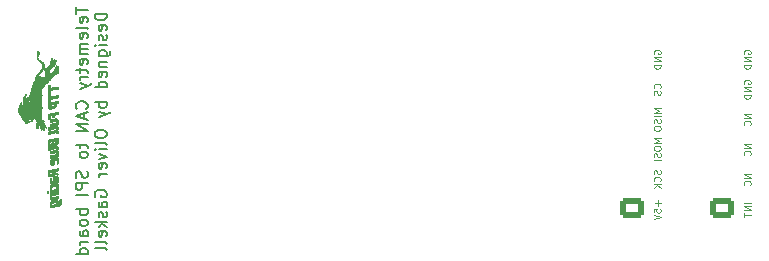
<source format=gbo>
%TF.GenerationSoftware,KiCad,Pcbnew,8.0.2*%
%TF.CreationDate,2024-05-12T16:09:50+01:00*%
%TF.ProjectId,TelemetryCANBoard,54656c65-6d65-4747-9279-43414e426f61,rev?*%
%TF.SameCoordinates,Original*%
%TF.FileFunction,Legend,Bot*%
%TF.FilePolarity,Positive*%
%FSLAX46Y46*%
G04 Gerber Fmt 4.6, Leading zero omitted, Abs format (unit mm)*
G04 Created by KiCad (PCBNEW 8.0.2) date 2024-05-12 16:09:50*
%MOMM*%
%LPD*%
G01*
G04 APERTURE LIST*
G04 Aperture macros list*
%AMRoundRect*
0 Rectangle with rounded corners*
0 $1 Rounding radius*
0 $2 $3 $4 $5 $6 $7 $8 $9 X,Y pos of 4 corners*
0 Add a 4 corners polygon primitive as box body*
4,1,4,$2,$3,$4,$5,$6,$7,$8,$9,$2,$3,0*
0 Add four circle primitives for the rounded corners*
1,1,$1+$1,$2,$3*
1,1,$1+$1,$4,$5*
1,1,$1+$1,$6,$7*
1,1,$1+$1,$8,$9*
0 Add four rect primitives between the rounded corners*
20,1,$1+$1,$2,$3,$4,$5,0*
20,1,$1+$1,$4,$5,$6,$7,0*
20,1,$1+$1,$6,$7,$8,$9,0*
20,1,$1+$1,$8,$9,$2,$3,0*%
G04 Aperture macros list end*
%ADD10C,0.100000*%
%ADD11C,0.150000*%
%ADD12C,0.010000*%
%ADD13C,3.200000*%
%ADD14C,1.600000*%
%ADD15O,1.600000X1.600000*%
%ADD16RoundRect,0.250000X0.725000X-0.600000X0.725000X0.600000X-0.725000X0.600000X-0.725000X-0.600000X0*%
%ADD17O,1.950000X1.700000*%
%ADD18R,1.600000X1.600000*%
%ADD19C,3.300000*%
%ADD20C,3.000000*%
%ADD21C,1.500000*%
G04 APERTURE END LIST*
D10*
X187881371Y-98517143D02*
X187281371Y-98517143D01*
X187881371Y-98802857D02*
X187281371Y-98802857D01*
X187281371Y-98802857D02*
X187881371Y-99145714D01*
X187881371Y-99145714D02*
X187281371Y-99145714D01*
X187281371Y-99345713D02*
X187281371Y-99688571D01*
X187881371Y-99517142D02*
X187281371Y-99517142D01*
X179689942Y-85902857D02*
X179661371Y-85845715D01*
X179661371Y-85845715D02*
X179661371Y-85760000D01*
X179661371Y-85760000D02*
X179689942Y-85674286D01*
X179689942Y-85674286D02*
X179747085Y-85617143D01*
X179747085Y-85617143D02*
X179804228Y-85588572D01*
X179804228Y-85588572D02*
X179918514Y-85560000D01*
X179918514Y-85560000D02*
X180004228Y-85560000D01*
X180004228Y-85560000D02*
X180118514Y-85588572D01*
X180118514Y-85588572D02*
X180175657Y-85617143D01*
X180175657Y-85617143D02*
X180232800Y-85674286D01*
X180232800Y-85674286D02*
X180261371Y-85760000D01*
X180261371Y-85760000D02*
X180261371Y-85817143D01*
X180261371Y-85817143D02*
X180232800Y-85902857D01*
X180232800Y-85902857D02*
X180204228Y-85931429D01*
X180204228Y-85931429D02*
X180004228Y-85931429D01*
X180004228Y-85931429D02*
X180004228Y-85817143D01*
X180261371Y-86188572D02*
X179661371Y-86188572D01*
X179661371Y-86188572D02*
X180261371Y-86531429D01*
X180261371Y-86531429D02*
X179661371Y-86531429D01*
X180261371Y-86817143D02*
X179661371Y-86817143D01*
X179661371Y-86817143D02*
X179661371Y-86960000D01*
X179661371Y-86960000D02*
X179689942Y-87045714D01*
X179689942Y-87045714D02*
X179747085Y-87102857D01*
X179747085Y-87102857D02*
X179804228Y-87131428D01*
X179804228Y-87131428D02*
X179918514Y-87160000D01*
X179918514Y-87160000D02*
X180004228Y-87160000D01*
X180004228Y-87160000D02*
X180118514Y-87131428D01*
X180118514Y-87131428D02*
X180175657Y-87102857D01*
X180175657Y-87102857D02*
X180232800Y-87045714D01*
X180232800Y-87045714D02*
X180261371Y-86960000D01*
X180261371Y-86960000D02*
X180261371Y-86817143D01*
X187309942Y-85902857D02*
X187281371Y-85845715D01*
X187281371Y-85845715D02*
X187281371Y-85760000D01*
X187281371Y-85760000D02*
X187309942Y-85674286D01*
X187309942Y-85674286D02*
X187367085Y-85617143D01*
X187367085Y-85617143D02*
X187424228Y-85588572D01*
X187424228Y-85588572D02*
X187538514Y-85560000D01*
X187538514Y-85560000D02*
X187624228Y-85560000D01*
X187624228Y-85560000D02*
X187738514Y-85588572D01*
X187738514Y-85588572D02*
X187795657Y-85617143D01*
X187795657Y-85617143D02*
X187852800Y-85674286D01*
X187852800Y-85674286D02*
X187881371Y-85760000D01*
X187881371Y-85760000D02*
X187881371Y-85817143D01*
X187881371Y-85817143D02*
X187852800Y-85902857D01*
X187852800Y-85902857D02*
X187824228Y-85931429D01*
X187824228Y-85931429D02*
X187624228Y-85931429D01*
X187624228Y-85931429D02*
X187624228Y-85817143D01*
X187881371Y-86188572D02*
X187281371Y-86188572D01*
X187281371Y-86188572D02*
X187881371Y-86531429D01*
X187881371Y-86531429D02*
X187281371Y-86531429D01*
X187881371Y-86817143D02*
X187281371Y-86817143D01*
X187281371Y-86817143D02*
X187281371Y-86960000D01*
X187281371Y-86960000D02*
X187309942Y-87045714D01*
X187309942Y-87045714D02*
X187367085Y-87102857D01*
X187367085Y-87102857D02*
X187424228Y-87131428D01*
X187424228Y-87131428D02*
X187538514Y-87160000D01*
X187538514Y-87160000D02*
X187624228Y-87160000D01*
X187624228Y-87160000D02*
X187738514Y-87131428D01*
X187738514Y-87131428D02*
X187795657Y-87102857D01*
X187795657Y-87102857D02*
X187852800Y-87045714D01*
X187852800Y-87045714D02*
X187881371Y-86960000D01*
X187881371Y-86960000D02*
X187881371Y-86817143D01*
X187881371Y-96048572D02*
X187281371Y-96048572D01*
X187281371Y-96048572D02*
X187881371Y-96391429D01*
X187881371Y-96391429D02*
X187281371Y-96391429D01*
X187824228Y-97020000D02*
X187852800Y-96991428D01*
X187852800Y-96991428D02*
X187881371Y-96905714D01*
X187881371Y-96905714D02*
X187881371Y-96848571D01*
X187881371Y-96848571D02*
X187852800Y-96762857D01*
X187852800Y-96762857D02*
X187795657Y-96705714D01*
X187795657Y-96705714D02*
X187738514Y-96677143D01*
X187738514Y-96677143D02*
X187624228Y-96648571D01*
X187624228Y-96648571D02*
X187538514Y-96648571D01*
X187538514Y-96648571D02*
X187424228Y-96677143D01*
X187424228Y-96677143D02*
X187367085Y-96705714D01*
X187367085Y-96705714D02*
X187309942Y-96762857D01*
X187309942Y-96762857D02*
X187281371Y-96848571D01*
X187281371Y-96848571D02*
X187281371Y-96905714D01*
X187281371Y-96905714D02*
X187309942Y-96991428D01*
X187309942Y-96991428D02*
X187338514Y-97020000D01*
X187881371Y-93508572D02*
X187281371Y-93508572D01*
X187281371Y-93508572D02*
X187881371Y-93851429D01*
X187881371Y-93851429D02*
X187281371Y-93851429D01*
X187824228Y-94480000D02*
X187852800Y-94451428D01*
X187852800Y-94451428D02*
X187881371Y-94365714D01*
X187881371Y-94365714D02*
X187881371Y-94308571D01*
X187881371Y-94308571D02*
X187852800Y-94222857D01*
X187852800Y-94222857D02*
X187795657Y-94165714D01*
X187795657Y-94165714D02*
X187738514Y-94137143D01*
X187738514Y-94137143D02*
X187624228Y-94108571D01*
X187624228Y-94108571D02*
X187538514Y-94108571D01*
X187538514Y-94108571D02*
X187424228Y-94137143D01*
X187424228Y-94137143D02*
X187367085Y-94165714D01*
X187367085Y-94165714D02*
X187309942Y-94222857D01*
X187309942Y-94222857D02*
X187281371Y-94308571D01*
X187281371Y-94308571D02*
X187281371Y-94365714D01*
X187281371Y-94365714D02*
X187309942Y-94451428D01*
X187309942Y-94451428D02*
X187338514Y-94480000D01*
X180032800Y-98288571D02*
X180032800Y-98745714D01*
X180261371Y-98517142D02*
X179804228Y-98517142D01*
X179661371Y-99317142D02*
X179661371Y-99031428D01*
X179661371Y-99031428D02*
X179947085Y-99002856D01*
X179947085Y-99002856D02*
X179918514Y-99031428D01*
X179918514Y-99031428D02*
X179889942Y-99088571D01*
X179889942Y-99088571D02*
X179889942Y-99231428D01*
X179889942Y-99231428D02*
X179918514Y-99288571D01*
X179918514Y-99288571D02*
X179947085Y-99317142D01*
X179947085Y-99317142D02*
X180004228Y-99345713D01*
X180004228Y-99345713D02*
X180147085Y-99345713D01*
X180147085Y-99345713D02*
X180204228Y-99317142D01*
X180204228Y-99317142D02*
X180232800Y-99288571D01*
X180232800Y-99288571D02*
X180261371Y-99231428D01*
X180261371Y-99231428D02*
X180261371Y-99088571D01*
X180261371Y-99088571D02*
X180232800Y-99031428D01*
X180232800Y-99031428D02*
X180204228Y-99002856D01*
X179661371Y-99517142D02*
X180261371Y-99717142D01*
X180261371Y-99717142D02*
X179661371Y-99917142D01*
D11*
X130729847Y-81932189D02*
X130729847Y-82503617D01*
X131729847Y-82217903D02*
X130729847Y-82217903D01*
X131682228Y-83217903D02*
X131729847Y-83122665D01*
X131729847Y-83122665D02*
X131729847Y-82932189D01*
X131729847Y-82932189D02*
X131682228Y-82836951D01*
X131682228Y-82836951D02*
X131586989Y-82789332D01*
X131586989Y-82789332D02*
X131206037Y-82789332D01*
X131206037Y-82789332D02*
X131110799Y-82836951D01*
X131110799Y-82836951D02*
X131063180Y-82932189D01*
X131063180Y-82932189D02*
X131063180Y-83122665D01*
X131063180Y-83122665D02*
X131110799Y-83217903D01*
X131110799Y-83217903D02*
X131206037Y-83265522D01*
X131206037Y-83265522D02*
X131301275Y-83265522D01*
X131301275Y-83265522D02*
X131396513Y-82789332D01*
X131729847Y-83836951D02*
X131682228Y-83741713D01*
X131682228Y-83741713D02*
X131586989Y-83694094D01*
X131586989Y-83694094D02*
X130729847Y-83694094D01*
X131682228Y-84598856D02*
X131729847Y-84503618D01*
X131729847Y-84503618D02*
X131729847Y-84313142D01*
X131729847Y-84313142D02*
X131682228Y-84217904D01*
X131682228Y-84217904D02*
X131586989Y-84170285D01*
X131586989Y-84170285D02*
X131206037Y-84170285D01*
X131206037Y-84170285D02*
X131110799Y-84217904D01*
X131110799Y-84217904D02*
X131063180Y-84313142D01*
X131063180Y-84313142D02*
X131063180Y-84503618D01*
X131063180Y-84503618D02*
X131110799Y-84598856D01*
X131110799Y-84598856D02*
X131206037Y-84646475D01*
X131206037Y-84646475D02*
X131301275Y-84646475D01*
X131301275Y-84646475D02*
X131396513Y-84170285D01*
X131729847Y-85075047D02*
X131063180Y-85075047D01*
X131158418Y-85075047D02*
X131110799Y-85122666D01*
X131110799Y-85122666D02*
X131063180Y-85217904D01*
X131063180Y-85217904D02*
X131063180Y-85360761D01*
X131063180Y-85360761D02*
X131110799Y-85455999D01*
X131110799Y-85455999D02*
X131206037Y-85503618D01*
X131206037Y-85503618D02*
X131729847Y-85503618D01*
X131206037Y-85503618D02*
X131110799Y-85551237D01*
X131110799Y-85551237D02*
X131063180Y-85646475D01*
X131063180Y-85646475D02*
X131063180Y-85789332D01*
X131063180Y-85789332D02*
X131110799Y-85884571D01*
X131110799Y-85884571D02*
X131206037Y-85932190D01*
X131206037Y-85932190D02*
X131729847Y-85932190D01*
X131682228Y-86789332D02*
X131729847Y-86694094D01*
X131729847Y-86694094D02*
X131729847Y-86503618D01*
X131729847Y-86503618D02*
X131682228Y-86408380D01*
X131682228Y-86408380D02*
X131586989Y-86360761D01*
X131586989Y-86360761D02*
X131206037Y-86360761D01*
X131206037Y-86360761D02*
X131110799Y-86408380D01*
X131110799Y-86408380D02*
X131063180Y-86503618D01*
X131063180Y-86503618D02*
X131063180Y-86694094D01*
X131063180Y-86694094D02*
X131110799Y-86789332D01*
X131110799Y-86789332D02*
X131206037Y-86836951D01*
X131206037Y-86836951D02*
X131301275Y-86836951D01*
X131301275Y-86836951D02*
X131396513Y-86360761D01*
X131063180Y-87122666D02*
X131063180Y-87503618D01*
X130729847Y-87265523D02*
X131586989Y-87265523D01*
X131586989Y-87265523D02*
X131682228Y-87313142D01*
X131682228Y-87313142D02*
X131729847Y-87408380D01*
X131729847Y-87408380D02*
X131729847Y-87503618D01*
X131729847Y-87836952D02*
X131063180Y-87836952D01*
X131253656Y-87836952D02*
X131158418Y-87884571D01*
X131158418Y-87884571D02*
X131110799Y-87932190D01*
X131110799Y-87932190D02*
X131063180Y-88027428D01*
X131063180Y-88027428D02*
X131063180Y-88122666D01*
X131063180Y-88360762D02*
X131729847Y-88598857D01*
X131063180Y-88836952D02*
X131729847Y-88598857D01*
X131729847Y-88598857D02*
X131967942Y-88503619D01*
X131967942Y-88503619D02*
X132015561Y-88456000D01*
X132015561Y-88456000D02*
X132063180Y-88360762D01*
X131634608Y-90551238D02*
X131682228Y-90503619D01*
X131682228Y-90503619D02*
X131729847Y-90360762D01*
X131729847Y-90360762D02*
X131729847Y-90265524D01*
X131729847Y-90265524D02*
X131682228Y-90122667D01*
X131682228Y-90122667D02*
X131586989Y-90027429D01*
X131586989Y-90027429D02*
X131491751Y-89979810D01*
X131491751Y-89979810D02*
X131301275Y-89932191D01*
X131301275Y-89932191D02*
X131158418Y-89932191D01*
X131158418Y-89932191D02*
X130967942Y-89979810D01*
X130967942Y-89979810D02*
X130872704Y-90027429D01*
X130872704Y-90027429D02*
X130777466Y-90122667D01*
X130777466Y-90122667D02*
X130729847Y-90265524D01*
X130729847Y-90265524D02*
X130729847Y-90360762D01*
X130729847Y-90360762D02*
X130777466Y-90503619D01*
X130777466Y-90503619D02*
X130825085Y-90551238D01*
X131444132Y-90932191D02*
X131444132Y-91408381D01*
X131729847Y-90836953D02*
X130729847Y-91170286D01*
X130729847Y-91170286D02*
X131729847Y-91503619D01*
X131729847Y-91836953D02*
X130729847Y-91836953D01*
X130729847Y-91836953D02*
X131729847Y-92408381D01*
X131729847Y-92408381D02*
X130729847Y-92408381D01*
X131063180Y-93503620D02*
X131063180Y-93884572D01*
X130729847Y-93646477D02*
X131586989Y-93646477D01*
X131586989Y-93646477D02*
X131682228Y-93694096D01*
X131682228Y-93694096D02*
X131729847Y-93789334D01*
X131729847Y-93789334D02*
X131729847Y-93884572D01*
X131729847Y-94360763D02*
X131682228Y-94265525D01*
X131682228Y-94265525D02*
X131634608Y-94217906D01*
X131634608Y-94217906D02*
X131539370Y-94170287D01*
X131539370Y-94170287D02*
X131253656Y-94170287D01*
X131253656Y-94170287D02*
X131158418Y-94217906D01*
X131158418Y-94217906D02*
X131110799Y-94265525D01*
X131110799Y-94265525D02*
X131063180Y-94360763D01*
X131063180Y-94360763D02*
X131063180Y-94503620D01*
X131063180Y-94503620D02*
X131110799Y-94598858D01*
X131110799Y-94598858D02*
X131158418Y-94646477D01*
X131158418Y-94646477D02*
X131253656Y-94694096D01*
X131253656Y-94694096D02*
X131539370Y-94694096D01*
X131539370Y-94694096D02*
X131634608Y-94646477D01*
X131634608Y-94646477D02*
X131682228Y-94598858D01*
X131682228Y-94598858D02*
X131729847Y-94503620D01*
X131729847Y-94503620D02*
X131729847Y-94360763D01*
X131682228Y-95836954D02*
X131729847Y-95979811D01*
X131729847Y-95979811D02*
X131729847Y-96217906D01*
X131729847Y-96217906D02*
X131682228Y-96313144D01*
X131682228Y-96313144D02*
X131634608Y-96360763D01*
X131634608Y-96360763D02*
X131539370Y-96408382D01*
X131539370Y-96408382D02*
X131444132Y-96408382D01*
X131444132Y-96408382D02*
X131348894Y-96360763D01*
X131348894Y-96360763D02*
X131301275Y-96313144D01*
X131301275Y-96313144D02*
X131253656Y-96217906D01*
X131253656Y-96217906D02*
X131206037Y-96027430D01*
X131206037Y-96027430D02*
X131158418Y-95932192D01*
X131158418Y-95932192D02*
X131110799Y-95884573D01*
X131110799Y-95884573D02*
X131015561Y-95836954D01*
X131015561Y-95836954D02*
X130920323Y-95836954D01*
X130920323Y-95836954D02*
X130825085Y-95884573D01*
X130825085Y-95884573D02*
X130777466Y-95932192D01*
X130777466Y-95932192D02*
X130729847Y-96027430D01*
X130729847Y-96027430D02*
X130729847Y-96265525D01*
X130729847Y-96265525D02*
X130777466Y-96408382D01*
X131729847Y-96836954D02*
X130729847Y-96836954D01*
X130729847Y-96836954D02*
X130729847Y-97217906D01*
X130729847Y-97217906D02*
X130777466Y-97313144D01*
X130777466Y-97313144D02*
X130825085Y-97360763D01*
X130825085Y-97360763D02*
X130920323Y-97408382D01*
X130920323Y-97408382D02*
X131063180Y-97408382D01*
X131063180Y-97408382D02*
X131158418Y-97360763D01*
X131158418Y-97360763D02*
X131206037Y-97313144D01*
X131206037Y-97313144D02*
X131253656Y-97217906D01*
X131253656Y-97217906D02*
X131253656Y-96836954D01*
X131729847Y-97836954D02*
X130729847Y-97836954D01*
X131729847Y-99075049D02*
X130729847Y-99075049D01*
X131110799Y-99075049D02*
X131063180Y-99170287D01*
X131063180Y-99170287D02*
X131063180Y-99360763D01*
X131063180Y-99360763D02*
X131110799Y-99456001D01*
X131110799Y-99456001D02*
X131158418Y-99503620D01*
X131158418Y-99503620D02*
X131253656Y-99551239D01*
X131253656Y-99551239D02*
X131539370Y-99551239D01*
X131539370Y-99551239D02*
X131634608Y-99503620D01*
X131634608Y-99503620D02*
X131682228Y-99456001D01*
X131682228Y-99456001D02*
X131729847Y-99360763D01*
X131729847Y-99360763D02*
X131729847Y-99170287D01*
X131729847Y-99170287D02*
X131682228Y-99075049D01*
X131729847Y-100122668D02*
X131682228Y-100027430D01*
X131682228Y-100027430D02*
X131634608Y-99979811D01*
X131634608Y-99979811D02*
X131539370Y-99932192D01*
X131539370Y-99932192D02*
X131253656Y-99932192D01*
X131253656Y-99932192D02*
X131158418Y-99979811D01*
X131158418Y-99979811D02*
X131110799Y-100027430D01*
X131110799Y-100027430D02*
X131063180Y-100122668D01*
X131063180Y-100122668D02*
X131063180Y-100265525D01*
X131063180Y-100265525D02*
X131110799Y-100360763D01*
X131110799Y-100360763D02*
X131158418Y-100408382D01*
X131158418Y-100408382D02*
X131253656Y-100456001D01*
X131253656Y-100456001D02*
X131539370Y-100456001D01*
X131539370Y-100456001D02*
X131634608Y-100408382D01*
X131634608Y-100408382D02*
X131682228Y-100360763D01*
X131682228Y-100360763D02*
X131729847Y-100265525D01*
X131729847Y-100265525D02*
X131729847Y-100122668D01*
X131729847Y-101313144D02*
X131206037Y-101313144D01*
X131206037Y-101313144D02*
X131110799Y-101265525D01*
X131110799Y-101265525D02*
X131063180Y-101170287D01*
X131063180Y-101170287D02*
X131063180Y-100979811D01*
X131063180Y-100979811D02*
X131110799Y-100884573D01*
X131682228Y-101313144D02*
X131729847Y-101217906D01*
X131729847Y-101217906D02*
X131729847Y-100979811D01*
X131729847Y-100979811D02*
X131682228Y-100884573D01*
X131682228Y-100884573D02*
X131586989Y-100836954D01*
X131586989Y-100836954D02*
X131491751Y-100836954D01*
X131491751Y-100836954D02*
X131396513Y-100884573D01*
X131396513Y-100884573D02*
X131348894Y-100979811D01*
X131348894Y-100979811D02*
X131348894Y-101217906D01*
X131348894Y-101217906D02*
X131301275Y-101313144D01*
X131729847Y-101789335D02*
X131063180Y-101789335D01*
X131253656Y-101789335D02*
X131158418Y-101836954D01*
X131158418Y-101836954D02*
X131110799Y-101884573D01*
X131110799Y-101884573D02*
X131063180Y-101979811D01*
X131063180Y-101979811D02*
X131063180Y-102075049D01*
X131729847Y-102836954D02*
X130729847Y-102836954D01*
X131682228Y-102836954D02*
X131729847Y-102741716D01*
X131729847Y-102741716D02*
X131729847Y-102551240D01*
X131729847Y-102551240D02*
X131682228Y-102456002D01*
X131682228Y-102456002D02*
X131634608Y-102408383D01*
X131634608Y-102408383D02*
X131539370Y-102360764D01*
X131539370Y-102360764D02*
X131253656Y-102360764D01*
X131253656Y-102360764D02*
X131158418Y-102408383D01*
X131158418Y-102408383D02*
X131110799Y-102456002D01*
X131110799Y-102456002D02*
X131063180Y-102551240D01*
X131063180Y-102551240D02*
X131063180Y-102741716D01*
X131063180Y-102741716D02*
X131110799Y-102836954D01*
X133339791Y-82503617D02*
X132339791Y-82503617D01*
X132339791Y-82503617D02*
X132339791Y-82741712D01*
X132339791Y-82741712D02*
X132387410Y-82884569D01*
X132387410Y-82884569D02*
X132482648Y-82979807D01*
X132482648Y-82979807D02*
X132577886Y-83027426D01*
X132577886Y-83027426D02*
X132768362Y-83075045D01*
X132768362Y-83075045D02*
X132911219Y-83075045D01*
X132911219Y-83075045D02*
X133101695Y-83027426D01*
X133101695Y-83027426D02*
X133196933Y-82979807D01*
X133196933Y-82979807D02*
X133292172Y-82884569D01*
X133292172Y-82884569D02*
X133339791Y-82741712D01*
X133339791Y-82741712D02*
X133339791Y-82503617D01*
X133292172Y-83884569D02*
X133339791Y-83789331D01*
X133339791Y-83789331D02*
X133339791Y-83598855D01*
X133339791Y-83598855D02*
X133292172Y-83503617D01*
X133292172Y-83503617D02*
X133196933Y-83455998D01*
X133196933Y-83455998D02*
X132815981Y-83455998D01*
X132815981Y-83455998D02*
X132720743Y-83503617D01*
X132720743Y-83503617D02*
X132673124Y-83598855D01*
X132673124Y-83598855D02*
X132673124Y-83789331D01*
X132673124Y-83789331D02*
X132720743Y-83884569D01*
X132720743Y-83884569D02*
X132815981Y-83932188D01*
X132815981Y-83932188D02*
X132911219Y-83932188D01*
X132911219Y-83932188D02*
X133006457Y-83455998D01*
X133292172Y-84313141D02*
X133339791Y-84408379D01*
X133339791Y-84408379D02*
X133339791Y-84598855D01*
X133339791Y-84598855D02*
X133292172Y-84694093D01*
X133292172Y-84694093D02*
X133196933Y-84741712D01*
X133196933Y-84741712D02*
X133149314Y-84741712D01*
X133149314Y-84741712D02*
X133054076Y-84694093D01*
X133054076Y-84694093D02*
X133006457Y-84598855D01*
X133006457Y-84598855D02*
X133006457Y-84455998D01*
X133006457Y-84455998D02*
X132958838Y-84360760D01*
X132958838Y-84360760D02*
X132863600Y-84313141D01*
X132863600Y-84313141D02*
X132815981Y-84313141D01*
X132815981Y-84313141D02*
X132720743Y-84360760D01*
X132720743Y-84360760D02*
X132673124Y-84455998D01*
X132673124Y-84455998D02*
X132673124Y-84598855D01*
X132673124Y-84598855D02*
X132720743Y-84694093D01*
X133339791Y-85170284D02*
X132673124Y-85170284D01*
X132339791Y-85170284D02*
X132387410Y-85122665D01*
X132387410Y-85122665D02*
X132435029Y-85170284D01*
X132435029Y-85170284D02*
X132387410Y-85217903D01*
X132387410Y-85217903D02*
X132339791Y-85170284D01*
X132339791Y-85170284D02*
X132435029Y-85170284D01*
X132673124Y-86075045D02*
X133482648Y-86075045D01*
X133482648Y-86075045D02*
X133577886Y-86027426D01*
X133577886Y-86027426D02*
X133625505Y-85979807D01*
X133625505Y-85979807D02*
X133673124Y-85884569D01*
X133673124Y-85884569D02*
X133673124Y-85741712D01*
X133673124Y-85741712D02*
X133625505Y-85646474D01*
X133292172Y-86075045D02*
X133339791Y-85979807D01*
X133339791Y-85979807D02*
X133339791Y-85789331D01*
X133339791Y-85789331D02*
X133292172Y-85694093D01*
X133292172Y-85694093D02*
X133244552Y-85646474D01*
X133244552Y-85646474D02*
X133149314Y-85598855D01*
X133149314Y-85598855D02*
X132863600Y-85598855D01*
X132863600Y-85598855D02*
X132768362Y-85646474D01*
X132768362Y-85646474D02*
X132720743Y-85694093D01*
X132720743Y-85694093D02*
X132673124Y-85789331D01*
X132673124Y-85789331D02*
X132673124Y-85979807D01*
X132673124Y-85979807D02*
X132720743Y-86075045D01*
X132673124Y-86551236D02*
X133339791Y-86551236D01*
X132768362Y-86551236D02*
X132720743Y-86598855D01*
X132720743Y-86598855D02*
X132673124Y-86694093D01*
X132673124Y-86694093D02*
X132673124Y-86836950D01*
X132673124Y-86836950D02*
X132720743Y-86932188D01*
X132720743Y-86932188D02*
X132815981Y-86979807D01*
X132815981Y-86979807D02*
X133339791Y-86979807D01*
X133292172Y-87836950D02*
X133339791Y-87741712D01*
X133339791Y-87741712D02*
X133339791Y-87551236D01*
X133339791Y-87551236D02*
X133292172Y-87455998D01*
X133292172Y-87455998D02*
X133196933Y-87408379D01*
X133196933Y-87408379D02*
X132815981Y-87408379D01*
X132815981Y-87408379D02*
X132720743Y-87455998D01*
X132720743Y-87455998D02*
X132673124Y-87551236D01*
X132673124Y-87551236D02*
X132673124Y-87741712D01*
X132673124Y-87741712D02*
X132720743Y-87836950D01*
X132720743Y-87836950D02*
X132815981Y-87884569D01*
X132815981Y-87884569D02*
X132911219Y-87884569D01*
X132911219Y-87884569D02*
X133006457Y-87408379D01*
X133339791Y-88741712D02*
X132339791Y-88741712D01*
X133292172Y-88741712D02*
X133339791Y-88646474D01*
X133339791Y-88646474D02*
X133339791Y-88455998D01*
X133339791Y-88455998D02*
X133292172Y-88360760D01*
X133292172Y-88360760D02*
X133244552Y-88313141D01*
X133244552Y-88313141D02*
X133149314Y-88265522D01*
X133149314Y-88265522D02*
X132863600Y-88265522D01*
X132863600Y-88265522D02*
X132768362Y-88313141D01*
X132768362Y-88313141D02*
X132720743Y-88360760D01*
X132720743Y-88360760D02*
X132673124Y-88455998D01*
X132673124Y-88455998D02*
X132673124Y-88646474D01*
X132673124Y-88646474D02*
X132720743Y-88741712D01*
X133339791Y-89979808D02*
X132339791Y-89979808D01*
X132720743Y-89979808D02*
X132673124Y-90075046D01*
X132673124Y-90075046D02*
X132673124Y-90265522D01*
X132673124Y-90265522D02*
X132720743Y-90360760D01*
X132720743Y-90360760D02*
X132768362Y-90408379D01*
X132768362Y-90408379D02*
X132863600Y-90455998D01*
X132863600Y-90455998D02*
X133149314Y-90455998D01*
X133149314Y-90455998D02*
X133244552Y-90408379D01*
X133244552Y-90408379D02*
X133292172Y-90360760D01*
X133292172Y-90360760D02*
X133339791Y-90265522D01*
X133339791Y-90265522D02*
X133339791Y-90075046D01*
X133339791Y-90075046D02*
X133292172Y-89979808D01*
X132673124Y-90789332D02*
X133339791Y-91027427D01*
X132673124Y-91265522D02*
X133339791Y-91027427D01*
X133339791Y-91027427D02*
X133577886Y-90932189D01*
X133577886Y-90932189D02*
X133625505Y-90884570D01*
X133625505Y-90884570D02*
X133673124Y-90789332D01*
X132339791Y-92598856D02*
X132339791Y-92789332D01*
X132339791Y-92789332D02*
X132387410Y-92884570D01*
X132387410Y-92884570D02*
X132482648Y-92979808D01*
X132482648Y-92979808D02*
X132673124Y-93027427D01*
X132673124Y-93027427D02*
X133006457Y-93027427D01*
X133006457Y-93027427D02*
X133196933Y-92979808D01*
X133196933Y-92979808D02*
X133292172Y-92884570D01*
X133292172Y-92884570D02*
X133339791Y-92789332D01*
X133339791Y-92789332D02*
X133339791Y-92598856D01*
X133339791Y-92598856D02*
X133292172Y-92503618D01*
X133292172Y-92503618D02*
X133196933Y-92408380D01*
X133196933Y-92408380D02*
X133006457Y-92360761D01*
X133006457Y-92360761D02*
X132673124Y-92360761D01*
X132673124Y-92360761D02*
X132482648Y-92408380D01*
X132482648Y-92408380D02*
X132387410Y-92503618D01*
X132387410Y-92503618D02*
X132339791Y-92598856D01*
X133339791Y-93598856D02*
X133292172Y-93503618D01*
X133292172Y-93503618D02*
X133196933Y-93455999D01*
X133196933Y-93455999D02*
X132339791Y-93455999D01*
X133339791Y-93979809D02*
X132673124Y-93979809D01*
X132339791Y-93979809D02*
X132387410Y-93932190D01*
X132387410Y-93932190D02*
X132435029Y-93979809D01*
X132435029Y-93979809D02*
X132387410Y-94027428D01*
X132387410Y-94027428D02*
X132339791Y-93979809D01*
X132339791Y-93979809D02*
X132435029Y-93979809D01*
X132673124Y-94360761D02*
X133339791Y-94598856D01*
X133339791Y-94598856D02*
X132673124Y-94836951D01*
X133292172Y-95598856D02*
X133339791Y-95503618D01*
X133339791Y-95503618D02*
X133339791Y-95313142D01*
X133339791Y-95313142D02*
X133292172Y-95217904D01*
X133292172Y-95217904D02*
X133196933Y-95170285D01*
X133196933Y-95170285D02*
X132815981Y-95170285D01*
X132815981Y-95170285D02*
X132720743Y-95217904D01*
X132720743Y-95217904D02*
X132673124Y-95313142D01*
X132673124Y-95313142D02*
X132673124Y-95503618D01*
X132673124Y-95503618D02*
X132720743Y-95598856D01*
X132720743Y-95598856D02*
X132815981Y-95646475D01*
X132815981Y-95646475D02*
X132911219Y-95646475D01*
X132911219Y-95646475D02*
X133006457Y-95170285D01*
X133339791Y-96075047D02*
X132673124Y-96075047D01*
X132863600Y-96075047D02*
X132768362Y-96122666D01*
X132768362Y-96122666D02*
X132720743Y-96170285D01*
X132720743Y-96170285D02*
X132673124Y-96265523D01*
X132673124Y-96265523D02*
X132673124Y-96360761D01*
X132387410Y-97979809D02*
X132339791Y-97884571D01*
X132339791Y-97884571D02*
X132339791Y-97741714D01*
X132339791Y-97741714D02*
X132387410Y-97598857D01*
X132387410Y-97598857D02*
X132482648Y-97503619D01*
X132482648Y-97503619D02*
X132577886Y-97456000D01*
X132577886Y-97456000D02*
X132768362Y-97408381D01*
X132768362Y-97408381D02*
X132911219Y-97408381D01*
X132911219Y-97408381D02*
X133101695Y-97456000D01*
X133101695Y-97456000D02*
X133196933Y-97503619D01*
X133196933Y-97503619D02*
X133292172Y-97598857D01*
X133292172Y-97598857D02*
X133339791Y-97741714D01*
X133339791Y-97741714D02*
X133339791Y-97836952D01*
X133339791Y-97836952D02*
X133292172Y-97979809D01*
X133292172Y-97979809D02*
X133244552Y-98027428D01*
X133244552Y-98027428D02*
X132911219Y-98027428D01*
X132911219Y-98027428D02*
X132911219Y-97836952D01*
X133339791Y-98884571D02*
X132815981Y-98884571D01*
X132815981Y-98884571D02*
X132720743Y-98836952D01*
X132720743Y-98836952D02*
X132673124Y-98741714D01*
X132673124Y-98741714D02*
X132673124Y-98551238D01*
X132673124Y-98551238D02*
X132720743Y-98456000D01*
X133292172Y-98884571D02*
X133339791Y-98789333D01*
X133339791Y-98789333D02*
X133339791Y-98551238D01*
X133339791Y-98551238D02*
X133292172Y-98456000D01*
X133292172Y-98456000D02*
X133196933Y-98408381D01*
X133196933Y-98408381D02*
X133101695Y-98408381D01*
X133101695Y-98408381D02*
X133006457Y-98456000D01*
X133006457Y-98456000D02*
X132958838Y-98551238D01*
X132958838Y-98551238D02*
X132958838Y-98789333D01*
X132958838Y-98789333D02*
X132911219Y-98884571D01*
X133292172Y-99313143D02*
X133339791Y-99408381D01*
X133339791Y-99408381D02*
X133339791Y-99598857D01*
X133339791Y-99598857D02*
X133292172Y-99694095D01*
X133292172Y-99694095D02*
X133196933Y-99741714D01*
X133196933Y-99741714D02*
X133149314Y-99741714D01*
X133149314Y-99741714D02*
X133054076Y-99694095D01*
X133054076Y-99694095D02*
X133006457Y-99598857D01*
X133006457Y-99598857D02*
X133006457Y-99456000D01*
X133006457Y-99456000D02*
X132958838Y-99360762D01*
X132958838Y-99360762D02*
X132863600Y-99313143D01*
X132863600Y-99313143D02*
X132815981Y-99313143D01*
X132815981Y-99313143D02*
X132720743Y-99360762D01*
X132720743Y-99360762D02*
X132673124Y-99456000D01*
X132673124Y-99456000D02*
X132673124Y-99598857D01*
X132673124Y-99598857D02*
X132720743Y-99694095D01*
X133339791Y-100170286D02*
X132339791Y-100170286D01*
X132958838Y-100265524D02*
X133339791Y-100551238D01*
X132673124Y-100551238D02*
X133054076Y-100170286D01*
X133292172Y-101360762D02*
X133339791Y-101265524D01*
X133339791Y-101265524D02*
X133339791Y-101075048D01*
X133339791Y-101075048D02*
X133292172Y-100979810D01*
X133292172Y-100979810D02*
X133196933Y-100932191D01*
X133196933Y-100932191D02*
X132815981Y-100932191D01*
X132815981Y-100932191D02*
X132720743Y-100979810D01*
X132720743Y-100979810D02*
X132673124Y-101075048D01*
X132673124Y-101075048D02*
X132673124Y-101265524D01*
X132673124Y-101265524D02*
X132720743Y-101360762D01*
X132720743Y-101360762D02*
X132815981Y-101408381D01*
X132815981Y-101408381D02*
X132911219Y-101408381D01*
X132911219Y-101408381D02*
X133006457Y-100932191D01*
X133339791Y-101979810D02*
X133292172Y-101884572D01*
X133292172Y-101884572D02*
X133196933Y-101836953D01*
X133196933Y-101836953D02*
X132339791Y-101836953D01*
X133339791Y-102503620D02*
X133292172Y-102408382D01*
X133292172Y-102408382D02*
X133196933Y-102360763D01*
X133196933Y-102360763D02*
X132339791Y-102360763D01*
D10*
X180261371Y-90497143D02*
X179661371Y-90497143D01*
X179661371Y-90497143D02*
X180089942Y-90697143D01*
X180089942Y-90697143D02*
X179661371Y-90897143D01*
X179661371Y-90897143D02*
X180261371Y-90897143D01*
X180261371Y-91182857D02*
X179661371Y-91182857D01*
X180232800Y-91439999D02*
X180261371Y-91525714D01*
X180261371Y-91525714D02*
X180261371Y-91668571D01*
X180261371Y-91668571D02*
X180232800Y-91725714D01*
X180232800Y-91725714D02*
X180204228Y-91754285D01*
X180204228Y-91754285D02*
X180147085Y-91782856D01*
X180147085Y-91782856D02*
X180089942Y-91782856D01*
X180089942Y-91782856D02*
X180032800Y-91754285D01*
X180032800Y-91754285D02*
X180004228Y-91725714D01*
X180004228Y-91725714D02*
X179975657Y-91668571D01*
X179975657Y-91668571D02*
X179947085Y-91554285D01*
X179947085Y-91554285D02*
X179918514Y-91497142D01*
X179918514Y-91497142D02*
X179889942Y-91468571D01*
X179889942Y-91468571D02*
X179832800Y-91439999D01*
X179832800Y-91439999D02*
X179775657Y-91439999D01*
X179775657Y-91439999D02*
X179718514Y-91468571D01*
X179718514Y-91468571D02*
X179689942Y-91497142D01*
X179689942Y-91497142D02*
X179661371Y-91554285D01*
X179661371Y-91554285D02*
X179661371Y-91697142D01*
X179661371Y-91697142D02*
X179689942Y-91782856D01*
X179661371Y-92154285D02*
X179661371Y-92268571D01*
X179661371Y-92268571D02*
X179689942Y-92325714D01*
X179689942Y-92325714D02*
X179747085Y-92382857D01*
X179747085Y-92382857D02*
X179861371Y-92411428D01*
X179861371Y-92411428D02*
X180061371Y-92411428D01*
X180061371Y-92411428D02*
X180175657Y-92382857D01*
X180175657Y-92382857D02*
X180232800Y-92325714D01*
X180232800Y-92325714D02*
X180261371Y-92268571D01*
X180261371Y-92268571D02*
X180261371Y-92154285D01*
X180261371Y-92154285D02*
X180232800Y-92097143D01*
X180232800Y-92097143D02*
X180175657Y-92040000D01*
X180175657Y-92040000D02*
X180061371Y-92011428D01*
X180061371Y-92011428D02*
X179861371Y-92011428D01*
X179861371Y-92011428D02*
X179747085Y-92040000D01*
X179747085Y-92040000D02*
X179689942Y-92097143D01*
X179689942Y-92097143D02*
X179661371Y-92154285D01*
X187881371Y-90968572D02*
X187281371Y-90968572D01*
X187281371Y-90968572D02*
X187881371Y-91311429D01*
X187881371Y-91311429D02*
X187281371Y-91311429D01*
X187824228Y-91940000D02*
X187852800Y-91911428D01*
X187852800Y-91911428D02*
X187881371Y-91825714D01*
X187881371Y-91825714D02*
X187881371Y-91768571D01*
X187881371Y-91768571D02*
X187852800Y-91682857D01*
X187852800Y-91682857D02*
X187795657Y-91625714D01*
X187795657Y-91625714D02*
X187738514Y-91597143D01*
X187738514Y-91597143D02*
X187624228Y-91568571D01*
X187624228Y-91568571D02*
X187538514Y-91568571D01*
X187538514Y-91568571D02*
X187424228Y-91597143D01*
X187424228Y-91597143D02*
X187367085Y-91625714D01*
X187367085Y-91625714D02*
X187309942Y-91682857D01*
X187309942Y-91682857D02*
X187281371Y-91768571D01*
X187281371Y-91768571D02*
X187281371Y-91825714D01*
X187281371Y-91825714D02*
X187309942Y-91911428D01*
X187309942Y-91911428D02*
X187338514Y-91940000D01*
X180261371Y-93037143D02*
X179661371Y-93037143D01*
X179661371Y-93037143D02*
X180089942Y-93237143D01*
X180089942Y-93237143D02*
X179661371Y-93437143D01*
X179661371Y-93437143D02*
X180261371Y-93437143D01*
X179661371Y-93837142D02*
X179661371Y-93951428D01*
X179661371Y-93951428D02*
X179689942Y-94008571D01*
X179689942Y-94008571D02*
X179747085Y-94065714D01*
X179747085Y-94065714D02*
X179861371Y-94094285D01*
X179861371Y-94094285D02*
X180061371Y-94094285D01*
X180061371Y-94094285D02*
X180175657Y-94065714D01*
X180175657Y-94065714D02*
X180232800Y-94008571D01*
X180232800Y-94008571D02*
X180261371Y-93951428D01*
X180261371Y-93951428D02*
X180261371Y-93837142D01*
X180261371Y-93837142D02*
X180232800Y-93780000D01*
X180232800Y-93780000D02*
X180175657Y-93722857D01*
X180175657Y-93722857D02*
X180061371Y-93694285D01*
X180061371Y-93694285D02*
X179861371Y-93694285D01*
X179861371Y-93694285D02*
X179747085Y-93722857D01*
X179747085Y-93722857D02*
X179689942Y-93780000D01*
X179689942Y-93780000D02*
X179661371Y-93837142D01*
X180232800Y-94322856D02*
X180261371Y-94408571D01*
X180261371Y-94408571D02*
X180261371Y-94551428D01*
X180261371Y-94551428D02*
X180232800Y-94608571D01*
X180232800Y-94608571D02*
X180204228Y-94637142D01*
X180204228Y-94637142D02*
X180147085Y-94665713D01*
X180147085Y-94665713D02*
X180089942Y-94665713D01*
X180089942Y-94665713D02*
X180032800Y-94637142D01*
X180032800Y-94637142D02*
X180004228Y-94608571D01*
X180004228Y-94608571D02*
X179975657Y-94551428D01*
X179975657Y-94551428D02*
X179947085Y-94437142D01*
X179947085Y-94437142D02*
X179918514Y-94379999D01*
X179918514Y-94379999D02*
X179889942Y-94351428D01*
X179889942Y-94351428D02*
X179832800Y-94322856D01*
X179832800Y-94322856D02*
X179775657Y-94322856D01*
X179775657Y-94322856D02*
X179718514Y-94351428D01*
X179718514Y-94351428D02*
X179689942Y-94379999D01*
X179689942Y-94379999D02*
X179661371Y-94437142D01*
X179661371Y-94437142D02*
X179661371Y-94579999D01*
X179661371Y-94579999D02*
X179689942Y-94665713D01*
X180261371Y-94922857D02*
X179661371Y-94922857D01*
X187309942Y-88442857D02*
X187281371Y-88385715D01*
X187281371Y-88385715D02*
X187281371Y-88300000D01*
X187281371Y-88300000D02*
X187309942Y-88214286D01*
X187309942Y-88214286D02*
X187367085Y-88157143D01*
X187367085Y-88157143D02*
X187424228Y-88128572D01*
X187424228Y-88128572D02*
X187538514Y-88100000D01*
X187538514Y-88100000D02*
X187624228Y-88100000D01*
X187624228Y-88100000D02*
X187738514Y-88128572D01*
X187738514Y-88128572D02*
X187795657Y-88157143D01*
X187795657Y-88157143D02*
X187852800Y-88214286D01*
X187852800Y-88214286D02*
X187881371Y-88300000D01*
X187881371Y-88300000D02*
X187881371Y-88357143D01*
X187881371Y-88357143D02*
X187852800Y-88442857D01*
X187852800Y-88442857D02*
X187824228Y-88471429D01*
X187824228Y-88471429D02*
X187624228Y-88471429D01*
X187624228Y-88471429D02*
X187624228Y-88357143D01*
X187881371Y-88728572D02*
X187281371Y-88728572D01*
X187281371Y-88728572D02*
X187881371Y-89071429D01*
X187881371Y-89071429D02*
X187281371Y-89071429D01*
X187881371Y-89357143D02*
X187281371Y-89357143D01*
X187281371Y-89357143D02*
X187281371Y-89500000D01*
X187281371Y-89500000D02*
X187309942Y-89585714D01*
X187309942Y-89585714D02*
X187367085Y-89642857D01*
X187367085Y-89642857D02*
X187424228Y-89671428D01*
X187424228Y-89671428D02*
X187538514Y-89700000D01*
X187538514Y-89700000D02*
X187624228Y-89700000D01*
X187624228Y-89700000D02*
X187738514Y-89671428D01*
X187738514Y-89671428D02*
X187795657Y-89642857D01*
X187795657Y-89642857D02*
X187852800Y-89585714D01*
X187852800Y-89585714D02*
X187881371Y-89500000D01*
X187881371Y-89500000D02*
X187881371Y-89357143D01*
X180232800Y-95748571D02*
X180261371Y-95834286D01*
X180261371Y-95834286D02*
X180261371Y-95977143D01*
X180261371Y-95977143D02*
X180232800Y-96034286D01*
X180232800Y-96034286D02*
X180204228Y-96062857D01*
X180204228Y-96062857D02*
X180147085Y-96091428D01*
X180147085Y-96091428D02*
X180089942Y-96091428D01*
X180089942Y-96091428D02*
X180032800Y-96062857D01*
X180032800Y-96062857D02*
X180004228Y-96034286D01*
X180004228Y-96034286D02*
X179975657Y-95977143D01*
X179975657Y-95977143D02*
X179947085Y-95862857D01*
X179947085Y-95862857D02*
X179918514Y-95805714D01*
X179918514Y-95805714D02*
X179889942Y-95777143D01*
X179889942Y-95777143D02*
X179832800Y-95748571D01*
X179832800Y-95748571D02*
X179775657Y-95748571D01*
X179775657Y-95748571D02*
X179718514Y-95777143D01*
X179718514Y-95777143D02*
X179689942Y-95805714D01*
X179689942Y-95805714D02*
X179661371Y-95862857D01*
X179661371Y-95862857D02*
X179661371Y-96005714D01*
X179661371Y-96005714D02*
X179689942Y-96091428D01*
X180204228Y-96691429D02*
X180232800Y-96662857D01*
X180232800Y-96662857D02*
X180261371Y-96577143D01*
X180261371Y-96577143D02*
X180261371Y-96520000D01*
X180261371Y-96520000D02*
X180232800Y-96434286D01*
X180232800Y-96434286D02*
X180175657Y-96377143D01*
X180175657Y-96377143D02*
X180118514Y-96348572D01*
X180118514Y-96348572D02*
X180004228Y-96320000D01*
X180004228Y-96320000D02*
X179918514Y-96320000D01*
X179918514Y-96320000D02*
X179804228Y-96348572D01*
X179804228Y-96348572D02*
X179747085Y-96377143D01*
X179747085Y-96377143D02*
X179689942Y-96434286D01*
X179689942Y-96434286D02*
X179661371Y-96520000D01*
X179661371Y-96520000D02*
X179661371Y-96577143D01*
X179661371Y-96577143D02*
X179689942Y-96662857D01*
X179689942Y-96662857D02*
X179718514Y-96691429D01*
X180261371Y-96948572D02*
X179661371Y-96948572D01*
X180261371Y-97291429D02*
X179918514Y-97034286D01*
X179661371Y-97291429D02*
X180004228Y-96948572D01*
X180204228Y-88800000D02*
X180232800Y-88771428D01*
X180232800Y-88771428D02*
X180261371Y-88685714D01*
X180261371Y-88685714D02*
X180261371Y-88628571D01*
X180261371Y-88628571D02*
X180232800Y-88542857D01*
X180232800Y-88542857D02*
X180175657Y-88485714D01*
X180175657Y-88485714D02*
X180118514Y-88457143D01*
X180118514Y-88457143D02*
X180004228Y-88428571D01*
X180004228Y-88428571D02*
X179918514Y-88428571D01*
X179918514Y-88428571D02*
X179804228Y-88457143D01*
X179804228Y-88457143D02*
X179747085Y-88485714D01*
X179747085Y-88485714D02*
X179689942Y-88542857D01*
X179689942Y-88542857D02*
X179661371Y-88628571D01*
X179661371Y-88628571D02*
X179661371Y-88685714D01*
X179661371Y-88685714D02*
X179689942Y-88771428D01*
X179689942Y-88771428D02*
X179718514Y-88800000D01*
X180232800Y-89028571D02*
X180261371Y-89114286D01*
X180261371Y-89114286D02*
X180261371Y-89257143D01*
X180261371Y-89257143D02*
X180232800Y-89314286D01*
X180232800Y-89314286D02*
X180204228Y-89342857D01*
X180204228Y-89342857D02*
X180147085Y-89371428D01*
X180147085Y-89371428D02*
X180089942Y-89371428D01*
X180089942Y-89371428D02*
X180032800Y-89342857D01*
X180032800Y-89342857D02*
X180004228Y-89314286D01*
X180004228Y-89314286D02*
X179975657Y-89257143D01*
X179975657Y-89257143D02*
X179947085Y-89142857D01*
X179947085Y-89142857D02*
X179918514Y-89085714D01*
X179918514Y-89085714D02*
X179889942Y-89057143D01*
X179889942Y-89057143D02*
X179832800Y-89028571D01*
X179832800Y-89028571D02*
X179775657Y-89028571D01*
X179775657Y-89028571D02*
X179718514Y-89057143D01*
X179718514Y-89057143D02*
X179689942Y-89085714D01*
X179689942Y-89085714D02*
X179661371Y-89142857D01*
X179661371Y-89142857D02*
X179661371Y-89285714D01*
X179661371Y-89285714D02*
X179689942Y-89371428D01*
D12*
%TO.C,G\u002A\u002A\u002A*%
X127778914Y-92264989D02*
X127795028Y-92274390D01*
X127806990Y-92284021D01*
X127811739Y-92294540D01*
X127807853Y-92306839D01*
X127795345Y-92322724D01*
X127784669Y-92333135D01*
X127776666Y-92336952D01*
X127771186Y-92332711D01*
X127767379Y-92319710D01*
X127764392Y-92297250D01*
X127763165Y-92282019D01*
X127764029Y-92268022D01*
X127768929Y-92262606D01*
X127778914Y-92264989D01*
G36*
X127778914Y-92264989D02*
G01*
X127795028Y-92274390D01*
X127806990Y-92284021D01*
X127811739Y-92294540D01*
X127807853Y-92306839D01*
X127795345Y-92322724D01*
X127784669Y-92333135D01*
X127776666Y-92336952D01*
X127771186Y-92332711D01*
X127767379Y-92319710D01*
X127764392Y-92297250D01*
X127763165Y-92282019D01*
X127764029Y-92268022D01*
X127768929Y-92262606D01*
X127778914Y-92264989D01*
G37*
X128884727Y-86302524D02*
X128893003Y-86312590D01*
X128901221Y-86328759D01*
X128908167Y-86349071D01*
X128911478Y-86361907D01*
X128913504Y-86376210D01*
X128910240Y-86384198D01*
X128900384Y-86387935D01*
X128882630Y-86389485D01*
X128852738Y-86391030D01*
X128855480Y-86360801D01*
X128857484Y-86345283D01*
X128862750Y-86323503D01*
X128869840Y-86307862D01*
X128878006Y-86300369D01*
X128884727Y-86302524D01*
G36*
X128884727Y-86302524D02*
G01*
X128893003Y-86312590D01*
X128901221Y-86328759D01*
X128908167Y-86349071D01*
X128911478Y-86361907D01*
X128913504Y-86376210D01*
X128910240Y-86384198D01*
X128900384Y-86387935D01*
X128882630Y-86389485D01*
X128852738Y-86391030D01*
X128855480Y-86360801D01*
X128857484Y-86345283D01*
X128862750Y-86323503D01*
X128869840Y-86307862D01*
X128878006Y-86300369D01*
X128884727Y-86302524D01*
G37*
X127360124Y-92080618D02*
X127370608Y-92089992D01*
X127380148Y-92101319D01*
X127385111Y-92112537D01*
X127381603Y-92121712D01*
X127369570Y-92130935D01*
X127363826Y-92134352D01*
X127350866Y-92140461D01*
X127343909Y-92139332D01*
X127341733Y-92130083D01*
X127343113Y-92111830D01*
X127344962Y-92099203D01*
X127347975Y-92085275D01*
X127350867Y-92078025D01*
X127352548Y-92077330D01*
X127360124Y-92080618D01*
G36*
X127360124Y-92080618D02*
G01*
X127370608Y-92089992D01*
X127380148Y-92101319D01*
X127385111Y-92112537D01*
X127381603Y-92121712D01*
X127369570Y-92130935D01*
X127363826Y-92134352D01*
X127350866Y-92140461D01*
X127343909Y-92139332D01*
X127341733Y-92130083D01*
X127343113Y-92111830D01*
X127344962Y-92099203D01*
X127347975Y-92085275D01*
X127350867Y-92078025D01*
X127352548Y-92077330D01*
X127360124Y-92080618D01*
G37*
X127541556Y-92175069D02*
X127539881Y-92187519D01*
X127537536Y-92200515D01*
X127535602Y-92206570D01*
X127532527Y-92206094D01*
X127524596Y-92200031D01*
X127514285Y-92189836D01*
X127503726Y-92177817D01*
X127495049Y-92166285D01*
X127490384Y-92157550D01*
X127489120Y-92151314D01*
X127491483Y-92147790D01*
X127499722Y-92146378D01*
X127515977Y-92146120D01*
X127544958Y-92146120D01*
X127541556Y-92175069D01*
G36*
X127541556Y-92175069D02*
G01*
X127539881Y-92187519D01*
X127537536Y-92200515D01*
X127535602Y-92206570D01*
X127532527Y-92206094D01*
X127524596Y-92200031D01*
X127514285Y-92189836D01*
X127503726Y-92177817D01*
X127495049Y-92166285D01*
X127490384Y-92157550D01*
X127489120Y-92151314D01*
X127491483Y-92147790D01*
X127499722Y-92146378D01*
X127515977Y-92146120D01*
X127544958Y-92146120D01*
X127541556Y-92175069D01*
G37*
X129014350Y-86414792D02*
X129022258Y-86431354D01*
X129024221Y-86436675D01*
X129029471Y-86456863D01*
X129031716Y-86475570D01*
X129031751Y-86482056D01*
X129030681Y-86492333D01*
X129026420Y-86496424D01*
X129017048Y-86497160D01*
X129014533Y-86497044D01*
X129000637Y-86491350D01*
X128991004Y-86478649D01*
X128986286Y-86461130D01*
X128987134Y-86440979D01*
X128994198Y-86420383D01*
X129000836Y-86410288D01*
X129007491Y-86407880D01*
X129014350Y-86414792D01*
G36*
X129014350Y-86414792D02*
G01*
X129022258Y-86431354D01*
X129024221Y-86436675D01*
X129029471Y-86456863D01*
X129031716Y-86475570D01*
X129031751Y-86482056D01*
X129030681Y-86492333D01*
X129026420Y-86496424D01*
X129017048Y-86497160D01*
X129014533Y-86497044D01*
X129000637Y-86491350D01*
X128991004Y-86478649D01*
X128986286Y-86461130D01*
X128987134Y-86440979D01*
X128994198Y-86420383D01*
X129000836Y-86410288D01*
X129007491Y-86407880D01*
X129014350Y-86414792D01*
G37*
X129239615Y-86924782D02*
X129243291Y-86937637D01*
X129247366Y-86954760D01*
X129249811Y-86965898D01*
X129253294Y-86983283D01*
X129253827Y-86993489D01*
X129250712Y-86998421D01*
X129243250Y-86999982D01*
X129230742Y-87000080D01*
X129229719Y-87000077D01*
X129209971Y-86998201D01*
X129199182Y-86992308D01*
X129196689Y-86981604D01*
X129201832Y-86965291D01*
X129206191Y-86956478D01*
X129215183Y-86941461D01*
X129224493Y-86928767D01*
X129232419Y-86920609D01*
X129237261Y-86919200D01*
X129239615Y-86924782D01*
G36*
X129239615Y-86924782D02*
G01*
X129243291Y-86937637D01*
X129247366Y-86954760D01*
X129249811Y-86965898D01*
X129253294Y-86983283D01*
X129253827Y-86993489D01*
X129250712Y-86998421D01*
X129243250Y-86999982D01*
X129230742Y-87000080D01*
X129229719Y-87000077D01*
X129209971Y-86998201D01*
X129199182Y-86992308D01*
X129196689Y-86981604D01*
X129201832Y-86965291D01*
X129206191Y-86956478D01*
X129215183Y-86941461D01*
X129224493Y-86928767D01*
X129232419Y-86920609D01*
X129237261Y-86919200D01*
X129239615Y-86924782D01*
G37*
X128038163Y-92274372D02*
X128043526Y-92280018D01*
X128051502Y-92292191D01*
X128060450Y-92308403D01*
X128060703Y-92308900D01*
X128068902Y-92326254D01*
X128074737Y-92340961D01*
X128076960Y-92349882D01*
X128076940Y-92351297D01*
X128075566Y-92355945D01*
X128070111Y-92356126D01*
X128057910Y-92352157D01*
X128031716Y-92342102D01*
X128009359Y-92331962D01*
X127995411Y-92323492D01*
X127990600Y-92317071D01*
X127991246Y-92314522D01*
X127997386Y-92305521D01*
X128007828Y-92294555D01*
X128019870Y-92284067D01*
X128030808Y-92276498D01*
X128037942Y-92274290D01*
X128038163Y-92274372D01*
G36*
X128038163Y-92274372D02*
G01*
X128043526Y-92280018D01*
X128051502Y-92292191D01*
X128060450Y-92308403D01*
X128060703Y-92308900D01*
X128068902Y-92326254D01*
X128074737Y-92340961D01*
X128076960Y-92349882D01*
X128076940Y-92351297D01*
X128075566Y-92355945D01*
X128070111Y-92356126D01*
X128057910Y-92352157D01*
X128031716Y-92342102D01*
X128009359Y-92331962D01*
X127995411Y-92323492D01*
X127990600Y-92317071D01*
X127991246Y-92314522D01*
X127997386Y-92305521D01*
X128007828Y-92294555D01*
X128019870Y-92284067D01*
X128030808Y-92276498D01*
X128037942Y-92274290D01*
X128038163Y-92274372D01*
G37*
X129094469Y-86867982D02*
X129103045Y-86878442D01*
X129111306Y-86892908D01*
X129117475Y-86908825D01*
X129117503Y-86908924D01*
X129121185Y-86926915D01*
X129122981Y-86945470D01*
X129122846Y-86953130D01*
X129120386Y-86961231D01*
X129113605Y-86964514D01*
X129100726Y-86963532D01*
X129079969Y-86958836D01*
X129075210Y-86957543D01*
X129061721Y-86951686D01*
X129057400Y-86944586D01*
X129057455Y-86943252D01*
X129059643Y-86931801D01*
X129064266Y-86915855D01*
X129070292Y-86898269D01*
X129076688Y-86881900D01*
X129082420Y-86869606D01*
X129086456Y-86864241D01*
X129087355Y-86864081D01*
X129094469Y-86867982D01*
G36*
X129094469Y-86867982D02*
G01*
X129103045Y-86878442D01*
X129111306Y-86892908D01*
X129117475Y-86908825D01*
X129117503Y-86908924D01*
X129121185Y-86926915D01*
X129122981Y-86945470D01*
X129122846Y-86953130D01*
X129120386Y-86961231D01*
X129113605Y-86964514D01*
X129100726Y-86963532D01*
X129079969Y-86958836D01*
X129075210Y-86957543D01*
X129061721Y-86951686D01*
X129057400Y-86944586D01*
X129057455Y-86943252D01*
X129059643Y-86931801D01*
X129064266Y-86915855D01*
X129070292Y-86898269D01*
X129076688Y-86881900D01*
X129082420Y-86869606D01*
X129086456Y-86864241D01*
X129087355Y-86864081D01*
X129094469Y-86867982D01*
G37*
X128188643Y-92059762D02*
X128195362Y-92064338D01*
X128204757Y-92076493D01*
X128215632Y-92094456D01*
X128226795Y-92116458D01*
X128232342Y-92128566D01*
X128237471Y-92140259D01*
X128239470Y-92145549D01*
X128236941Y-92146069D01*
X128226809Y-92145704D01*
X128211568Y-92144233D01*
X128197628Y-92142072D01*
X128177353Y-92137236D01*
X128159879Y-92131254D01*
X128147622Y-92125003D01*
X128143000Y-92119360D01*
X128143017Y-92119072D01*
X128146331Y-92111780D01*
X128154002Y-92099985D01*
X128164045Y-92086286D01*
X128174473Y-92073282D01*
X128183299Y-92063573D01*
X128188538Y-92059760D01*
X128188643Y-92059762D01*
G36*
X128188643Y-92059762D02*
G01*
X128195362Y-92064338D01*
X128204757Y-92076493D01*
X128215632Y-92094456D01*
X128226795Y-92116458D01*
X128232342Y-92128566D01*
X128237471Y-92140259D01*
X128239470Y-92145549D01*
X128236941Y-92146069D01*
X128226809Y-92145704D01*
X128211568Y-92144233D01*
X128197628Y-92142072D01*
X128177353Y-92137236D01*
X128159879Y-92131254D01*
X128147622Y-92125003D01*
X128143000Y-92119360D01*
X128143017Y-92119072D01*
X128146331Y-92111780D01*
X128154002Y-92099985D01*
X128164045Y-92086286D01*
X128174473Y-92073282D01*
X128183299Y-92063573D01*
X128188538Y-92059760D01*
X128188643Y-92059762D01*
G37*
X128689283Y-86228591D02*
X128701721Y-86236580D01*
X128714182Y-86252212D01*
X128725465Y-86273749D01*
X128734370Y-86299453D01*
X128737162Y-86310573D01*
X128740616Y-86327067D01*
X128742105Y-86338283D01*
X128741586Y-86344781D01*
X128737194Y-86347813D01*
X128725930Y-86346605D01*
X128725045Y-86346438D01*
X128708454Y-86341859D01*
X128691640Y-86335302D01*
X128681521Y-86329785D01*
X128675759Y-86322614D01*
X128675233Y-86311740D01*
X128676214Y-86300753D01*
X128677836Y-86282430D01*
X128679617Y-86262210D01*
X128679654Y-86261785D01*
X128681477Y-86244709D01*
X128683369Y-86232552D01*
X128684927Y-86227920D01*
X128689283Y-86228591D01*
G36*
X128689283Y-86228591D02*
G01*
X128701721Y-86236580D01*
X128714182Y-86252212D01*
X128725465Y-86273749D01*
X128734370Y-86299453D01*
X128737162Y-86310573D01*
X128740616Y-86327067D01*
X128742105Y-86338283D01*
X128741586Y-86344781D01*
X128737194Y-86347813D01*
X128725930Y-86346605D01*
X128725045Y-86346438D01*
X128708454Y-86341859D01*
X128691640Y-86335302D01*
X128681521Y-86329785D01*
X128675759Y-86322614D01*
X128675233Y-86311740D01*
X128676214Y-86300753D01*
X128677836Y-86282430D01*
X128679617Y-86262210D01*
X128679654Y-86261785D01*
X128681477Y-86244709D01*
X128683369Y-86232552D01*
X128684927Y-86227920D01*
X128689283Y-86228591D01*
G37*
X128397497Y-97487898D02*
X128404451Y-97491964D01*
X128412246Y-97502156D01*
X128412328Y-97502370D01*
X128414047Y-97511938D01*
X128415498Y-97529178D01*
X128416532Y-97551711D01*
X128416997Y-97577158D01*
X128417039Y-97591595D01*
X128416789Y-97614524D01*
X128415843Y-97630495D01*
X128413908Y-97641653D01*
X128410688Y-97650144D01*
X128405890Y-97658114D01*
X128402251Y-97662920D01*
X128391279Y-97672389D01*
X128375604Y-97679621D01*
X128353407Y-97685319D01*
X128322870Y-97690185D01*
X128315232Y-97691116D01*
X128300427Y-97691717D01*
X128290070Y-97688903D01*
X128283298Y-97681326D01*
X128279252Y-97667636D01*
X128277072Y-97646486D01*
X128275897Y-97616525D01*
X128275686Y-97608127D01*
X128275523Y-97575485D01*
X128276998Y-97551071D01*
X128280556Y-97533349D01*
X128286643Y-97520780D01*
X128295703Y-97511830D01*
X128308180Y-97504961D01*
X128320963Y-97499985D01*
X128342984Y-97493518D01*
X128365230Y-97488937D01*
X128384476Y-97486858D01*
X128397497Y-97487898D01*
G36*
X128397497Y-97487898D02*
G01*
X128404451Y-97491964D01*
X128412246Y-97502156D01*
X128412328Y-97502370D01*
X128414047Y-97511938D01*
X128415498Y-97529178D01*
X128416532Y-97551711D01*
X128416997Y-97577158D01*
X128417039Y-97591595D01*
X128416789Y-97614524D01*
X128415843Y-97630495D01*
X128413908Y-97641653D01*
X128410688Y-97650144D01*
X128405890Y-97658114D01*
X128402251Y-97662920D01*
X128391279Y-97672389D01*
X128375604Y-97679621D01*
X128353407Y-97685319D01*
X128322870Y-97690185D01*
X128315232Y-97691116D01*
X128300427Y-97691717D01*
X128290070Y-97688903D01*
X128283298Y-97681326D01*
X128279252Y-97667636D01*
X128277072Y-97646486D01*
X128275897Y-97616525D01*
X128275686Y-97608127D01*
X128275523Y-97575485D01*
X128276998Y-97551071D01*
X128280556Y-97533349D01*
X128286643Y-97520780D01*
X128295703Y-97511830D01*
X128308180Y-97504961D01*
X128320963Y-97499985D01*
X128342984Y-97493518D01*
X128365230Y-97488937D01*
X128384476Y-97486858D01*
X128397497Y-97487898D01*
G37*
X129184728Y-97327895D02*
X129186045Y-97328655D01*
X129189398Y-97331756D01*
X129191738Y-97337174D01*
X129193243Y-97346475D01*
X129194095Y-97361229D01*
X129194473Y-97383006D01*
X129194560Y-97413373D01*
X129194553Y-97444627D01*
X129193741Y-97470218D01*
X129190845Y-97488733D01*
X129184582Y-97501773D01*
X129173672Y-97510938D01*
X129156832Y-97517829D01*
X129132781Y-97524047D01*
X129100238Y-97531192D01*
X129093621Y-97532636D01*
X129053013Y-97541363D01*
X129008714Y-97550683D01*
X128961772Y-97560392D01*
X128913237Y-97570285D01*
X128864157Y-97580158D01*
X128815584Y-97589805D01*
X128768564Y-97599024D01*
X128724148Y-97607608D01*
X128683385Y-97615354D01*
X128647324Y-97622057D01*
X128617014Y-97627512D01*
X128593504Y-97631516D01*
X128577844Y-97633862D01*
X128571082Y-97634348D01*
X128568948Y-97633684D01*
X128561074Y-97628320D01*
X128555497Y-97618030D01*
X128551904Y-97601518D01*
X128549982Y-97577490D01*
X128549418Y-97544650D01*
X128549394Y-97526143D01*
X128549731Y-97503161D01*
X128551461Y-97485159D01*
X128555643Y-97471215D01*
X128563339Y-97460411D01*
X128575609Y-97451825D01*
X128593513Y-97444538D01*
X128618113Y-97437630D01*
X128650468Y-97430180D01*
X128691640Y-97421269D01*
X128728460Y-97413338D01*
X128792550Y-97399744D01*
X128854431Y-97386877D01*
X128913333Y-97374884D01*
X128968485Y-97363909D01*
X129019114Y-97354100D01*
X129064450Y-97345602D01*
X129103720Y-97338561D01*
X129136155Y-97333124D01*
X129160982Y-97329437D01*
X129177430Y-97327645D01*
X129184728Y-97327895D01*
G36*
X129184728Y-97327895D02*
G01*
X129186045Y-97328655D01*
X129189398Y-97331756D01*
X129191738Y-97337174D01*
X129193243Y-97346475D01*
X129194095Y-97361229D01*
X129194473Y-97383006D01*
X129194560Y-97413373D01*
X129194553Y-97444627D01*
X129193741Y-97470218D01*
X129190845Y-97488733D01*
X129184582Y-97501773D01*
X129173672Y-97510938D01*
X129156832Y-97517829D01*
X129132781Y-97524047D01*
X129100238Y-97531192D01*
X129093621Y-97532636D01*
X129053013Y-97541363D01*
X129008714Y-97550683D01*
X128961772Y-97560392D01*
X128913237Y-97570285D01*
X128864157Y-97580158D01*
X128815584Y-97589805D01*
X128768564Y-97599024D01*
X128724148Y-97607608D01*
X128683385Y-97615354D01*
X128647324Y-97622057D01*
X128617014Y-97627512D01*
X128593504Y-97631516D01*
X128577844Y-97633862D01*
X128571082Y-97634348D01*
X128568948Y-97633684D01*
X128561074Y-97628320D01*
X128555497Y-97618030D01*
X128551904Y-97601518D01*
X128549982Y-97577490D01*
X128549418Y-97544650D01*
X128549394Y-97526143D01*
X128549731Y-97503161D01*
X128551461Y-97485159D01*
X128555643Y-97471215D01*
X128563339Y-97460411D01*
X128575609Y-97451825D01*
X128593513Y-97444538D01*
X128618113Y-97437630D01*
X128650468Y-97430180D01*
X128691640Y-97421269D01*
X128728460Y-97413338D01*
X128792550Y-97399744D01*
X128854431Y-97386877D01*
X128913333Y-97374884D01*
X128968485Y-97363909D01*
X129019114Y-97354100D01*
X129064450Y-97345602D01*
X129103720Y-97338561D01*
X129136155Y-97333124D01*
X129160982Y-97329437D01*
X129177430Y-97327645D01*
X129184728Y-97327895D01*
G37*
X129114876Y-91986476D02*
X129122368Y-91988173D01*
X129123528Y-91988502D01*
X129150148Y-92000983D01*
X129170423Y-92021283D01*
X129184600Y-92049645D01*
X129186320Y-92054914D01*
X129189626Y-92067987D01*
X129191914Y-92083276D01*
X129193356Y-92102766D01*
X129194125Y-92128442D01*
X129194394Y-92162287D01*
X129194408Y-92173938D01*
X129194297Y-92202210D01*
X129193842Y-92222268D01*
X129192897Y-92235566D01*
X129191317Y-92243557D01*
X129188956Y-92247697D01*
X129185670Y-92249438D01*
X129182327Y-92250301D01*
X129169675Y-92253430D01*
X129151239Y-92257905D01*
X129129740Y-92263061D01*
X129104862Y-92268638D01*
X129087199Y-92270804D01*
X129076225Y-92268249D01*
X129070352Y-92259917D01*
X129067993Y-92244752D01*
X129067560Y-92221697D01*
X129067527Y-92216453D01*
X129066866Y-92198787D01*
X129065530Y-92186471D01*
X129063750Y-92181909D01*
X129062029Y-92182218D01*
X129051606Y-92184303D01*
X129032498Y-92188209D01*
X129005526Y-92193766D01*
X128971514Y-92200803D01*
X128931285Y-92209150D01*
X128885663Y-92218636D01*
X128835469Y-92229089D01*
X128781527Y-92240340D01*
X128724660Y-92252218D01*
X128389380Y-92322298D01*
X128387995Y-92228397D01*
X128387633Y-92199010D01*
X128387452Y-92172937D01*
X128387457Y-92152183D01*
X128387647Y-92138361D01*
X128388022Y-92133084D01*
X128388923Y-92132754D01*
X128397728Y-92130541D01*
X128415042Y-92126547D01*
X128439831Y-92120993D01*
X128471058Y-92114102D01*
X128507688Y-92106096D01*
X128548685Y-92097197D01*
X128593014Y-92087628D01*
X128639639Y-92077610D01*
X128687525Y-92067367D01*
X128735637Y-92057119D01*
X128782937Y-92047089D01*
X128828392Y-92037500D01*
X128870965Y-92028574D01*
X128909621Y-92020532D01*
X128943324Y-92013597D01*
X128971040Y-92007992D01*
X129005756Y-92001106D01*
X129038219Y-91994844D01*
X129063202Y-91990344D01*
X129082031Y-91987431D01*
X129096035Y-91985931D01*
X129106541Y-91985671D01*
X129114876Y-91986476D01*
G36*
X129114876Y-91986476D02*
G01*
X129122368Y-91988173D01*
X129123528Y-91988502D01*
X129150148Y-92000983D01*
X129170423Y-92021283D01*
X129184600Y-92049645D01*
X129186320Y-92054914D01*
X129189626Y-92067987D01*
X129191914Y-92083276D01*
X129193356Y-92102766D01*
X129194125Y-92128442D01*
X129194394Y-92162287D01*
X129194408Y-92173938D01*
X129194297Y-92202210D01*
X129193842Y-92222268D01*
X129192897Y-92235566D01*
X129191317Y-92243557D01*
X129188956Y-92247697D01*
X129185670Y-92249438D01*
X129182327Y-92250301D01*
X129169675Y-92253430D01*
X129151239Y-92257905D01*
X129129740Y-92263061D01*
X129104862Y-92268638D01*
X129087199Y-92270804D01*
X129076225Y-92268249D01*
X129070352Y-92259917D01*
X129067993Y-92244752D01*
X129067560Y-92221697D01*
X129067527Y-92216453D01*
X129066866Y-92198787D01*
X129065530Y-92186471D01*
X129063750Y-92181909D01*
X129062029Y-92182218D01*
X129051606Y-92184303D01*
X129032498Y-92188209D01*
X129005526Y-92193766D01*
X128971514Y-92200803D01*
X128931285Y-92209150D01*
X128885663Y-92218636D01*
X128835469Y-92229089D01*
X128781527Y-92240340D01*
X128724660Y-92252218D01*
X128389380Y-92322298D01*
X128387995Y-92228397D01*
X128387633Y-92199010D01*
X128387452Y-92172937D01*
X128387457Y-92152183D01*
X128387647Y-92138361D01*
X128388022Y-92133084D01*
X128388923Y-92132754D01*
X128397728Y-92130541D01*
X128415042Y-92126547D01*
X128439831Y-92120993D01*
X128471058Y-92114102D01*
X128507688Y-92106096D01*
X128548685Y-92097197D01*
X128593014Y-92087628D01*
X128639639Y-92077610D01*
X128687525Y-92067367D01*
X128735637Y-92057119D01*
X128782937Y-92047089D01*
X128828392Y-92037500D01*
X128870965Y-92028574D01*
X128909621Y-92020532D01*
X128943324Y-92013597D01*
X128971040Y-92007992D01*
X129005756Y-92001106D01*
X129038219Y-91994844D01*
X129063202Y-91990344D01*
X129082031Y-91987431D01*
X129096035Y-91985931D01*
X129106541Y-91985671D01*
X129114876Y-91986476D01*
G37*
X129114876Y-92342076D02*
X129122368Y-92343773D01*
X129123528Y-92344102D01*
X129150148Y-92356583D01*
X129170423Y-92376883D01*
X129184600Y-92405245D01*
X129186320Y-92410514D01*
X129189626Y-92423587D01*
X129191914Y-92438876D01*
X129193356Y-92458366D01*
X129194125Y-92484042D01*
X129194394Y-92517887D01*
X129194408Y-92529538D01*
X129194297Y-92557810D01*
X129193842Y-92577868D01*
X129192897Y-92591166D01*
X129191317Y-92599157D01*
X129188956Y-92603297D01*
X129185670Y-92605038D01*
X129182327Y-92605901D01*
X129169675Y-92609030D01*
X129151239Y-92613505D01*
X129129740Y-92618661D01*
X129104862Y-92624238D01*
X129087199Y-92626404D01*
X129076225Y-92623849D01*
X129070352Y-92615517D01*
X129067993Y-92600352D01*
X129067560Y-92577297D01*
X129067527Y-92572053D01*
X129066866Y-92554387D01*
X129065530Y-92542071D01*
X129063750Y-92537509D01*
X129062029Y-92537818D01*
X129051606Y-92539903D01*
X129032498Y-92543809D01*
X129005526Y-92549366D01*
X128971514Y-92556403D01*
X128931285Y-92564750D01*
X128885663Y-92574236D01*
X128835469Y-92584689D01*
X128781527Y-92595940D01*
X128724660Y-92607818D01*
X128389380Y-92677898D01*
X128387995Y-92583997D01*
X128387633Y-92554610D01*
X128387452Y-92528537D01*
X128387457Y-92507783D01*
X128387647Y-92493961D01*
X128388022Y-92488684D01*
X128388923Y-92488354D01*
X128397728Y-92486141D01*
X128415042Y-92482147D01*
X128439831Y-92476593D01*
X128471058Y-92469702D01*
X128507688Y-92461696D01*
X128548685Y-92452797D01*
X128593014Y-92443228D01*
X128639639Y-92433210D01*
X128687525Y-92422967D01*
X128735637Y-92412719D01*
X128782937Y-92402689D01*
X128828392Y-92393100D01*
X128870965Y-92384174D01*
X128909621Y-92376132D01*
X128943324Y-92369197D01*
X128971040Y-92363592D01*
X129005756Y-92356706D01*
X129038219Y-92350444D01*
X129063202Y-92345944D01*
X129082031Y-92343031D01*
X129096035Y-92341531D01*
X129106541Y-92341271D01*
X129114876Y-92342076D01*
G36*
X129114876Y-92342076D02*
G01*
X129122368Y-92343773D01*
X129123528Y-92344102D01*
X129150148Y-92356583D01*
X129170423Y-92376883D01*
X129184600Y-92405245D01*
X129186320Y-92410514D01*
X129189626Y-92423587D01*
X129191914Y-92438876D01*
X129193356Y-92458366D01*
X129194125Y-92484042D01*
X129194394Y-92517887D01*
X129194408Y-92529538D01*
X129194297Y-92557810D01*
X129193842Y-92577868D01*
X129192897Y-92591166D01*
X129191317Y-92599157D01*
X129188956Y-92603297D01*
X129185670Y-92605038D01*
X129182327Y-92605901D01*
X129169675Y-92609030D01*
X129151239Y-92613505D01*
X129129740Y-92618661D01*
X129104862Y-92624238D01*
X129087199Y-92626404D01*
X129076225Y-92623849D01*
X129070352Y-92615517D01*
X129067993Y-92600352D01*
X129067560Y-92577297D01*
X129067527Y-92572053D01*
X129066866Y-92554387D01*
X129065530Y-92542071D01*
X129063750Y-92537509D01*
X129062029Y-92537818D01*
X129051606Y-92539903D01*
X129032498Y-92543809D01*
X129005526Y-92549366D01*
X128971514Y-92556403D01*
X128931285Y-92564750D01*
X128885663Y-92574236D01*
X128835469Y-92584689D01*
X128781527Y-92595940D01*
X128724660Y-92607818D01*
X128389380Y-92677898D01*
X128387995Y-92583997D01*
X128387633Y-92554610D01*
X128387452Y-92528537D01*
X128387457Y-92507783D01*
X128387647Y-92493961D01*
X128388022Y-92488684D01*
X128388923Y-92488354D01*
X128397728Y-92486141D01*
X128415042Y-92482147D01*
X128439831Y-92476593D01*
X128471058Y-92469702D01*
X128507688Y-92461696D01*
X128548685Y-92452797D01*
X128593014Y-92443228D01*
X128639639Y-92433210D01*
X128687525Y-92422967D01*
X128735637Y-92412719D01*
X128782937Y-92402689D01*
X128828392Y-92393100D01*
X128870965Y-92384174D01*
X128909621Y-92376132D01*
X128943324Y-92369197D01*
X128971040Y-92363592D01*
X129005756Y-92356706D01*
X129038219Y-92350444D01*
X129063202Y-92345944D01*
X129082031Y-92343031D01*
X129096035Y-92341531D01*
X129106541Y-92341271D01*
X129114876Y-92342076D01*
G37*
X129114876Y-93667956D02*
X129122368Y-93669653D01*
X129123528Y-93669982D01*
X129150148Y-93682463D01*
X129170423Y-93702763D01*
X129184600Y-93731125D01*
X129186320Y-93736394D01*
X129189626Y-93749467D01*
X129191914Y-93764756D01*
X129193356Y-93784246D01*
X129194125Y-93809922D01*
X129194394Y-93843767D01*
X129194408Y-93855418D01*
X129194297Y-93883690D01*
X129193842Y-93903748D01*
X129192897Y-93917046D01*
X129191317Y-93925037D01*
X129188956Y-93929177D01*
X129185670Y-93930918D01*
X129182327Y-93931781D01*
X129169675Y-93934910D01*
X129151239Y-93939385D01*
X129129740Y-93944541D01*
X129104862Y-93950118D01*
X129087199Y-93952284D01*
X129076225Y-93949729D01*
X129070352Y-93941397D01*
X129067993Y-93926232D01*
X129067560Y-93903177D01*
X129067527Y-93897933D01*
X129066866Y-93880267D01*
X129065530Y-93867951D01*
X129063750Y-93863389D01*
X129062029Y-93863698D01*
X129051606Y-93865783D01*
X129032498Y-93869689D01*
X129005526Y-93875246D01*
X128971514Y-93882283D01*
X128931285Y-93890630D01*
X128885663Y-93900116D01*
X128835469Y-93910569D01*
X128781527Y-93921820D01*
X128724660Y-93933698D01*
X128389380Y-94003778D01*
X128387995Y-93909877D01*
X128387633Y-93880490D01*
X128387452Y-93854417D01*
X128387457Y-93833663D01*
X128387647Y-93819841D01*
X128388022Y-93814564D01*
X128388923Y-93814234D01*
X128397728Y-93812021D01*
X128415042Y-93808027D01*
X128439831Y-93802473D01*
X128471058Y-93795582D01*
X128507688Y-93787576D01*
X128548685Y-93778677D01*
X128593014Y-93769108D01*
X128639639Y-93759090D01*
X128687525Y-93748847D01*
X128735637Y-93738599D01*
X128782937Y-93728569D01*
X128828392Y-93718980D01*
X128870965Y-93710054D01*
X128909621Y-93702012D01*
X128943324Y-93695077D01*
X128971040Y-93689472D01*
X129005756Y-93682586D01*
X129038219Y-93676324D01*
X129063202Y-93671824D01*
X129082031Y-93668911D01*
X129096035Y-93667411D01*
X129106541Y-93667151D01*
X129114876Y-93667956D01*
G36*
X129114876Y-93667956D02*
G01*
X129122368Y-93669653D01*
X129123528Y-93669982D01*
X129150148Y-93682463D01*
X129170423Y-93702763D01*
X129184600Y-93731125D01*
X129186320Y-93736394D01*
X129189626Y-93749467D01*
X129191914Y-93764756D01*
X129193356Y-93784246D01*
X129194125Y-93809922D01*
X129194394Y-93843767D01*
X129194408Y-93855418D01*
X129194297Y-93883690D01*
X129193842Y-93903748D01*
X129192897Y-93917046D01*
X129191317Y-93925037D01*
X129188956Y-93929177D01*
X129185670Y-93930918D01*
X129182327Y-93931781D01*
X129169675Y-93934910D01*
X129151239Y-93939385D01*
X129129740Y-93944541D01*
X129104862Y-93950118D01*
X129087199Y-93952284D01*
X129076225Y-93949729D01*
X129070352Y-93941397D01*
X129067993Y-93926232D01*
X129067560Y-93903177D01*
X129067527Y-93897933D01*
X129066866Y-93880267D01*
X129065530Y-93867951D01*
X129063750Y-93863389D01*
X129062029Y-93863698D01*
X129051606Y-93865783D01*
X129032498Y-93869689D01*
X129005526Y-93875246D01*
X128971514Y-93882283D01*
X128931285Y-93890630D01*
X128885663Y-93900116D01*
X128835469Y-93910569D01*
X128781527Y-93921820D01*
X128724660Y-93933698D01*
X128389380Y-94003778D01*
X128387995Y-93909877D01*
X128387633Y-93880490D01*
X128387452Y-93854417D01*
X128387457Y-93833663D01*
X128387647Y-93819841D01*
X128388022Y-93814564D01*
X128388923Y-93814234D01*
X128397728Y-93812021D01*
X128415042Y-93808027D01*
X128439831Y-93802473D01*
X128471058Y-93795582D01*
X128507688Y-93787576D01*
X128548685Y-93778677D01*
X128593014Y-93769108D01*
X128639639Y-93759090D01*
X128687525Y-93748847D01*
X128735637Y-93738599D01*
X128782937Y-93728569D01*
X128828392Y-93718980D01*
X128870965Y-93710054D01*
X128909621Y-93702012D01*
X128943324Y-93695077D01*
X128971040Y-93689472D01*
X129005756Y-93682586D01*
X129038219Y-93676324D01*
X129063202Y-93671824D01*
X129082031Y-93668911D01*
X129096035Y-93667411D01*
X129106541Y-93667151D01*
X129114876Y-93667956D01*
G37*
X129077000Y-96857976D02*
X129087740Y-96859855D01*
X129118249Y-96870532D01*
X129146772Y-96888264D01*
X129170378Y-96910959D01*
X129186467Y-96936596D01*
X129187023Y-96937955D01*
X129189247Y-96945622D01*
X129190985Y-96956530D01*
X129192295Y-96971831D01*
X129193232Y-96992678D01*
X129193851Y-97020225D01*
X129194209Y-97055624D01*
X129194361Y-97100029D01*
X129194560Y-97245719D01*
X129167890Y-97250972D01*
X129159045Y-97252693D01*
X129138828Y-97256511D01*
X129122170Y-97259518D01*
X129103120Y-97262810D01*
X129103120Y-97182834D01*
X129103119Y-97179243D01*
X129102975Y-97149394D01*
X129102446Y-97127685D01*
X129101332Y-97112284D01*
X129099432Y-97101362D01*
X129096544Y-97093086D01*
X129092469Y-97085626D01*
X129079947Y-97070569D01*
X129061024Y-97058032D01*
X129040902Y-97053400D01*
X129032641Y-97054235D01*
X129015556Y-97056952D01*
X128991648Y-97061245D01*
X128962445Y-97066798D01*
X128929474Y-97073294D01*
X128894262Y-97080417D01*
X128858338Y-97087851D01*
X128823228Y-97095279D01*
X128790461Y-97102384D01*
X128761563Y-97108851D01*
X128738063Y-97114362D01*
X128721488Y-97118601D01*
X128713365Y-97121253D01*
X128711992Y-97121991D01*
X128698168Y-97131361D01*
X128684712Y-97142992D01*
X128675405Y-97152768D01*
X128666943Y-97163780D01*
X128660925Y-97175802D01*
X128656880Y-97190663D01*
X128654337Y-97210193D01*
X128652825Y-97236223D01*
X128651874Y-97270582D01*
X128651432Y-97299826D01*
X128650902Y-97322689D01*
X128649295Y-97338450D01*
X128645573Y-97348666D01*
X128638697Y-97354894D01*
X128627630Y-97358692D01*
X128611334Y-97361615D01*
X128588770Y-97365222D01*
X128549400Y-97371974D01*
X128549400Y-97251480D01*
X128549571Y-97207492D01*
X128550235Y-97170063D01*
X128551575Y-97139864D01*
X128553777Y-97115403D01*
X128557024Y-97095183D01*
X128561502Y-97077712D01*
X128567394Y-97061494D01*
X128574885Y-97045037D01*
X128581982Y-97032319D01*
X128603016Y-97004160D01*
X128629685Y-96976980D01*
X128659201Y-96953445D01*
X128688772Y-96936221D01*
X128702091Y-96931094D01*
X128726974Y-96923515D01*
X128760652Y-96914672D01*
X128802441Y-96904743D01*
X128851660Y-96893904D01*
X128870562Y-96889883D01*
X128918260Y-96879864D01*
X128957522Y-96871882D01*
X128989438Y-96865780D01*
X129015100Y-96861402D01*
X129035596Y-96858590D01*
X129052018Y-96857186D01*
X129065456Y-96857034D01*
X129077000Y-96857976D01*
G36*
X129077000Y-96857976D02*
G01*
X129087740Y-96859855D01*
X129118249Y-96870532D01*
X129146772Y-96888264D01*
X129170378Y-96910959D01*
X129186467Y-96936596D01*
X129187023Y-96937955D01*
X129189247Y-96945622D01*
X129190985Y-96956530D01*
X129192295Y-96971831D01*
X129193232Y-96992678D01*
X129193851Y-97020225D01*
X129194209Y-97055624D01*
X129194361Y-97100029D01*
X129194560Y-97245719D01*
X129167890Y-97250972D01*
X129159045Y-97252693D01*
X129138828Y-97256511D01*
X129122170Y-97259518D01*
X129103120Y-97262810D01*
X129103120Y-97182834D01*
X129103119Y-97179243D01*
X129102975Y-97149394D01*
X129102446Y-97127685D01*
X129101332Y-97112284D01*
X129099432Y-97101362D01*
X129096544Y-97093086D01*
X129092469Y-97085626D01*
X129079947Y-97070569D01*
X129061024Y-97058032D01*
X129040902Y-97053400D01*
X129032641Y-97054235D01*
X129015556Y-97056952D01*
X128991648Y-97061245D01*
X128962445Y-97066798D01*
X128929474Y-97073294D01*
X128894262Y-97080417D01*
X128858338Y-97087851D01*
X128823228Y-97095279D01*
X128790461Y-97102384D01*
X128761563Y-97108851D01*
X128738063Y-97114362D01*
X128721488Y-97118601D01*
X128713365Y-97121253D01*
X128711992Y-97121991D01*
X128698168Y-97131361D01*
X128684712Y-97142992D01*
X128675405Y-97152768D01*
X128666943Y-97163780D01*
X128660925Y-97175802D01*
X128656880Y-97190663D01*
X128654337Y-97210193D01*
X128652825Y-97236223D01*
X128651874Y-97270582D01*
X128651432Y-97299826D01*
X128650902Y-97322689D01*
X128649295Y-97338450D01*
X128645573Y-97348666D01*
X128638697Y-97354894D01*
X128627630Y-97358692D01*
X128611334Y-97361615D01*
X128588770Y-97365222D01*
X128549400Y-97371974D01*
X128549400Y-97251480D01*
X128549571Y-97207492D01*
X128550235Y-97170063D01*
X128551575Y-97139864D01*
X128553777Y-97115403D01*
X128557024Y-97095183D01*
X128561502Y-97077712D01*
X128567394Y-97061494D01*
X128574885Y-97045037D01*
X128581982Y-97032319D01*
X128603016Y-97004160D01*
X128629685Y-96976980D01*
X128659201Y-96953445D01*
X128688772Y-96936221D01*
X128702091Y-96931094D01*
X128726974Y-96923515D01*
X128760652Y-96914672D01*
X128802441Y-96904743D01*
X128851660Y-96893904D01*
X128870562Y-96889883D01*
X128918260Y-96879864D01*
X128957522Y-96871882D01*
X128989438Y-96865780D01*
X129015100Y-96861402D01*
X129035596Y-96858590D01*
X129052018Y-96857186D01*
X129065456Y-96857034D01*
X129077000Y-96857976D01*
G37*
X127279536Y-91033702D02*
X127287027Y-91039446D01*
X127298487Y-91053480D01*
X127313447Y-91075099D01*
X127331439Y-91103593D01*
X127351994Y-91138256D01*
X127374644Y-91178380D01*
X127391037Y-91207940D01*
X127409353Y-91240741D01*
X127426990Y-91272118D01*
X127442547Y-91299575D01*
X127454620Y-91320620D01*
X127476577Y-91359518D01*
X127511852Y-91427193D01*
X127542003Y-91492168D01*
X127566545Y-91553291D01*
X127584995Y-91609410D01*
X127596869Y-91659374D01*
X127598100Y-91666619D01*
X127603020Y-91716496D01*
X127603347Y-91774832D01*
X127599110Y-91841123D01*
X127590339Y-91914865D01*
X127577063Y-91995555D01*
X127576666Y-91997703D01*
X127571034Y-92027467D01*
X127565866Y-92053597D01*
X127561494Y-92074501D01*
X127558250Y-92088588D01*
X127556467Y-92094265D01*
X127556318Y-92094400D01*
X127548807Y-92097045D01*
X127534121Y-92099813D01*
X127515076Y-92102331D01*
X127494489Y-92104221D01*
X127475174Y-92105109D01*
X127466231Y-92105109D01*
X127455714Y-92103824D01*
X127446820Y-92099617D01*
X127436741Y-92090946D01*
X127422669Y-92076270D01*
X127405349Y-92056272D01*
X127386261Y-92031583D01*
X127367720Y-92005315D01*
X127351271Y-91979763D01*
X127338462Y-91957224D01*
X127330842Y-91939996D01*
X127330055Y-91937561D01*
X127327220Y-91926470D01*
X127327438Y-91917023D01*
X127331300Y-91905690D01*
X127339398Y-91888944D01*
X127343464Y-91881110D01*
X127354866Y-91860232D01*
X127368473Y-91836312D01*
X127382154Y-91813128D01*
X127392564Y-91795712D01*
X127408421Y-91767834D01*
X127419719Y-91745037D01*
X127427205Y-91725136D01*
X127431628Y-91705948D01*
X127433735Y-91685291D01*
X127434274Y-91660980D01*
X127434239Y-91654751D01*
X127433249Y-91631764D01*
X127430469Y-91610457D01*
X127425321Y-91589631D01*
X127417230Y-91568091D01*
X127405622Y-91544640D01*
X127389919Y-91518081D01*
X127369548Y-91487218D01*
X127343932Y-91450853D01*
X127312495Y-91407792D01*
X127293722Y-91382062D01*
X127266055Y-91342649D01*
X127244904Y-91310211D01*
X127230062Y-91284407D01*
X127221325Y-91264894D01*
X127218485Y-91251328D01*
X127219316Y-91245452D01*
X127223019Y-91230698D01*
X127229005Y-91210856D01*
X127236522Y-91188540D01*
X127236697Y-91188045D01*
X127251028Y-91146551D01*
X127261661Y-91113327D01*
X127268890Y-91087312D01*
X127273011Y-91067445D01*
X127274320Y-91052666D01*
X127274393Y-91049221D01*
X127275914Y-91038089D01*
X127278782Y-91033600D01*
X127279536Y-91033702D01*
G36*
X127279536Y-91033702D02*
G01*
X127287027Y-91039446D01*
X127298487Y-91053480D01*
X127313447Y-91075099D01*
X127331439Y-91103593D01*
X127351994Y-91138256D01*
X127374644Y-91178380D01*
X127391037Y-91207940D01*
X127409353Y-91240741D01*
X127426990Y-91272118D01*
X127442547Y-91299575D01*
X127454620Y-91320620D01*
X127476577Y-91359518D01*
X127511852Y-91427193D01*
X127542003Y-91492168D01*
X127566545Y-91553291D01*
X127584995Y-91609410D01*
X127596869Y-91659374D01*
X127598100Y-91666619D01*
X127603020Y-91716496D01*
X127603347Y-91774832D01*
X127599110Y-91841123D01*
X127590339Y-91914865D01*
X127577063Y-91995555D01*
X127576666Y-91997703D01*
X127571034Y-92027467D01*
X127565866Y-92053597D01*
X127561494Y-92074501D01*
X127558250Y-92088588D01*
X127556467Y-92094265D01*
X127556318Y-92094400D01*
X127548807Y-92097045D01*
X127534121Y-92099813D01*
X127515076Y-92102331D01*
X127494489Y-92104221D01*
X127475174Y-92105109D01*
X127466231Y-92105109D01*
X127455714Y-92103824D01*
X127446820Y-92099617D01*
X127436741Y-92090946D01*
X127422669Y-92076270D01*
X127405349Y-92056272D01*
X127386261Y-92031583D01*
X127367720Y-92005315D01*
X127351271Y-91979763D01*
X127338462Y-91957224D01*
X127330842Y-91939996D01*
X127330055Y-91937561D01*
X127327220Y-91926470D01*
X127327438Y-91917023D01*
X127331300Y-91905690D01*
X127339398Y-91888944D01*
X127343464Y-91881110D01*
X127354866Y-91860232D01*
X127368473Y-91836312D01*
X127382154Y-91813128D01*
X127392564Y-91795712D01*
X127408421Y-91767834D01*
X127419719Y-91745037D01*
X127427205Y-91725136D01*
X127431628Y-91705948D01*
X127433735Y-91685291D01*
X127434274Y-91660980D01*
X127434239Y-91654751D01*
X127433249Y-91631764D01*
X127430469Y-91610457D01*
X127425321Y-91589631D01*
X127417230Y-91568091D01*
X127405622Y-91544640D01*
X127389919Y-91518081D01*
X127369548Y-91487218D01*
X127343932Y-91450853D01*
X127312495Y-91407792D01*
X127293722Y-91382062D01*
X127266055Y-91342649D01*
X127244904Y-91310211D01*
X127230062Y-91284407D01*
X127221325Y-91264894D01*
X127218485Y-91251328D01*
X127219316Y-91245452D01*
X127223019Y-91230698D01*
X127229005Y-91210856D01*
X127236522Y-91188540D01*
X127236697Y-91188045D01*
X127251028Y-91146551D01*
X127261661Y-91113327D01*
X127268890Y-91087312D01*
X127273011Y-91067445D01*
X127274320Y-91052666D01*
X127274393Y-91049221D01*
X127275914Y-91038089D01*
X127278782Y-91033600D01*
X127279536Y-91033702D01*
G37*
X129030920Y-87022253D02*
X129052599Y-87023784D01*
X129077760Y-87025010D01*
X129098606Y-87025480D01*
X129110675Y-87025812D01*
X129126221Y-87028329D01*
X129134669Y-87033666D01*
X129135794Y-87035067D01*
X129151290Y-87053044D01*
X129164223Y-87064313D01*
X129177213Y-87070692D01*
X129192881Y-87073996D01*
X129217907Y-87077316D01*
X129225945Y-87106008D01*
X129228533Y-87114743D01*
X129235329Y-87135852D01*
X129243797Y-87160676D01*
X129252686Y-87185500D01*
X129256433Y-87195727D01*
X129263484Y-87216119D01*
X129267678Y-87231963D01*
X129269567Y-87246789D01*
X129269702Y-87264128D01*
X129268636Y-87287507D01*
X129263803Y-87332283D01*
X129249026Y-87391668D01*
X129224881Y-87447139D01*
X129191339Y-87498779D01*
X129172502Y-87521361D01*
X129136876Y-87555368D01*
X129098995Y-87581559D01*
X129060039Y-87599181D01*
X129021190Y-87607478D01*
X129015625Y-87607973D01*
X128994103Y-87610214D01*
X128978924Y-87613044D01*
X128966950Y-87617573D01*
X128955044Y-87624909D01*
X128940068Y-87636163D01*
X128931096Y-87642873D01*
X128912605Y-87656134D01*
X128889207Y-87672497D01*
X128862998Y-87690501D01*
X128836070Y-87708686D01*
X128786384Y-87743944D01*
X128730261Y-87790236D01*
X128684024Y-87836873D01*
X128647517Y-87884000D01*
X128645876Y-87886473D01*
X128634549Y-87904060D01*
X128619521Y-87927994D01*
X128602037Y-87956266D01*
X128583338Y-87986868D01*
X128564670Y-88017791D01*
X128557510Y-88029659D01*
X128540873Y-88056680D01*
X128525954Y-88080154D01*
X128513609Y-88098778D01*
X128504693Y-88111246D01*
X128500062Y-88116256D01*
X128492018Y-88117025D01*
X128487777Y-88110851D01*
X128487459Y-88096799D01*
X128490885Y-88074051D01*
X128490916Y-88073887D01*
X128496660Y-88038546D01*
X128502142Y-87994537D01*
X128507232Y-87943339D01*
X128511796Y-87886434D01*
X128515702Y-87825305D01*
X128518818Y-87761432D01*
X128519925Y-87734936D01*
X128521924Y-87689296D01*
X128523724Y-87652403D01*
X128525416Y-87623319D01*
X128527093Y-87601108D01*
X128528844Y-87584830D01*
X128530763Y-87573550D01*
X128532940Y-87566329D01*
X128535467Y-87562231D01*
X128538435Y-87560318D01*
X128542998Y-87558554D01*
X128558935Y-87551517D01*
X128581084Y-87541049D01*
X128607547Y-87528115D01*
X128636427Y-87513675D01*
X128665828Y-87498693D01*
X128693851Y-87484132D01*
X128718601Y-87470955D01*
X128738179Y-87460124D01*
X128750688Y-87452603D01*
X128785389Y-87427310D01*
X128834051Y-87382470D01*
X128874577Y-87332313D01*
X128906495Y-87277456D01*
X128929334Y-87218520D01*
X128932226Y-87209125D01*
X128937787Y-87191402D01*
X128945288Y-87167680D01*
X128954125Y-87139871D01*
X128963695Y-87109883D01*
X128992748Y-87019026D01*
X129030920Y-87022253D01*
G36*
X129030920Y-87022253D02*
G01*
X129052599Y-87023784D01*
X129077760Y-87025010D01*
X129098606Y-87025480D01*
X129110675Y-87025812D01*
X129126221Y-87028329D01*
X129134669Y-87033666D01*
X129135794Y-87035067D01*
X129151290Y-87053044D01*
X129164223Y-87064313D01*
X129177213Y-87070692D01*
X129192881Y-87073996D01*
X129217907Y-87077316D01*
X129225945Y-87106008D01*
X129228533Y-87114743D01*
X129235329Y-87135852D01*
X129243797Y-87160676D01*
X129252686Y-87185500D01*
X129256433Y-87195727D01*
X129263484Y-87216119D01*
X129267678Y-87231963D01*
X129269567Y-87246789D01*
X129269702Y-87264128D01*
X129268636Y-87287507D01*
X129263803Y-87332283D01*
X129249026Y-87391668D01*
X129224881Y-87447139D01*
X129191339Y-87498779D01*
X129172502Y-87521361D01*
X129136876Y-87555368D01*
X129098995Y-87581559D01*
X129060039Y-87599181D01*
X129021190Y-87607478D01*
X129015625Y-87607973D01*
X128994103Y-87610214D01*
X128978924Y-87613044D01*
X128966950Y-87617573D01*
X128955044Y-87624909D01*
X128940068Y-87636163D01*
X128931096Y-87642873D01*
X128912605Y-87656134D01*
X128889207Y-87672497D01*
X128862998Y-87690501D01*
X128836070Y-87708686D01*
X128786384Y-87743944D01*
X128730261Y-87790236D01*
X128684024Y-87836873D01*
X128647517Y-87884000D01*
X128645876Y-87886473D01*
X128634549Y-87904060D01*
X128619521Y-87927994D01*
X128602037Y-87956266D01*
X128583338Y-87986868D01*
X128564670Y-88017791D01*
X128557510Y-88029659D01*
X128540873Y-88056680D01*
X128525954Y-88080154D01*
X128513609Y-88098778D01*
X128504693Y-88111246D01*
X128500062Y-88116256D01*
X128492018Y-88117025D01*
X128487777Y-88110851D01*
X128487459Y-88096799D01*
X128490885Y-88074051D01*
X128490916Y-88073887D01*
X128496660Y-88038546D01*
X128502142Y-87994537D01*
X128507232Y-87943339D01*
X128511796Y-87886434D01*
X128515702Y-87825305D01*
X128518818Y-87761432D01*
X128519925Y-87734936D01*
X128521924Y-87689296D01*
X128523724Y-87652403D01*
X128525416Y-87623319D01*
X128527093Y-87601108D01*
X128528844Y-87584830D01*
X128530763Y-87573550D01*
X128532940Y-87566329D01*
X128535467Y-87562231D01*
X128538435Y-87560318D01*
X128542998Y-87558554D01*
X128558935Y-87551517D01*
X128581084Y-87541049D01*
X128607547Y-87528115D01*
X128636427Y-87513675D01*
X128665828Y-87498693D01*
X128693851Y-87484132D01*
X128718601Y-87470955D01*
X128738179Y-87460124D01*
X128750688Y-87452603D01*
X128785389Y-87427310D01*
X128834051Y-87382470D01*
X128874577Y-87332313D01*
X128906495Y-87277456D01*
X128929334Y-87218520D01*
X128932226Y-87209125D01*
X128937787Y-87191402D01*
X128945288Y-87167680D01*
X128954125Y-87139871D01*
X128963695Y-87109883D01*
X128992748Y-87019026D01*
X129030920Y-87022253D01*
G37*
X128534224Y-88520964D02*
X128543265Y-88527096D01*
X128549128Y-88538814D01*
X128552496Y-88557033D01*
X128554054Y-88582665D01*
X128554487Y-88616626D01*
X128554480Y-88659830D01*
X128554577Y-88693745D01*
X128554978Y-88726292D01*
X128555730Y-88750179D01*
X128556874Y-88766226D01*
X128558452Y-88775253D01*
X128560507Y-88778080D01*
X128560563Y-88778078D01*
X128566916Y-88777060D01*
X128582326Y-88774285D01*
X128605916Y-88769918D01*
X128636806Y-88764126D01*
X128674117Y-88757074D01*
X128716971Y-88748928D01*
X128764489Y-88739856D01*
X128815793Y-88730022D01*
X128870002Y-88719593D01*
X128884962Y-88716711D01*
X128946785Y-88704847D01*
X128999535Y-88694816D01*
X129043942Y-88686498D01*
X129080738Y-88679772D01*
X129110653Y-88674516D01*
X129134418Y-88670609D01*
X129152763Y-88667930D01*
X129166418Y-88666358D01*
X129176115Y-88665771D01*
X129182584Y-88666048D01*
X129186555Y-88667069D01*
X129199640Y-88673030D01*
X129199640Y-88752609D01*
X129199625Y-88769308D01*
X129199431Y-88794922D01*
X129198840Y-88812941D01*
X129197636Y-88825055D01*
X129195606Y-88832958D01*
X129192535Y-88838343D01*
X129188210Y-88842901D01*
X129184434Y-88845398D01*
X129177646Y-88848250D01*
X129167179Y-88851583D01*
X129152331Y-88855551D01*
X129132402Y-88860309D01*
X129106692Y-88866013D01*
X129074500Y-88872819D01*
X129035125Y-88880882D01*
X128987867Y-88890356D01*
X128932026Y-88901399D01*
X128866900Y-88914164D01*
X128557020Y-88974714D01*
X128554480Y-89074937D01*
X128554432Y-89076802D01*
X128553493Y-89110860D01*
X128552546Y-89136242D01*
X128551423Y-89154362D01*
X128549960Y-89166634D01*
X128547991Y-89174474D01*
X128545350Y-89179295D01*
X128541871Y-89182512D01*
X128539910Y-89183648D01*
X128529006Y-89188324D01*
X128511576Y-89194853D01*
X128489914Y-89202473D01*
X128466317Y-89210419D01*
X128443080Y-89217928D01*
X128422498Y-89224236D01*
X128406867Y-89228581D01*
X128398482Y-89230200D01*
X128392498Y-89227334D01*
X128383817Y-89219510D01*
X128382576Y-89218027D01*
X128380715Y-89214942D01*
X128379138Y-89210459D01*
X128377816Y-89203779D01*
X128376719Y-89194107D01*
X128375818Y-89180646D01*
X128375084Y-89162600D01*
X128374486Y-89139173D01*
X128373997Y-89109568D01*
X128373587Y-89072988D01*
X128373225Y-89028638D01*
X128372883Y-88975721D01*
X128372532Y-88913440D01*
X128372531Y-88913329D01*
X128372204Y-88846225D01*
X128372036Y-88788517D01*
X128372071Y-88739443D01*
X128372354Y-88698242D01*
X128372929Y-88664151D01*
X128373842Y-88636409D01*
X128375136Y-88614253D01*
X128376856Y-88596921D01*
X128379046Y-88583652D01*
X128381751Y-88573684D01*
X128385015Y-88566254D01*
X128388883Y-88560601D01*
X128393400Y-88555963D01*
X128397946Y-88552927D01*
X128412629Y-88546450D01*
X128433761Y-88539341D01*
X128459075Y-88532415D01*
X128481179Y-88526938D01*
X128503865Y-88521799D01*
X128521319Y-88519503D01*
X128534224Y-88520964D01*
G36*
X128534224Y-88520964D02*
G01*
X128543265Y-88527096D01*
X128549128Y-88538814D01*
X128552496Y-88557033D01*
X128554054Y-88582665D01*
X128554487Y-88616626D01*
X128554480Y-88659830D01*
X128554577Y-88693745D01*
X128554978Y-88726292D01*
X128555730Y-88750179D01*
X128556874Y-88766226D01*
X128558452Y-88775253D01*
X128560507Y-88778080D01*
X128560563Y-88778078D01*
X128566916Y-88777060D01*
X128582326Y-88774285D01*
X128605916Y-88769918D01*
X128636806Y-88764126D01*
X128674117Y-88757074D01*
X128716971Y-88748928D01*
X128764489Y-88739856D01*
X128815793Y-88730022D01*
X128870002Y-88719593D01*
X128884962Y-88716711D01*
X128946785Y-88704847D01*
X128999535Y-88694816D01*
X129043942Y-88686498D01*
X129080738Y-88679772D01*
X129110653Y-88674516D01*
X129134418Y-88670609D01*
X129152763Y-88667930D01*
X129166418Y-88666358D01*
X129176115Y-88665771D01*
X129182584Y-88666048D01*
X129186555Y-88667069D01*
X129199640Y-88673030D01*
X129199640Y-88752609D01*
X129199625Y-88769308D01*
X129199431Y-88794922D01*
X129198840Y-88812941D01*
X129197636Y-88825055D01*
X129195606Y-88832958D01*
X129192535Y-88838343D01*
X129188210Y-88842901D01*
X129184434Y-88845398D01*
X129177646Y-88848250D01*
X129167179Y-88851583D01*
X129152331Y-88855551D01*
X129132402Y-88860309D01*
X129106692Y-88866013D01*
X129074500Y-88872819D01*
X129035125Y-88880882D01*
X128987867Y-88890356D01*
X128932026Y-88901399D01*
X128866900Y-88914164D01*
X128557020Y-88974714D01*
X128554480Y-89074937D01*
X128554432Y-89076802D01*
X128553493Y-89110860D01*
X128552546Y-89136242D01*
X128551423Y-89154362D01*
X128549960Y-89166634D01*
X128547991Y-89174474D01*
X128545350Y-89179295D01*
X128541871Y-89182512D01*
X128539910Y-89183648D01*
X128529006Y-89188324D01*
X128511576Y-89194853D01*
X128489914Y-89202473D01*
X128466317Y-89210419D01*
X128443080Y-89217928D01*
X128422498Y-89224236D01*
X128406867Y-89228581D01*
X128398482Y-89230200D01*
X128392498Y-89227334D01*
X128383817Y-89219510D01*
X128382576Y-89218027D01*
X128380715Y-89214942D01*
X128379138Y-89210459D01*
X128377816Y-89203779D01*
X128376719Y-89194107D01*
X128375818Y-89180646D01*
X128375084Y-89162600D01*
X128374486Y-89139173D01*
X128373997Y-89109568D01*
X128373587Y-89072988D01*
X128373225Y-89028638D01*
X128372883Y-88975721D01*
X128372532Y-88913440D01*
X128372531Y-88913329D01*
X128372204Y-88846225D01*
X128372036Y-88788517D01*
X128372071Y-88739443D01*
X128372354Y-88698242D01*
X128372929Y-88664151D01*
X128373842Y-88636409D01*
X128375136Y-88614253D01*
X128376856Y-88596921D01*
X128379046Y-88583652D01*
X128381751Y-88573684D01*
X128385015Y-88566254D01*
X128388883Y-88560601D01*
X128393400Y-88555963D01*
X128397946Y-88552927D01*
X128412629Y-88546450D01*
X128433761Y-88539341D01*
X128459075Y-88532415D01*
X128481179Y-88526938D01*
X128503865Y-88521799D01*
X128521319Y-88519503D01*
X128534224Y-88520964D01*
G37*
X128534224Y-89267724D02*
X128543265Y-89273856D01*
X128549128Y-89285574D01*
X128552496Y-89303793D01*
X128554054Y-89329425D01*
X128554487Y-89363386D01*
X128554480Y-89406590D01*
X128554577Y-89440505D01*
X128554978Y-89473052D01*
X128555730Y-89496939D01*
X128556874Y-89512986D01*
X128558452Y-89522013D01*
X128560507Y-89524840D01*
X128560563Y-89524838D01*
X128566916Y-89523820D01*
X128582326Y-89521045D01*
X128605916Y-89516678D01*
X128636806Y-89510886D01*
X128674117Y-89503834D01*
X128716971Y-89495688D01*
X128764489Y-89486616D01*
X128815793Y-89476782D01*
X128870002Y-89466353D01*
X128884962Y-89463471D01*
X128946785Y-89451607D01*
X128999535Y-89441576D01*
X129043942Y-89433258D01*
X129080738Y-89426532D01*
X129110653Y-89421276D01*
X129134418Y-89417369D01*
X129152763Y-89414690D01*
X129166418Y-89413118D01*
X129176115Y-89412531D01*
X129182584Y-89412808D01*
X129186555Y-89413829D01*
X129199640Y-89419790D01*
X129199640Y-89499369D01*
X129199625Y-89516068D01*
X129199431Y-89541682D01*
X129198840Y-89559701D01*
X129197636Y-89571815D01*
X129195606Y-89579718D01*
X129192535Y-89585103D01*
X129188210Y-89589661D01*
X129184434Y-89592158D01*
X129177646Y-89595010D01*
X129167179Y-89598343D01*
X129152331Y-89602311D01*
X129132402Y-89607069D01*
X129106692Y-89612773D01*
X129074500Y-89619579D01*
X129035125Y-89627642D01*
X128987867Y-89637116D01*
X128932026Y-89648159D01*
X128866900Y-89660924D01*
X128557020Y-89721474D01*
X128554480Y-89821697D01*
X128554432Y-89823562D01*
X128553493Y-89857620D01*
X128552546Y-89883002D01*
X128551423Y-89901122D01*
X128549960Y-89913394D01*
X128547991Y-89921234D01*
X128545350Y-89926055D01*
X128541871Y-89929272D01*
X128539910Y-89930408D01*
X128529006Y-89935084D01*
X128511576Y-89941613D01*
X128489914Y-89949233D01*
X128466317Y-89957179D01*
X128443080Y-89964688D01*
X128422498Y-89970996D01*
X128406867Y-89975341D01*
X128398482Y-89976960D01*
X128392498Y-89974094D01*
X128383817Y-89966270D01*
X128382576Y-89964787D01*
X128380715Y-89961702D01*
X128379138Y-89957219D01*
X128377816Y-89950539D01*
X128376719Y-89940867D01*
X128375818Y-89927406D01*
X128375084Y-89909360D01*
X128374486Y-89885933D01*
X128373997Y-89856328D01*
X128373587Y-89819748D01*
X128373225Y-89775398D01*
X128372883Y-89722481D01*
X128372532Y-89660200D01*
X128372531Y-89660089D01*
X128372204Y-89592985D01*
X128372036Y-89535277D01*
X128372071Y-89486203D01*
X128372354Y-89445002D01*
X128372929Y-89410911D01*
X128373842Y-89383169D01*
X128375136Y-89361013D01*
X128376856Y-89343681D01*
X128379046Y-89330412D01*
X128381751Y-89320444D01*
X128385015Y-89313014D01*
X128388883Y-89307361D01*
X128393400Y-89302723D01*
X128397946Y-89299687D01*
X128412629Y-89293210D01*
X128433761Y-89286101D01*
X128459075Y-89279175D01*
X128481179Y-89273698D01*
X128503865Y-89268559D01*
X128521319Y-89266263D01*
X128534224Y-89267724D01*
G36*
X128534224Y-89267724D02*
G01*
X128543265Y-89273856D01*
X128549128Y-89285574D01*
X128552496Y-89303793D01*
X128554054Y-89329425D01*
X128554487Y-89363386D01*
X128554480Y-89406590D01*
X128554577Y-89440505D01*
X128554978Y-89473052D01*
X128555730Y-89496939D01*
X128556874Y-89512986D01*
X128558452Y-89522013D01*
X128560507Y-89524840D01*
X128560563Y-89524838D01*
X128566916Y-89523820D01*
X128582326Y-89521045D01*
X128605916Y-89516678D01*
X128636806Y-89510886D01*
X128674117Y-89503834D01*
X128716971Y-89495688D01*
X128764489Y-89486616D01*
X128815793Y-89476782D01*
X128870002Y-89466353D01*
X128884962Y-89463471D01*
X128946785Y-89451607D01*
X128999535Y-89441576D01*
X129043942Y-89433258D01*
X129080738Y-89426532D01*
X129110653Y-89421276D01*
X129134418Y-89417369D01*
X129152763Y-89414690D01*
X129166418Y-89413118D01*
X129176115Y-89412531D01*
X129182584Y-89412808D01*
X129186555Y-89413829D01*
X129199640Y-89419790D01*
X129199640Y-89499369D01*
X129199625Y-89516068D01*
X129199431Y-89541682D01*
X129198840Y-89559701D01*
X129197636Y-89571815D01*
X129195606Y-89579718D01*
X129192535Y-89585103D01*
X129188210Y-89589661D01*
X129184434Y-89592158D01*
X129177646Y-89595010D01*
X129167179Y-89598343D01*
X129152331Y-89602311D01*
X129132402Y-89607069D01*
X129106692Y-89612773D01*
X129074500Y-89619579D01*
X129035125Y-89627642D01*
X128987867Y-89637116D01*
X128932026Y-89648159D01*
X128866900Y-89660924D01*
X128557020Y-89721474D01*
X128554480Y-89821697D01*
X128554432Y-89823562D01*
X128553493Y-89857620D01*
X128552546Y-89883002D01*
X128551423Y-89901122D01*
X128549960Y-89913394D01*
X128547991Y-89921234D01*
X128545350Y-89926055D01*
X128541871Y-89929272D01*
X128539910Y-89930408D01*
X128529006Y-89935084D01*
X128511576Y-89941613D01*
X128489914Y-89949233D01*
X128466317Y-89957179D01*
X128443080Y-89964688D01*
X128422498Y-89970996D01*
X128406867Y-89975341D01*
X128398482Y-89976960D01*
X128392498Y-89974094D01*
X128383817Y-89966270D01*
X128382576Y-89964787D01*
X128380715Y-89961702D01*
X128379138Y-89957219D01*
X128377816Y-89950539D01*
X128376719Y-89940867D01*
X128375818Y-89927406D01*
X128375084Y-89909360D01*
X128374486Y-89885933D01*
X128373997Y-89856328D01*
X128373587Y-89819748D01*
X128373225Y-89775398D01*
X128372883Y-89722481D01*
X128372532Y-89660200D01*
X128372531Y-89660089D01*
X128372204Y-89592985D01*
X128372036Y-89535277D01*
X128372071Y-89486203D01*
X128372354Y-89445002D01*
X128372929Y-89410911D01*
X128373842Y-89383169D01*
X128375136Y-89361013D01*
X128376856Y-89343681D01*
X128379046Y-89330412D01*
X128381751Y-89320444D01*
X128385015Y-89313014D01*
X128388883Y-89307361D01*
X128393400Y-89302723D01*
X128397946Y-89299687D01*
X128412629Y-89293210D01*
X128433761Y-89286101D01*
X128459075Y-89279175D01*
X128481179Y-89273698D01*
X128503865Y-89268559D01*
X128521319Y-89266263D01*
X128534224Y-89267724D01*
G37*
X129183108Y-90819884D02*
X129184815Y-90820692D01*
X129188813Y-90823406D01*
X129191535Y-90827952D01*
X129193225Y-90835997D01*
X129194130Y-90849206D01*
X129194493Y-90869243D01*
X129194560Y-90897775D01*
X129194560Y-90970449D01*
X129180590Y-90978649D01*
X129172218Y-90981715D01*
X129155232Y-90986351D01*
X129131164Y-90992175D01*
X129101481Y-90998847D01*
X129067648Y-91006026D01*
X129031132Y-91013372D01*
X128895645Y-91039896D01*
X128893813Y-91129458D01*
X128893076Y-91158416D01*
X128891689Y-91188636D01*
X128889555Y-91211132D01*
X128886376Y-91227287D01*
X128881857Y-91238483D01*
X128875700Y-91246103D01*
X128867608Y-91251531D01*
X128862760Y-91253469D01*
X128848507Y-91257448D01*
X128828956Y-91261855D01*
X128806639Y-91266233D01*
X128784089Y-91270129D01*
X128763839Y-91273088D01*
X128748419Y-91274654D01*
X128740364Y-91274375D01*
X128736761Y-91272284D01*
X128733265Y-91267413D01*
X128730734Y-91258823D01*
X128729018Y-91245228D01*
X128727968Y-91225339D01*
X128727435Y-91197868D01*
X128727269Y-91161527D01*
X128727226Y-91139599D01*
X128727002Y-91113696D01*
X128726461Y-91095724D01*
X128725463Y-91084336D01*
X128723866Y-91078185D01*
X128721529Y-91075925D01*
X128718310Y-91076208D01*
X128715588Y-91076909D01*
X128703546Y-91079629D01*
X128684484Y-91083720D01*
X128660382Y-91088760D01*
X128633220Y-91094326D01*
X128620147Y-91096983D01*
X128593786Y-91102371D01*
X128571198Y-91107026D01*
X128554446Y-91110521D01*
X128545590Y-91112431D01*
X128534160Y-91115073D01*
X128534131Y-91228006D01*
X128534094Y-91240984D01*
X128533688Y-91274373D01*
X128532893Y-91304726D01*
X128531778Y-91330262D01*
X128530416Y-91349200D01*
X128528876Y-91359758D01*
X128525494Y-91369403D01*
X128516855Y-91382473D01*
X128503118Y-91392285D01*
X128482594Y-91399880D01*
X128453598Y-91406302D01*
X128442391Y-91408318D01*
X128417285Y-91412357D01*
X128399831Y-91414054D01*
X128388376Y-91413378D01*
X128381269Y-91410296D01*
X128376858Y-91404773D01*
X128376403Y-91403482D01*
X128374979Y-91392610D01*
X128373791Y-91372103D01*
X128372848Y-91342369D01*
X128372161Y-91303813D01*
X128371742Y-91256840D01*
X128371600Y-91201857D01*
X128371600Y-91008766D01*
X128383131Y-90995359D01*
X128384285Y-90994059D01*
X128388066Y-90990466D01*
X128393054Y-90987048D01*
X128400045Y-90983598D01*
X128409830Y-90979909D01*
X128423205Y-90975774D01*
X128440963Y-90970986D01*
X128463899Y-90965339D01*
X128492805Y-90958625D01*
X128528477Y-90950639D01*
X128571707Y-90941172D01*
X128623290Y-90930019D01*
X128684020Y-90916972D01*
X128735911Y-90905853D01*
X128812627Y-90889471D01*
X128880299Y-90875105D01*
X128939468Y-90862649D01*
X128990680Y-90851997D01*
X129034477Y-90843044D01*
X129071402Y-90835683D01*
X129101999Y-90829810D01*
X129126811Y-90825318D01*
X129146380Y-90822102D01*
X129161252Y-90820057D01*
X129171968Y-90819076D01*
X129179072Y-90819053D01*
X129183108Y-90819884D01*
G36*
X129183108Y-90819884D02*
G01*
X129184815Y-90820692D01*
X129188813Y-90823406D01*
X129191535Y-90827952D01*
X129193225Y-90835997D01*
X129194130Y-90849206D01*
X129194493Y-90869243D01*
X129194560Y-90897775D01*
X129194560Y-90970449D01*
X129180590Y-90978649D01*
X129172218Y-90981715D01*
X129155232Y-90986351D01*
X129131164Y-90992175D01*
X129101481Y-90998847D01*
X129067648Y-91006026D01*
X129031132Y-91013372D01*
X128895645Y-91039896D01*
X128893813Y-91129458D01*
X128893076Y-91158416D01*
X128891689Y-91188636D01*
X128889555Y-91211132D01*
X128886376Y-91227287D01*
X128881857Y-91238483D01*
X128875700Y-91246103D01*
X128867608Y-91251531D01*
X128862760Y-91253469D01*
X128848507Y-91257448D01*
X128828956Y-91261855D01*
X128806639Y-91266233D01*
X128784089Y-91270129D01*
X128763839Y-91273088D01*
X128748419Y-91274654D01*
X128740364Y-91274375D01*
X128736761Y-91272284D01*
X128733265Y-91267413D01*
X128730734Y-91258823D01*
X128729018Y-91245228D01*
X128727968Y-91225339D01*
X128727435Y-91197868D01*
X128727269Y-91161527D01*
X128727226Y-91139599D01*
X128727002Y-91113696D01*
X128726461Y-91095724D01*
X128725463Y-91084336D01*
X128723866Y-91078185D01*
X128721529Y-91075925D01*
X128718310Y-91076208D01*
X128715588Y-91076909D01*
X128703546Y-91079629D01*
X128684484Y-91083720D01*
X128660382Y-91088760D01*
X128633220Y-91094326D01*
X128620147Y-91096983D01*
X128593786Y-91102371D01*
X128571198Y-91107026D01*
X128554446Y-91110521D01*
X128545590Y-91112431D01*
X128534160Y-91115073D01*
X128534131Y-91228006D01*
X128534094Y-91240984D01*
X128533688Y-91274373D01*
X128532893Y-91304726D01*
X128531778Y-91330262D01*
X128530416Y-91349200D01*
X128528876Y-91359758D01*
X128525494Y-91369403D01*
X128516855Y-91382473D01*
X128503118Y-91392285D01*
X128482594Y-91399880D01*
X128453598Y-91406302D01*
X128442391Y-91408318D01*
X128417285Y-91412357D01*
X128399831Y-91414054D01*
X128388376Y-91413378D01*
X128381269Y-91410296D01*
X128376858Y-91404773D01*
X128376403Y-91403482D01*
X128374979Y-91392610D01*
X128373791Y-91372103D01*
X128372848Y-91342369D01*
X128372161Y-91303813D01*
X128371742Y-91256840D01*
X128371600Y-91201857D01*
X128371600Y-91008766D01*
X128383131Y-90995359D01*
X128384285Y-90994059D01*
X128388066Y-90990466D01*
X128393054Y-90987048D01*
X128400045Y-90983598D01*
X128409830Y-90979909D01*
X128423205Y-90975774D01*
X128440963Y-90970986D01*
X128463899Y-90965339D01*
X128492805Y-90958625D01*
X128528477Y-90950639D01*
X128571707Y-90941172D01*
X128623290Y-90930019D01*
X128684020Y-90916972D01*
X128735911Y-90905853D01*
X128812627Y-90889471D01*
X128880299Y-90875105D01*
X128939468Y-90862649D01*
X128990680Y-90851997D01*
X129034477Y-90843044D01*
X129071402Y-90835683D01*
X129101999Y-90829810D01*
X129126811Y-90825318D01*
X129146380Y-90822102D01*
X129161252Y-90820057D01*
X129171968Y-90819076D01*
X129179072Y-90819053D01*
X129183108Y-90819884D01*
G37*
X129098328Y-91367730D02*
X129129863Y-91383305D01*
X129156817Y-91405339D01*
X129177396Y-91432351D01*
X129189809Y-91462860D01*
X129189854Y-91463057D01*
X129190708Y-91471988D01*
X129191517Y-91489784D01*
X129192257Y-91515212D01*
X129192903Y-91547039D01*
X129193429Y-91584035D01*
X129193810Y-91624965D01*
X129194021Y-91668600D01*
X129194165Y-91716273D01*
X129194207Y-91760680D01*
X129193904Y-91796713D01*
X129193026Y-91825314D01*
X129191344Y-91847426D01*
X129188628Y-91863990D01*
X129184649Y-91875948D01*
X129179177Y-91884243D01*
X129171985Y-91889815D01*
X129162841Y-91893607D01*
X129151517Y-91896561D01*
X129137784Y-91899619D01*
X129137031Y-91899790D01*
X129109465Y-91905959D01*
X129075723Y-91913330D01*
X129036879Y-91921682D01*
X128994009Y-91930796D01*
X128948187Y-91940449D01*
X128900486Y-91950422D01*
X128851981Y-91960493D01*
X128803746Y-91970442D01*
X128756856Y-91980047D01*
X128712384Y-91989088D01*
X128671405Y-91997344D01*
X128634993Y-92004594D01*
X128604223Y-92010618D01*
X128580169Y-92015194D01*
X128563904Y-92018101D01*
X128556504Y-92019120D01*
X128556386Y-92019117D01*
X128553877Y-92017363D01*
X128552026Y-92011522D01*
X128550742Y-92000380D01*
X128549936Y-91982723D01*
X128549519Y-91957337D01*
X128549400Y-91923007D01*
X128549400Y-91826894D01*
X128584712Y-91818862D01*
X128588607Y-91817983D01*
X128604824Y-91814366D01*
X128629195Y-91808967D01*
X128660452Y-91802065D01*
X128697329Y-91793940D01*
X128738557Y-91784870D01*
X128782870Y-91775135D01*
X128828999Y-91765015D01*
X128851019Y-91760164D01*
X128894958Y-91750349D01*
X128935657Y-91741078D01*
X128971999Y-91732616D01*
X129002869Y-91725228D01*
X129027152Y-91719180D01*
X129043733Y-91714736D01*
X129051496Y-91712162D01*
X129062782Y-91705064D01*
X129081663Y-91685958D01*
X129093081Y-91663096D01*
X129094295Y-91656646D01*
X129095789Y-91641995D01*
X129096989Y-91622956D01*
X129097830Y-91601952D01*
X129098244Y-91581401D01*
X129098166Y-91563725D01*
X129097529Y-91551344D01*
X129096267Y-91546680D01*
X129094570Y-91546992D01*
X129084275Y-91549055D01*
X129065450Y-91552888D01*
X129039005Y-91558304D01*
X129005854Y-91565114D01*
X128966906Y-91573132D01*
X128923075Y-91582171D01*
X128875272Y-91592043D01*
X128824409Y-91602560D01*
X128795966Y-91608441D01*
X128746637Y-91618628D01*
X128700850Y-91628065D01*
X128659519Y-91636564D01*
X128623561Y-91643939D01*
X128593890Y-91650002D01*
X128571421Y-91654564D01*
X128557071Y-91657439D01*
X128551754Y-91658440D01*
X128551626Y-91658314D01*
X128550939Y-91652028D01*
X128550471Y-91637356D01*
X128550240Y-91615833D01*
X128550264Y-91588988D01*
X128550562Y-91558354D01*
X128551940Y-91458268D01*
X128605280Y-91446691D01*
X128622338Y-91442999D01*
X128690306Y-91428486D01*
X128754980Y-91414992D01*
X128815626Y-91402654D01*
X128871509Y-91391610D01*
X128921894Y-91381999D01*
X128966046Y-91373958D01*
X129003232Y-91367624D01*
X129032716Y-91363137D01*
X129053764Y-91360634D01*
X129065641Y-91360253D01*
X129098328Y-91367730D01*
G36*
X129098328Y-91367730D02*
G01*
X129129863Y-91383305D01*
X129156817Y-91405339D01*
X129177396Y-91432351D01*
X129189809Y-91462860D01*
X129189854Y-91463057D01*
X129190708Y-91471988D01*
X129191517Y-91489784D01*
X129192257Y-91515212D01*
X129192903Y-91547039D01*
X129193429Y-91584035D01*
X129193810Y-91624965D01*
X129194021Y-91668600D01*
X129194165Y-91716273D01*
X129194207Y-91760680D01*
X129193904Y-91796713D01*
X129193026Y-91825314D01*
X129191344Y-91847426D01*
X129188628Y-91863990D01*
X129184649Y-91875948D01*
X129179177Y-91884243D01*
X129171985Y-91889815D01*
X129162841Y-91893607D01*
X129151517Y-91896561D01*
X129137784Y-91899619D01*
X129137031Y-91899790D01*
X129109465Y-91905959D01*
X129075723Y-91913330D01*
X129036879Y-91921682D01*
X128994009Y-91930796D01*
X128948187Y-91940449D01*
X128900486Y-91950422D01*
X128851981Y-91960493D01*
X128803746Y-91970442D01*
X128756856Y-91980047D01*
X128712384Y-91989088D01*
X128671405Y-91997344D01*
X128634993Y-92004594D01*
X128604223Y-92010618D01*
X128580169Y-92015194D01*
X128563904Y-92018101D01*
X128556504Y-92019120D01*
X128556386Y-92019117D01*
X128553877Y-92017363D01*
X128552026Y-92011522D01*
X128550742Y-92000380D01*
X128549936Y-91982723D01*
X128549519Y-91957337D01*
X128549400Y-91923007D01*
X128549400Y-91826894D01*
X128584712Y-91818862D01*
X128588607Y-91817983D01*
X128604824Y-91814366D01*
X128629195Y-91808967D01*
X128660452Y-91802065D01*
X128697329Y-91793940D01*
X128738557Y-91784870D01*
X128782870Y-91775135D01*
X128828999Y-91765015D01*
X128851019Y-91760164D01*
X128894958Y-91750349D01*
X128935657Y-91741078D01*
X128971999Y-91732616D01*
X129002869Y-91725228D01*
X129027152Y-91719180D01*
X129043733Y-91714736D01*
X129051496Y-91712162D01*
X129062782Y-91705064D01*
X129081663Y-91685958D01*
X129093081Y-91663096D01*
X129094295Y-91656646D01*
X129095789Y-91641995D01*
X129096989Y-91622956D01*
X129097830Y-91601952D01*
X129098244Y-91581401D01*
X129098166Y-91563725D01*
X129097529Y-91551344D01*
X129096267Y-91546680D01*
X129094570Y-91546992D01*
X129084275Y-91549055D01*
X129065450Y-91552888D01*
X129039005Y-91558304D01*
X129005854Y-91565114D01*
X128966906Y-91573132D01*
X128923075Y-91582171D01*
X128875272Y-91592043D01*
X128824409Y-91602560D01*
X128795966Y-91608441D01*
X128746637Y-91618628D01*
X128700850Y-91628065D01*
X128659519Y-91636564D01*
X128623561Y-91643939D01*
X128593890Y-91650002D01*
X128571421Y-91654564D01*
X128557071Y-91657439D01*
X128551754Y-91658440D01*
X128551626Y-91658314D01*
X128550939Y-91652028D01*
X128550471Y-91637356D01*
X128550240Y-91615833D01*
X128550264Y-91588988D01*
X128550562Y-91558354D01*
X128551940Y-91458268D01*
X128605280Y-91446691D01*
X128622338Y-91442999D01*
X128690306Y-91428486D01*
X128754980Y-91414992D01*
X128815626Y-91402654D01*
X128871509Y-91391610D01*
X128921894Y-91381999D01*
X128966046Y-91373958D01*
X129003232Y-91367624D01*
X129032716Y-91363137D01*
X129053764Y-91360634D01*
X129065641Y-91360253D01*
X129098328Y-91367730D01*
G37*
X129098328Y-94039810D02*
X129129863Y-94055385D01*
X129156817Y-94077419D01*
X129177396Y-94104431D01*
X129189809Y-94134940D01*
X129189854Y-94135137D01*
X129190708Y-94144068D01*
X129191517Y-94161864D01*
X129192257Y-94187292D01*
X129192903Y-94219119D01*
X129193429Y-94256115D01*
X129193810Y-94297045D01*
X129194021Y-94340680D01*
X129194165Y-94388353D01*
X129194207Y-94432760D01*
X129193904Y-94468793D01*
X129193026Y-94497394D01*
X129191344Y-94519506D01*
X129188628Y-94536070D01*
X129184649Y-94548028D01*
X129179177Y-94556323D01*
X129171985Y-94561895D01*
X129162841Y-94565687D01*
X129151517Y-94568641D01*
X129137784Y-94571699D01*
X129137031Y-94571870D01*
X129109465Y-94578039D01*
X129075723Y-94585410D01*
X129036879Y-94593762D01*
X128994009Y-94602876D01*
X128948187Y-94612529D01*
X128900486Y-94622502D01*
X128851981Y-94632573D01*
X128803746Y-94642522D01*
X128756856Y-94652127D01*
X128712384Y-94661168D01*
X128671405Y-94669424D01*
X128634993Y-94676674D01*
X128604223Y-94682698D01*
X128580169Y-94687274D01*
X128563904Y-94690181D01*
X128556504Y-94691200D01*
X128556386Y-94691197D01*
X128553877Y-94689443D01*
X128552026Y-94683602D01*
X128550742Y-94672460D01*
X128549936Y-94654803D01*
X128549519Y-94629417D01*
X128549400Y-94595087D01*
X128549400Y-94498974D01*
X128584712Y-94490942D01*
X128588607Y-94490063D01*
X128604824Y-94486446D01*
X128629195Y-94481047D01*
X128660452Y-94474145D01*
X128697329Y-94466020D01*
X128738557Y-94456950D01*
X128782870Y-94447215D01*
X128828999Y-94437095D01*
X128851019Y-94432244D01*
X128894958Y-94422429D01*
X128935657Y-94413158D01*
X128971999Y-94404696D01*
X129002869Y-94397308D01*
X129027152Y-94391260D01*
X129043733Y-94386816D01*
X129051496Y-94384242D01*
X129062782Y-94377144D01*
X129081663Y-94358038D01*
X129093081Y-94335176D01*
X129094295Y-94328726D01*
X129095789Y-94314075D01*
X129096989Y-94295036D01*
X129097830Y-94274032D01*
X129098244Y-94253481D01*
X129098166Y-94235805D01*
X129097529Y-94223424D01*
X129096267Y-94218760D01*
X129094570Y-94219072D01*
X129084275Y-94221135D01*
X129065450Y-94224968D01*
X129039005Y-94230384D01*
X129005854Y-94237194D01*
X128966906Y-94245212D01*
X128923075Y-94254251D01*
X128875272Y-94264123D01*
X128824409Y-94274640D01*
X128795966Y-94280521D01*
X128746637Y-94290708D01*
X128700850Y-94300145D01*
X128659519Y-94308644D01*
X128623561Y-94316019D01*
X128593890Y-94322082D01*
X128571421Y-94326644D01*
X128557071Y-94329519D01*
X128551754Y-94330520D01*
X128551626Y-94330394D01*
X128550939Y-94324108D01*
X128550471Y-94309436D01*
X128550240Y-94287913D01*
X128550264Y-94261068D01*
X128550562Y-94230434D01*
X128551940Y-94130348D01*
X128605280Y-94118771D01*
X128622338Y-94115079D01*
X128690306Y-94100566D01*
X128754980Y-94087072D01*
X128815626Y-94074734D01*
X128871509Y-94063690D01*
X128921894Y-94054079D01*
X128966046Y-94046038D01*
X129003232Y-94039704D01*
X129032716Y-94035217D01*
X129053764Y-94032714D01*
X129065641Y-94032333D01*
X129098328Y-94039810D01*
G36*
X129098328Y-94039810D02*
G01*
X129129863Y-94055385D01*
X129156817Y-94077419D01*
X129177396Y-94104431D01*
X129189809Y-94134940D01*
X129189854Y-94135137D01*
X129190708Y-94144068D01*
X129191517Y-94161864D01*
X129192257Y-94187292D01*
X129192903Y-94219119D01*
X129193429Y-94256115D01*
X129193810Y-94297045D01*
X129194021Y-94340680D01*
X129194165Y-94388353D01*
X129194207Y-94432760D01*
X129193904Y-94468793D01*
X129193026Y-94497394D01*
X129191344Y-94519506D01*
X129188628Y-94536070D01*
X129184649Y-94548028D01*
X129179177Y-94556323D01*
X129171985Y-94561895D01*
X129162841Y-94565687D01*
X129151517Y-94568641D01*
X129137784Y-94571699D01*
X129137031Y-94571870D01*
X129109465Y-94578039D01*
X129075723Y-94585410D01*
X129036879Y-94593762D01*
X128994009Y-94602876D01*
X128948187Y-94612529D01*
X128900486Y-94622502D01*
X128851981Y-94632573D01*
X128803746Y-94642522D01*
X128756856Y-94652127D01*
X128712384Y-94661168D01*
X128671405Y-94669424D01*
X128634993Y-94676674D01*
X128604223Y-94682698D01*
X128580169Y-94687274D01*
X128563904Y-94690181D01*
X128556504Y-94691200D01*
X128556386Y-94691197D01*
X128553877Y-94689443D01*
X128552026Y-94683602D01*
X128550742Y-94672460D01*
X128549936Y-94654803D01*
X128549519Y-94629417D01*
X128549400Y-94595087D01*
X128549400Y-94498974D01*
X128584712Y-94490942D01*
X128588607Y-94490063D01*
X128604824Y-94486446D01*
X128629195Y-94481047D01*
X128660452Y-94474145D01*
X128697329Y-94466020D01*
X128738557Y-94456950D01*
X128782870Y-94447215D01*
X128828999Y-94437095D01*
X128851019Y-94432244D01*
X128894958Y-94422429D01*
X128935657Y-94413158D01*
X128971999Y-94404696D01*
X129002869Y-94397308D01*
X129027152Y-94391260D01*
X129043733Y-94386816D01*
X129051496Y-94384242D01*
X129062782Y-94377144D01*
X129081663Y-94358038D01*
X129093081Y-94335176D01*
X129094295Y-94328726D01*
X129095789Y-94314075D01*
X129096989Y-94295036D01*
X129097830Y-94274032D01*
X129098244Y-94253481D01*
X129098166Y-94235805D01*
X129097529Y-94223424D01*
X129096267Y-94218760D01*
X129094570Y-94219072D01*
X129084275Y-94221135D01*
X129065450Y-94224968D01*
X129039005Y-94230384D01*
X129005854Y-94237194D01*
X128966906Y-94245212D01*
X128923075Y-94254251D01*
X128875272Y-94264123D01*
X128824409Y-94274640D01*
X128795966Y-94280521D01*
X128746637Y-94290708D01*
X128700850Y-94300145D01*
X128659519Y-94308644D01*
X128623561Y-94316019D01*
X128593890Y-94322082D01*
X128571421Y-94326644D01*
X128557071Y-94329519D01*
X128551754Y-94330520D01*
X128551626Y-94330394D01*
X128550939Y-94324108D01*
X128550471Y-94309436D01*
X128550240Y-94287913D01*
X128550264Y-94261068D01*
X128550562Y-94230434D01*
X128551940Y-94130348D01*
X128605280Y-94118771D01*
X128622338Y-94115079D01*
X128690306Y-94100566D01*
X128754980Y-94087072D01*
X128815626Y-94074734D01*
X128871509Y-94063690D01*
X128921894Y-94054079D01*
X128966046Y-94046038D01*
X129003232Y-94039704D01*
X129032716Y-94035217D01*
X129053764Y-94032714D01*
X129065641Y-94032333D01*
X129098328Y-94039810D01*
G37*
X129059751Y-96223387D02*
X129079802Y-96224051D01*
X129094128Y-96226086D01*
X129105917Y-96230115D01*
X129118360Y-96236760D01*
X129133413Y-96246704D01*
X129156915Y-96266808D01*
X129175602Y-96288676D01*
X129187080Y-96309766D01*
X129188934Y-96317004D01*
X129190492Y-96328211D01*
X129191738Y-96344157D01*
X129192702Y-96365747D01*
X129193413Y-96393883D01*
X129193902Y-96429469D01*
X129194200Y-96473407D01*
X129194337Y-96526602D01*
X129194355Y-96566711D01*
X129194239Y-96613249D01*
X129193871Y-96651209D01*
X129193157Y-96681503D01*
X129192002Y-96705044D01*
X129190311Y-96722744D01*
X129187988Y-96735516D01*
X129184940Y-96744272D01*
X129181070Y-96749924D01*
X129176283Y-96753386D01*
X129170485Y-96755569D01*
X129166187Y-96756733D01*
X129149990Y-96760657D01*
X129125798Y-96766170D01*
X129094967Y-96772989D01*
X129058857Y-96780829D01*
X129018824Y-96789407D01*
X128976228Y-96798436D01*
X128932426Y-96807634D01*
X128888775Y-96816716D01*
X128846634Y-96825397D01*
X128807360Y-96833392D01*
X128772312Y-96840418D01*
X128742848Y-96846190D01*
X128720325Y-96850424D01*
X128706100Y-96852835D01*
X128696396Y-96853807D01*
X128663311Y-96850716D01*
X128630909Y-96838138D01*
X128600567Y-96816545D01*
X128587191Y-96803589D01*
X128574603Y-96789504D01*
X128566976Y-96778685D01*
X128561586Y-96762803D01*
X128557001Y-96736445D01*
X128553578Y-96700515D01*
X128551334Y-96655285D01*
X128550288Y-96601025D01*
X128550459Y-96538006D01*
X128551940Y-96411233D01*
X128645920Y-96394493D01*
X128645920Y-96495510D01*
X128645961Y-96515515D01*
X128646418Y-96550557D01*
X128647601Y-96577538D01*
X128649781Y-96597872D01*
X128653231Y-96612976D01*
X128658225Y-96624266D01*
X128665033Y-96633157D01*
X128673929Y-96641067D01*
X128677491Y-96643598D01*
X128691456Y-96649542D01*
X128710129Y-96651907D01*
X128735143Y-96650781D01*
X128768131Y-96646255D01*
X128803400Y-96640431D01*
X128803400Y-96623517D01*
X128893717Y-96623517D01*
X128894470Y-96636166D01*
X128896531Y-96642248D01*
X128900150Y-96643502D01*
X128904582Y-96642811D01*
X128918412Y-96640416D01*
X128938814Y-96636760D01*
X128963719Y-96632225D01*
X128991054Y-96627194D01*
X129018749Y-96622052D01*
X129044731Y-96617181D01*
X129066930Y-96612966D01*
X129083273Y-96609790D01*
X129091690Y-96608036D01*
X129093222Y-96607642D01*
X129097875Y-96605528D01*
X129100781Y-96601023D01*
X129102349Y-96592184D01*
X129102986Y-96577070D01*
X129103101Y-96553739D01*
X129102420Y-96526533D01*
X129099596Y-96503770D01*
X129093799Y-96486628D01*
X129084205Y-96472770D01*
X129069987Y-96459859D01*
X129059043Y-96453669D01*
X129036840Y-96449006D01*
X129010778Y-96450316D01*
X128983183Y-96457162D01*
X128956384Y-96469104D01*
X128932706Y-96485706D01*
X128922632Y-96495698D01*
X128910101Y-96513866D01*
X128901588Y-96536245D01*
X128896453Y-96564747D01*
X128894058Y-96601280D01*
X128894019Y-96602564D01*
X128893717Y-96623517D01*
X128803400Y-96623517D01*
X128803400Y-96448173D01*
X128819635Y-96409174D01*
X128820644Y-96406771D01*
X128844303Y-96359655D01*
X128872798Y-96317600D01*
X128904989Y-96281880D01*
X128939738Y-96253768D01*
X128975904Y-96234539D01*
X128980035Y-96232969D01*
X128999623Y-96227291D01*
X129021594Y-96224283D01*
X129036840Y-96223786D01*
X129049780Y-96223365D01*
X129059751Y-96223387D01*
G36*
X129059751Y-96223387D02*
G01*
X129079802Y-96224051D01*
X129094128Y-96226086D01*
X129105917Y-96230115D01*
X129118360Y-96236760D01*
X129133413Y-96246704D01*
X129156915Y-96266808D01*
X129175602Y-96288676D01*
X129187080Y-96309766D01*
X129188934Y-96317004D01*
X129190492Y-96328211D01*
X129191738Y-96344157D01*
X129192702Y-96365747D01*
X129193413Y-96393883D01*
X129193902Y-96429469D01*
X129194200Y-96473407D01*
X129194337Y-96526602D01*
X129194355Y-96566711D01*
X129194239Y-96613249D01*
X129193871Y-96651209D01*
X129193157Y-96681503D01*
X129192002Y-96705044D01*
X129190311Y-96722744D01*
X129187988Y-96735516D01*
X129184940Y-96744272D01*
X129181070Y-96749924D01*
X129176283Y-96753386D01*
X129170485Y-96755569D01*
X129166187Y-96756733D01*
X129149990Y-96760657D01*
X129125798Y-96766170D01*
X129094967Y-96772989D01*
X129058857Y-96780829D01*
X129018824Y-96789407D01*
X128976228Y-96798436D01*
X128932426Y-96807634D01*
X128888775Y-96816716D01*
X128846634Y-96825397D01*
X128807360Y-96833392D01*
X128772312Y-96840418D01*
X128742848Y-96846190D01*
X128720325Y-96850424D01*
X128706100Y-96852835D01*
X128696396Y-96853807D01*
X128663311Y-96850716D01*
X128630909Y-96838138D01*
X128600567Y-96816545D01*
X128587191Y-96803589D01*
X128574603Y-96789504D01*
X128566976Y-96778685D01*
X128561586Y-96762803D01*
X128557001Y-96736445D01*
X128553578Y-96700515D01*
X128551334Y-96655285D01*
X128550288Y-96601025D01*
X128550459Y-96538006D01*
X128551940Y-96411233D01*
X128645920Y-96394493D01*
X128645920Y-96495510D01*
X128645961Y-96515515D01*
X128646418Y-96550557D01*
X128647601Y-96577538D01*
X128649781Y-96597872D01*
X128653231Y-96612976D01*
X128658225Y-96624266D01*
X128665033Y-96633157D01*
X128673929Y-96641067D01*
X128677491Y-96643598D01*
X128691456Y-96649542D01*
X128710129Y-96651907D01*
X128735143Y-96650781D01*
X128768131Y-96646255D01*
X128803400Y-96640431D01*
X128803400Y-96623517D01*
X128893717Y-96623517D01*
X128894470Y-96636166D01*
X128896531Y-96642248D01*
X128900150Y-96643502D01*
X128904582Y-96642811D01*
X128918412Y-96640416D01*
X128938814Y-96636760D01*
X128963719Y-96632225D01*
X128991054Y-96627194D01*
X129018749Y-96622052D01*
X129044731Y-96617181D01*
X129066930Y-96612966D01*
X129083273Y-96609790D01*
X129091690Y-96608036D01*
X129093222Y-96607642D01*
X129097875Y-96605528D01*
X129100781Y-96601023D01*
X129102349Y-96592184D01*
X129102986Y-96577070D01*
X129103101Y-96553739D01*
X129102420Y-96526533D01*
X129099596Y-96503770D01*
X129093799Y-96486628D01*
X129084205Y-96472770D01*
X129069987Y-96459859D01*
X129059043Y-96453669D01*
X129036840Y-96449006D01*
X129010778Y-96450316D01*
X128983183Y-96457162D01*
X128956384Y-96469104D01*
X128932706Y-96485706D01*
X128922632Y-96495698D01*
X128910101Y-96513866D01*
X128901588Y-96536245D01*
X128896453Y-96564747D01*
X128894058Y-96601280D01*
X128894019Y-96602564D01*
X128893717Y-96623517D01*
X128803400Y-96623517D01*
X128803400Y-96448173D01*
X128819635Y-96409174D01*
X128820644Y-96406771D01*
X128844303Y-96359655D01*
X128872798Y-96317600D01*
X128904989Y-96281880D01*
X128939738Y-96253768D01*
X128975904Y-96234539D01*
X128980035Y-96232969D01*
X128999623Y-96227291D01*
X129021594Y-96224283D01*
X129036840Y-96223786D01*
X129049780Y-96223365D01*
X129059751Y-96223387D01*
G37*
X129177545Y-97585048D02*
X129182466Y-97586151D01*
X129186363Y-97588101D01*
X129189790Y-97591154D01*
X129192098Y-97596489D01*
X129193507Y-97605683D01*
X129194240Y-97620309D01*
X129194516Y-97641945D01*
X129194560Y-97672165D01*
X129194542Y-97690410D01*
X129194340Y-97715804D01*
X129193738Y-97733661D01*
X129192527Y-97745659D01*
X129190495Y-97753476D01*
X129187433Y-97758791D01*
X129183130Y-97763282D01*
X129180079Y-97765500D01*
X129175008Y-97767994D01*
X129167385Y-97770823D01*
X129156595Y-97774126D01*
X129142019Y-97778044D01*
X129123040Y-97782715D01*
X129099041Y-97788280D01*
X129069404Y-97794879D01*
X129033513Y-97802652D01*
X128990749Y-97811739D01*
X128940497Y-97822279D01*
X128882137Y-97834413D01*
X128815054Y-97848280D01*
X128738630Y-97864021D01*
X128645920Y-97883091D01*
X128645938Y-97936875D01*
X128645999Y-97949436D01*
X128646662Y-97971392D01*
X128648347Y-97986747D01*
X128651411Y-97997957D01*
X128656210Y-98007475D01*
X128656268Y-98007571D01*
X128670984Y-98023244D01*
X128691349Y-98034567D01*
X128713066Y-98039145D01*
X128717758Y-98038615D01*
X128731903Y-98036304D01*
X128754138Y-98032343D01*
X128783402Y-98026930D01*
X128818632Y-98020266D01*
X128858767Y-98012550D01*
X128902746Y-98003980D01*
X128949505Y-97994756D01*
X128980576Y-97988611D01*
X129031821Y-97978598D01*
X129074226Y-97970510D01*
X129108508Y-97964228D01*
X129135385Y-97959633D01*
X129155574Y-97956603D01*
X129169792Y-97955020D01*
X129178757Y-97954764D01*
X129183185Y-97955714D01*
X129183518Y-97955930D01*
X129186752Y-97959195D01*
X129189055Y-97964992D01*
X129190581Y-97974846D01*
X129191482Y-97990283D01*
X129191911Y-98012827D01*
X129192020Y-98044005D01*
X129191984Y-98073627D01*
X129191727Y-98096106D01*
X129191027Y-98111594D01*
X129189659Y-98121707D01*
X129187401Y-98128063D01*
X129184029Y-98132279D01*
X129179320Y-98135972D01*
X129174371Y-98138400D01*
X129158913Y-98143487D01*
X129134365Y-98150140D01*
X129101278Y-98158219D01*
X129060199Y-98167588D01*
X129011680Y-98178108D01*
X128952791Y-98190594D01*
X128898263Y-98202106D01*
X128852110Y-98211762D01*
X128813523Y-98219703D01*
X128781695Y-98226071D01*
X128755817Y-98231008D01*
X128735080Y-98234654D01*
X128718676Y-98237153D01*
X128705797Y-98238645D01*
X128695635Y-98239272D01*
X128687381Y-98239175D01*
X128680228Y-98238497D01*
X128673365Y-98237378D01*
X128644140Y-98229594D01*
X128613690Y-98213917D01*
X128586673Y-98190050D01*
X128582709Y-98185732D01*
X128575082Y-98176984D01*
X128568832Y-98168410D01*
X128563822Y-98158976D01*
X128559916Y-98147648D01*
X128556977Y-98133394D01*
X128554866Y-98115181D01*
X128553446Y-98091974D01*
X128552581Y-98062740D01*
X128552133Y-98026447D01*
X128551965Y-97982060D01*
X128551940Y-97928547D01*
X128551940Y-97729274D01*
X128564640Y-97716766D01*
X128567175Y-97714650D01*
X128573261Y-97711093D01*
X128582354Y-97707239D01*
X128595087Y-97702938D01*
X128612093Y-97698042D01*
X128634006Y-97692402D01*
X128661460Y-97685868D01*
X128695087Y-97678293D01*
X128735521Y-97669526D01*
X128783396Y-97659420D01*
X128839344Y-97647825D01*
X128904000Y-97634592D01*
X128977996Y-97619572D01*
X128997638Y-97615606D01*
X129045105Y-97606129D01*
X129083845Y-97598595D01*
X129114741Y-97592862D01*
X129138676Y-97588786D01*
X129156533Y-97586220D01*
X129169195Y-97585022D01*
X129177545Y-97585048D01*
G36*
X129177545Y-97585048D02*
G01*
X129182466Y-97586151D01*
X129186363Y-97588101D01*
X129189790Y-97591154D01*
X129192098Y-97596489D01*
X129193507Y-97605683D01*
X129194240Y-97620309D01*
X129194516Y-97641945D01*
X129194560Y-97672165D01*
X129194542Y-97690410D01*
X129194340Y-97715804D01*
X129193738Y-97733661D01*
X129192527Y-97745659D01*
X129190495Y-97753476D01*
X129187433Y-97758791D01*
X129183130Y-97763282D01*
X129180079Y-97765500D01*
X129175008Y-97767994D01*
X129167385Y-97770823D01*
X129156595Y-97774126D01*
X129142019Y-97778044D01*
X129123040Y-97782715D01*
X129099041Y-97788280D01*
X129069404Y-97794879D01*
X129033513Y-97802652D01*
X128990749Y-97811739D01*
X128940497Y-97822279D01*
X128882137Y-97834413D01*
X128815054Y-97848280D01*
X128738630Y-97864021D01*
X128645920Y-97883091D01*
X128645938Y-97936875D01*
X128645999Y-97949436D01*
X128646662Y-97971392D01*
X128648347Y-97986747D01*
X128651411Y-97997957D01*
X128656210Y-98007475D01*
X128656268Y-98007571D01*
X128670984Y-98023244D01*
X128691349Y-98034567D01*
X128713066Y-98039145D01*
X128717758Y-98038615D01*
X128731903Y-98036304D01*
X128754138Y-98032343D01*
X128783402Y-98026930D01*
X128818632Y-98020266D01*
X128858767Y-98012550D01*
X128902746Y-98003980D01*
X128949505Y-97994756D01*
X128980576Y-97988611D01*
X129031821Y-97978598D01*
X129074226Y-97970510D01*
X129108508Y-97964228D01*
X129135385Y-97959633D01*
X129155574Y-97956603D01*
X129169792Y-97955020D01*
X129178757Y-97954764D01*
X129183185Y-97955714D01*
X129183518Y-97955930D01*
X129186752Y-97959195D01*
X129189055Y-97964992D01*
X129190581Y-97974846D01*
X129191482Y-97990283D01*
X129191911Y-98012827D01*
X129192020Y-98044005D01*
X129191984Y-98073627D01*
X129191727Y-98096106D01*
X129191027Y-98111594D01*
X129189659Y-98121707D01*
X129187401Y-98128063D01*
X129184029Y-98132279D01*
X129179320Y-98135972D01*
X129174371Y-98138400D01*
X129158913Y-98143487D01*
X129134365Y-98150140D01*
X129101278Y-98158219D01*
X129060199Y-98167588D01*
X129011680Y-98178108D01*
X128952791Y-98190594D01*
X128898263Y-98202106D01*
X128852110Y-98211762D01*
X128813523Y-98219703D01*
X128781695Y-98226071D01*
X128755817Y-98231008D01*
X128735080Y-98234654D01*
X128718676Y-98237153D01*
X128705797Y-98238645D01*
X128695635Y-98239272D01*
X128687381Y-98239175D01*
X128680228Y-98238497D01*
X128673365Y-98237378D01*
X128644140Y-98229594D01*
X128613690Y-98213917D01*
X128586673Y-98190050D01*
X128582709Y-98185732D01*
X128575082Y-98176984D01*
X128568832Y-98168410D01*
X128563822Y-98158976D01*
X128559916Y-98147648D01*
X128556977Y-98133394D01*
X128554866Y-98115181D01*
X128553446Y-98091974D01*
X128552581Y-98062740D01*
X128552133Y-98026447D01*
X128551965Y-97982060D01*
X128551940Y-97928547D01*
X128551940Y-97729274D01*
X128564640Y-97716766D01*
X128567175Y-97714650D01*
X128573261Y-97711093D01*
X128582354Y-97707239D01*
X128595087Y-97702938D01*
X128612093Y-97698042D01*
X128634006Y-97692402D01*
X128661460Y-97685868D01*
X128695087Y-97678293D01*
X128735521Y-97669526D01*
X128783396Y-97659420D01*
X128839344Y-97647825D01*
X128904000Y-97634592D01*
X128977996Y-97619572D01*
X128997638Y-97615606D01*
X129045105Y-97606129D01*
X129083845Y-97598595D01*
X129114741Y-97592862D01*
X129138676Y-97588786D01*
X129156533Y-97586220D01*
X129169195Y-97585022D01*
X129177545Y-97585048D01*
G37*
X129078575Y-94663184D02*
X129089923Y-94665244D01*
X129112956Y-94673160D01*
X129141218Y-94689908D01*
X129165665Y-94711942D01*
X129183130Y-94736827D01*
X129183299Y-94737162D01*
X129186072Y-94742876D01*
X129188348Y-94748679D01*
X129190176Y-94755577D01*
X129191605Y-94764578D01*
X129192684Y-94776688D01*
X129193462Y-94792916D01*
X129193988Y-94814267D01*
X129194312Y-94841750D01*
X129194482Y-94876372D01*
X129194548Y-94919139D01*
X129194560Y-94971058D01*
X129194560Y-95182724D01*
X129160270Y-95191183D01*
X129142099Y-95195727D01*
X129126384Y-95199772D01*
X129117090Y-95202303D01*
X129115456Y-95202617D01*
X129113202Y-95201761D01*
X129111469Y-95198253D01*
X129110188Y-95191020D01*
X129109292Y-95178990D01*
X129108712Y-95161090D01*
X129108382Y-95136248D01*
X129108234Y-95103390D01*
X129108200Y-95061446D01*
X129108193Y-95042336D01*
X129108097Y-95003890D01*
X129107825Y-94973791D01*
X129107300Y-94950765D01*
X129106444Y-94933539D01*
X129105178Y-94920839D01*
X129103426Y-94911392D01*
X129101108Y-94903925D01*
X129098147Y-94897162D01*
X129083755Y-94876580D01*
X129063346Y-94863317D01*
X129037898Y-94858840D01*
X129036349Y-94858862D01*
X129020328Y-94860278D01*
X128998523Y-94863439D01*
X128974514Y-94867715D01*
X128951883Y-94872477D01*
X128934210Y-94877093D01*
X128932648Y-94877798D01*
X128930613Y-94880082D01*
X128928991Y-94884681D01*
X128927737Y-94892576D01*
X128926804Y-94904747D01*
X128926145Y-94922175D01*
X128925714Y-94945840D01*
X128925464Y-94976724D01*
X128925348Y-95015807D01*
X128925320Y-95064069D01*
X128925320Y-95248293D01*
X128878330Y-95258995D01*
X128834315Y-95268748D01*
X128797409Y-95276131D01*
X128767207Y-95280954D01*
X128742144Y-95283290D01*
X128720659Y-95283215D01*
X128701188Y-95280803D01*
X128682169Y-95276127D01*
X128662038Y-95269261D01*
X128661303Y-95268983D01*
X128631789Y-95253083D01*
X128604120Y-95229742D01*
X128580898Y-95201581D01*
X128564723Y-95171222D01*
X128564446Y-95170499D01*
X128559555Y-95156008D01*
X128556043Y-95140756D01*
X128553592Y-95122395D01*
X128551883Y-95098573D01*
X128550599Y-95066942D01*
X128550142Y-95044784D01*
X128550754Y-95025824D01*
X128654374Y-95025824D01*
X128667818Y-95043450D01*
X128673990Y-95051001D01*
X128696935Y-95070977D01*
X128723871Y-95082643D01*
X128755792Y-95086306D01*
X128793692Y-95082274D01*
X128828800Y-95075650D01*
X128828800Y-94987565D01*
X128828728Y-94962369D01*
X128828352Y-94936375D01*
X128827564Y-94918347D01*
X128826263Y-94907026D01*
X128824346Y-94901157D01*
X128821715Y-94899480D01*
X128816051Y-94900095D01*
X128800412Y-94903861D01*
X128780518Y-94910091D01*
X128759581Y-94917663D01*
X128740812Y-94925459D01*
X128727424Y-94932358D01*
X128706055Y-94949136D01*
X128682927Y-94974981D01*
X128665046Y-95003856D01*
X128654374Y-95025824D01*
X128550754Y-95025824D01*
X128551883Y-94990804D01*
X128558402Y-94943938D01*
X128570250Y-94902568D01*
X128587978Y-94865078D01*
X128612139Y-94829850D01*
X128643283Y-94795267D01*
X128645058Y-94793497D01*
X128664900Y-94774477D01*
X128683192Y-94759040D01*
X128701587Y-94746430D01*
X128721736Y-94735889D01*
X128745291Y-94726662D01*
X128773905Y-94717992D01*
X128809230Y-94709123D01*
X128821715Y-94706315D01*
X128852918Y-94699300D01*
X128863552Y-94696985D01*
X128912764Y-94686397D01*
X128953398Y-94677943D01*
X128986551Y-94671465D01*
X129013323Y-94666804D01*
X129034812Y-94663804D01*
X129052118Y-94662305D01*
X129066339Y-94662151D01*
X129078575Y-94663184D01*
G36*
X129078575Y-94663184D02*
G01*
X129089923Y-94665244D01*
X129112956Y-94673160D01*
X129141218Y-94689908D01*
X129165665Y-94711942D01*
X129183130Y-94736827D01*
X129183299Y-94737162D01*
X129186072Y-94742876D01*
X129188348Y-94748679D01*
X129190176Y-94755577D01*
X129191605Y-94764578D01*
X129192684Y-94776688D01*
X129193462Y-94792916D01*
X129193988Y-94814267D01*
X129194312Y-94841750D01*
X129194482Y-94876372D01*
X129194548Y-94919139D01*
X129194560Y-94971058D01*
X129194560Y-95182724D01*
X129160270Y-95191183D01*
X129142099Y-95195727D01*
X129126384Y-95199772D01*
X129117090Y-95202303D01*
X129115456Y-95202617D01*
X129113202Y-95201761D01*
X129111469Y-95198253D01*
X129110188Y-95191020D01*
X129109292Y-95178990D01*
X129108712Y-95161090D01*
X129108382Y-95136248D01*
X129108234Y-95103390D01*
X129108200Y-95061446D01*
X129108193Y-95042336D01*
X129108097Y-95003890D01*
X129107825Y-94973791D01*
X129107300Y-94950765D01*
X129106444Y-94933539D01*
X129105178Y-94920839D01*
X129103426Y-94911392D01*
X129101108Y-94903925D01*
X129098147Y-94897162D01*
X129083755Y-94876580D01*
X129063346Y-94863317D01*
X129037898Y-94858840D01*
X129036349Y-94858862D01*
X129020328Y-94860278D01*
X128998523Y-94863439D01*
X128974514Y-94867715D01*
X128951883Y-94872477D01*
X128934210Y-94877093D01*
X128932648Y-94877798D01*
X128930613Y-94880082D01*
X128928991Y-94884681D01*
X128927737Y-94892576D01*
X128926804Y-94904747D01*
X128926145Y-94922175D01*
X128925714Y-94945840D01*
X128925464Y-94976724D01*
X128925348Y-95015807D01*
X128925320Y-95064069D01*
X128925320Y-95248293D01*
X128878330Y-95258995D01*
X128834315Y-95268748D01*
X128797409Y-95276131D01*
X128767207Y-95280954D01*
X128742144Y-95283290D01*
X128720659Y-95283215D01*
X128701188Y-95280803D01*
X128682169Y-95276127D01*
X128662038Y-95269261D01*
X128661303Y-95268983D01*
X128631789Y-95253083D01*
X128604120Y-95229742D01*
X128580898Y-95201581D01*
X128564723Y-95171222D01*
X128564446Y-95170499D01*
X128559555Y-95156008D01*
X128556043Y-95140756D01*
X128553592Y-95122395D01*
X128551883Y-95098573D01*
X128550599Y-95066942D01*
X128550142Y-95044784D01*
X128550754Y-95025824D01*
X128654374Y-95025824D01*
X128667818Y-95043450D01*
X128673990Y-95051001D01*
X128696935Y-95070977D01*
X128723871Y-95082643D01*
X128755792Y-95086306D01*
X128793692Y-95082274D01*
X128828800Y-95075650D01*
X128828800Y-94987565D01*
X128828728Y-94962369D01*
X128828352Y-94936375D01*
X128827564Y-94918347D01*
X128826263Y-94907026D01*
X128824346Y-94901157D01*
X128821715Y-94899480D01*
X128816051Y-94900095D01*
X128800412Y-94903861D01*
X128780518Y-94910091D01*
X128759581Y-94917663D01*
X128740812Y-94925459D01*
X128727424Y-94932358D01*
X128706055Y-94949136D01*
X128682927Y-94974981D01*
X128665046Y-95003856D01*
X128654374Y-95025824D01*
X128550754Y-95025824D01*
X128551883Y-94990804D01*
X128558402Y-94943938D01*
X128570250Y-94902568D01*
X128587978Y-94865078D01*
X128612139Y-94829850D01*
X128643283Y-94795267D01*
X128645058Y-94793497D01*
X128664900Y-94774477D01*
X128683192Y-94759040D01*
X128701587Y-94746430D01*
X128721736Y-94735889D01*
X128745291Y-94726662D01*
X128773905Y-94717992D01*
X128809230Y-94709123D01*
X128821715Y-94706315D01*
X128852918Y-94699300D01*
X128863552Y-94696985D01*
X128912764Y-94686397D01*
X128953398Y-94677943D01*
X128986551Y-94671465D01*
X129013323Y-94666804D01*
X129034812Y-94663804D01*
X129052118Y-94662305D01*
X129066339Y-94662151D01*
X129078575Y-94663184D01*
G37*
X129190583Y-89881729D02*
X129192243Y-89891443D01*
X129193495Y-89909882D01*
X129194284Y-89936098D01*
X129194560Y-89969144D01*
X129194560Y-90057848D01*
X129175510Y-90062847D01*
X129169334Y-90064326D01*
X129151946Y-90067961D01*
X129129620Y-90072220D01*
X129105660Y-90076458D01*
X129080487Y-90080674D01*
X129061461Y-90084611D01*
X129048179Y-90089666D01*
X129039616Y-90097347D01*
X129034743Y-90109158D01*
X129032534Y-90126604D01*
X129031962Y-90151191D01*
X129032000Y-90184424D01*
X129031966Y-90195662D01*
X129030779Y-90244044D01*
X129027573Y-90284189D01*
X129021917Y-90317597D01*
X129013382Y-90345766D01*
X129001538Y-90370196D01*
X128985955Y-90392388D01*
X128966202Y-90413840D01*
X128955590Y-90423958D01*
X128940113Y-90437199D01*
X128924111Y-90448457D01*
X128906235Y-90458281D01*
X128885130Y-90467219D01*
X128859446Y-90475821D01*
X128827830Y-90484635D01*
X128788929Y-90494210D01*
X128741392Y-90505095D01*
X128722228Y-90509382D01*
X128671736Y-90520576D01*
X128629829Y-90529659D01*
X128595532Y-90536803D01*
X128567873Y-90542181D01*
X128545878Y-90545963D01*
X128528573Y-90548321D01*
X128514985Y-90549429D01*
X128504141Y-90549456D01*
X128495067Y-90548576D01*
X128462532Y-90540280D01*
X128430634Y-90524447D01*
X128404580Y-90502782D01*
X128386244Y-90476526D01*
X128386181Y-90476399D01*
X128382957Y-90469602D01*
X128380355Y-90462922D01*
X128378296Y-90455218D01*
X128376702Y-90445347D01*
X128375495Y-90432168D01*
X128374595Y-90414538D01*
X128373925Y-90391317D01*
X128373405Y-90361361D01*
X128372958Y-90323529D01*
X128372505Y-90276680D01*
X128372301Y-90250906D01*
X128524867Y-90250906D01*
X128525254Y-90283026D01*
X128529334Y-90307428D01*
X128537625Y-90325955D01*
X128550642Y-90340445D01*
X128551035Y-90340776D01*
X128560657Y-90348031D01*
X128569663Y-90351659D01*
X128581616Y-90352427D01*
X128600080Y-90351105D01*
X128614920Y-90349114D01*
X128638135Y-90345145D01*
X128667162Y-90339674D01*
X128699921Y-90333136D01*
X128734330Y-90325964D01*
X128768307Y-90318594D01*
X128799771Y-90311459D01*
X128826641Y-90304993D01*
X128846835Y-90299631D01*
X128873339Y-90288869D01*
X128900677Y-90269277D01*
X128920745Y-90243947D01*
X128921132Y-90243261D01*
X128926696Y-90231215D01*
X128930438Y-90217030D01*
X128932864Y-90198035D01*
X128934483Y-90171557D01*
X128934911Y-90161192D01*
X128935373Y-90140449D01*
X128934769Y-90127636D01*
X128932958Y-90121170D01*
X128929795Y-90119464D01*
X128928800Y-90119594D01*
X128919530Y-90121388D01*
X128901796Y-90125099D01*
X128876699Y-90130488D01*
X128845337Y-90137316D01*
X128808810Y-90145344D01*
X128768218Y-90154333D01*
X128724660Y-90164045D01*
X128526540Y-90208361D01*
X128524943Y-90248870D01*
X128524867Y-90250906D01*
X128372301Y-90250906D01*
X128372157Y-90232764D01*
X128372036Y-90188434D01*
X128372326Y-90152534D01*
X128373118Y-90124120D01*
X128374502Y-90102249D01*
X128376568Y-90085978D01*
X128379406Y-90074362D01*
X128383108Y-90066458D01*
X128387764Y-90061324D01*
X128393463Y-90058015D01*
X128395580Y-90057382D01*
X128406688Y-90054619D01*
X128426297Y-90049990D01*
X128453484Y-90043699D01*
X128487332Y-90035952D01*
X128526917Y-90026955D01*
X128571321Y-90016912D01*
X128619622Y-90006029D01*
X128670901Y-89994512D01*
X128724236Y-89982565D01*
X128778707Y-89970394D01*
X128833393Y-89958204D01*
X128887375Y-89946200D01*
X128929795Y-89936792D01*
X128939731Y-89934589D01*
X128989541Y-89923574D01*
X129035884Y-89913362D01*
X129077841Y-89904158D01*
X129114490Y-89896167D01*
X129144911Y-89889594D01*
X129168183Y-89884645D01*
X129183386Y-89881525D01*
X129189600Y-89880440D01*
X129190583Y-89881729D01*
G36*
X129190583Y-89881729D02*
G01*
X129192243Y-89891443D01*
X129193495Y-89909882D01*
X129194284Y-89936098D01*
X129194560Y-89969144D01*
X129194560Y-90057848D01*
X129175510Y-90062847D01*
X129169334Y-90064326D01*
X129151946Y-90067961D01*
X129129620Y-90072220D01*
X129105660Y-90076458D01*
X129080487Y-90080674D01*
X129061461Y-90084611D01*
X129048179Y-90089666D01*
X129039616Y-90097347D01*
X129034743Y-90109158D01*
X129032534Y-90126604D01*
X129031962Y-90151191D01*
X129032000Y-90184424D01*
X129031966Y-90195662D01*
X129030779Y-90244044D01*
X129027573Y-90284189D01*
X129021917Y-90317597D01*
X129013382Y-90345766D01*
X129001538Y-90370196D01*
X128985955Y-90392388D01*
X128966202Y-90413840D01*
X128955590Y-90423958D01*
X128940113Y-90437199D01*
X128924111Y-90448457D01*
X128906235Y-90458281D01*
X128885130Y-90467219D01*
X128859446Y-90475821D01*
X128827830Y-90484635D01*
X128788929Y-90494210D01*
X128741392Y-90505095D01*
X128722228Y-90509382D01*
X128671736Y-90520576D01*
X128629829Y-90529659D01*
X128595532Y-90536803D01*
X128567873Y-90542181D01*
X128545878Y-90545963D01*
X128528573Y-90548321D01*
X128514985Y-90549429D01*
X128504141Y-90549456D01*
X128495067Y-90548576D01*
X128462532Y-90540280D01*
X128430634Y-90524447D01*
X128404580Y-90502782D01*
X128386244Y-90476526D01*
X128386181Y-90476399D01*
X128382957Y-90469602D01*
X128380355Y-90462922D01*
X128378296Y-90455218D01*
X128376702Y-90445347D01*
X128375495Y-90432168D01*
X128374595Y-90414538D01*
X128373925Y-90391317D01*
X128373405Y-90361361D01*
X128372958Y-90323529D01*
X128372505Y-90276680D01*
X128372301Y-90250906D01*
X128524867Y-90250906D01*
X128525254Y-90283026D01*
X128529334Y-90307428D01*
X128537625Y-90325955D01*
X128550642Y-90340445D01*
X128551035Y-90340776D01*
X128560657Y-90348031D01*
X128569663Y-90351659D01*
X128581616Y-90352427D01*
X128600080Y-90351105D01*
X128614920Y-90349114D01*
X128638135Y-90345145D01*
X128667162Y-90339674D01*
X128699921Y-90333136D01*
X128734330Y-90325964D01*
X128768307Y-90318594D01*
X128799771Y-90311459D01*
X128826641Y-90304993D01*
X128846835Y-90299631D01*
X128873339Y-90288869D01*
X128900677Y-90269277D01*
X128920745Y-90243947D01*
X128921132Y-90243261D01*
X128926696Y-90231215D01*
X128930438Y-90217030D01*
X128932864Y-90198035D01*
X128934483Y-90171557D01*
X128934911Y-90161192D01*
X128935373Y-90140449D01*
X128934769Y-90127636D01*
X128932958Y-90121170D01*
X128929795Y-90119464D01*
X128928800Y-90119594D01*
X128919530Y-90121388D01*
X128901796Y-90125099D01*
X128876699Y-90130488D01*
X128845337Y-90137316D01*
X128808810Y-90145344D01*
X128768218Y-90154333D01*
X128724660Y-90164045D01*
X128526540Y-90208361D01*
X128524943Y-90248870D01*
X128524867Y-90250906D01*
X128372301Y-90250906D01*
X128372157Y-90232764D01*
X128372036Y-90188434D01*
X128372326Y-90152534D01*
X128373118Y-90124120D01*
X128374502Y-90102249D01*
X128376568Y-90085978D01*
X128379406Y-90074362D01*
X128383108Y-90066458D01*
X128387764Y-90061324D01*
X128393463Y-90058015D01*
X128395580Y-90057382D01*
X128406688Y-90054619D01*
X128426297Y-90049990D01*
X128453484Y-90043699D01*
X128487332Y-90035952D01*
X128526917Y-90026955D01*
X128571321Y-90016912D01*
X128619622Y-90006029D01*
X128670901Y-89994512D01*
X128724236Y-89982565D01*
X128778707Y-89970394D01*
X128833393Y-89958204D01*
X128887375Y-89946200D01*
X128929795Y-89936792D01*
X128939731Y-89934589D01*
X128989541Y-89923574D01*
X129035884Y-89913362D01*
X129077841Y-89904158D01*
X129114490Y-89896167D01*
X129144911Y-89889594D01*
X129168183Y-89884645D01*
X129183386Y-89881525D01*
X129189600Y-89880440D01*
X129190583Y-89881729D01*
G37*
X129194560Y-95766496D02*
X129157730Y-95775418D01*
X129151140Y-95776983D01*
X129129567Y-95781906D01*
X129102081Y-95787989D01*
X129071531Y-95794607D01*
X129040764Y-95801132D01*
X129023611Y-95804835D01*
X128997586Y-95810891D01*
X128975879Y-95816484D01*
X128960376Y-95821115D01*
X128952959Y-95824289D01*
X128952957Y-95824290D01*
X128949266Y-95829601D01*
X128947144Y-95839263D01*
X128946372Y-95855199D01*
X128946735Y-95879330D01*
X128948180Y-95928007D01*
X129046456Y-95949500D01*
X129048663Y-95949984D01*
X129079930Y-95957146D01*
X129108615Y-95964249D01*
X129132877Y-95970795D01*
X129150871Y-95976291D01*
X129160756Y-95980239D01*
X129174435Y-95990758D01*
X129185986Y-96008290D01*
X129192502Y-96032365D01*
X129194552Y-96064403D01*
X129194273Y-96081229D01*
X129192294Y-96102012D01*
X129187888Y-96115061D01*
X129180439Y-96121827D01*
X129169331Y-96123760D01*
X129167548Y-96123643D01*
X129155769Y-96121643D01*
X129136386Y-96117465D01*
X129111094Y-96111506D01*
X129081585Y-96104159D01*
X129049551Y-96095820D01*
X129038628Y-96092924D01*
X129008093Y-96084936D01*
X128981200Y-96078052D01*
X128959493Y-96072658D01*
X128944511Y-96069138D01*
X128937798Y-96067880D01*
X128934528Y-96069525D01*
X128927218Y-96078060D01*
X128919348Y-96091435D01*
X128903042Y-96116599D01*
X128879091Y-96142854D01*
X128850552Y-96166847D01*
X128820072Y-96186058D01*
X128817321Y-96187473D01*
X128803321Y-96193931D01*
X128787323Y-96199906D01*
X128767724Y-96205852D01*
X128742925Y-96212219D01*
X128711323Y-96219459D01*
X128671320Y-96228024D01*
X128639401Y-96234534D01*
X128591969Y-96243282D01*
X128552698Y-96249089D01*
X128520626Y-96252029D01*
X128494787Y-96252176D01*
X128474220Y-96249605D01*
X128457960Y-96244389D01*
X128429923Y-96228751D01*
X128403899Y-96206573D01*
X128386244Y-96181366D01*
X128384660Y-96178130D01*
X128381813Y-96171827D01*
X128379532Y-96165228D01*
X128377755Y-96157236D01*
X128376419Y-96146754D01*
X128375461Y-96132689D01*
X128374818Y-96113943D01*
X128374427Y-96089420D01*
X128374225Y-96058025D01*
X128374150Y-96018662D01*
X128374140Y-95970235D01*
X128374136Y-95964056D01*
X128499543Y-95964056D01*
X128499729Y-95996216D01*
X128503611Y-96021352D01*
X128511702Y-96040302D01*
X128524481Y-96054805D01*
X128527158Y-96056960D01*
X128536158Y-96062543D01*
X128546774Y-96066000D01*
X128560383Y-96067286D01*
X128578359Y-96066352D01*
X128602079Y-96063152D01*
X128632919Y-96057640D01*
X128672253Y-96049768D01*
X128685162Y-96047076D01*
X128725420Y-96038009D01*
X128757294Y-96029361D01*
X128782111Y-96020490D01*
X128801200Y-96010753D01*
X128815890Y-95999509D01*
X128827509Y-95986114D01*
X128837385Y-95969927D01*
X128840368Y-95962223D01*
X128843994Y-95946132D01*
X128846745Y-95926187D01*
X128848505Y-95904704D01*
X128849160Y-95883997D01*
X128848595Y-95866382D01*
X128846695Y-95854176D01*
X128843346Y-95849693D01*
X128839591Y-95850298D01*
X128826703Y-95852850D01*
X128805975Y-95857159D01*
X128778613Y-95862970D01*
X128745823Y-95870024D01*
X128708810Y-95878066D01*
X128668780Y-95886839D01*
X128501140Y-95923733D01*
X128499543Y-95964056D01*
X128374136Y-95964056D01*
X128374119Y-95936256D01*
X128374115Y-95891605D01*
X128374361Y-95855511D01*
X128375099Y-95826999D01*
X128376573Y-95805098D01*
X128379027Y-95788836D01*
X128382703Y-95777239D01*
X128387845Y-95769335D01*
X128394696Y-95764151D01*
X128403500Y-95760715D01*
X128414500Y-95758055D01*
X128427938Y-95755198D01*
X128433373Y-95753993D01*
X128449548Y-95750422D01*
X128474186Y-95744988D01*
X128506395Y-95737890D01*
X128545278Y-95729325D01*
X128589940Y-95719490D01*
X128639486Y-95708582D01*
X128693022Y-95696798D01*
X128749651Y-95684336D01*
X128808480Y-95671392D01*
X128843346Y-95663720D01*
X128847912Y-95662716D01*
X128904689Y-95650223D01*
X128958361Y-95638412D01*
X129008073Y-95627471D01*
X129052976Y-95617587D01*
X129092216Y-95608948D01*
X129124941Y-95601742D01*
X129150300Y-95596156D01*
X129167440Y-95592378D01*
X129175510Y-95590595D01*
X129194560Y-95586359D01*
X129194560Y-95766496D01*
G36*
X129194560Y-95766496D02*
G01*
X129157730Y-95775418D01*
X129151140Y-95776983D01*
X129129567Y-95781906D01*
X129102081Y-95787989D01*
X129071531Y-95794607D01*
X129040764Y-95801132D01*
X129023611Y-95804835D01*
X128997586Y-95810891D01*
X128975879Y-95816484D01*
X128960376Y-95821115D01*
X128952959Y-95824289D01*
X128952957Y-95824290D01*
X128949266Y-95829601D01*
X128947144Y-95839263D01*
X128946372Y-95855199D01*
X128946735Y-95879330D01*
X128948180Y-95928007D01*
X129046456Y-95949500D01*
X129048663Y-95949984D01*
X129079930Y-95957146D01*
X129108615Y-95964249D01*
X129132877Y-95970795D01*
X129150871Y-95976291D01*
X129160756Y-95980239D01*
X129174435Y-95990758D01*
X129185986Y-96008290D01*
X129192502Y-96032365D01*
X129194552Y-96064403D01*
X129194273Y-96081229D01*
X129192294Y-96102012D01*
X129187888Y-96115061D01*
X129180439Y-96121827D01*
X129169331Y-96123760D01*
X129167548Y-96123643D01*
X129155769Y-96121643D01*
X129136386Y-96117465D01*
X129111094Y-96111506D01*
X129081585Y-96104159D01*
X129049551Y-96095820D01*
X129038628Y-96092924D01*
X129008093Y-96084936D01*
X128981200Y-96078052D01*
X128959493Y-96072658D01*
X128944511Y-96069138D01*
X128937798Y-96067880D01*
X128934528Y-96069525D01*
X128927218Y-96078060D01*
X128919348Y-96091435D01*
X128903042Y-96116599D01*
X128879091Y-96142854D01*
X128850552Y-96166847D01*
X128820072Y-96186058D01*
X128817321Y-96187473D01*
X128803321Y-96193931D01*
X128787323Y-96199906D01*
X128767724Y-96205852D01*
X128742925Y-96212219D01*
X128711323Y-96219459D01*
X128671320Y-96228024D01*
X128639401Y-96234534D01*
X128591969Y-96243282D01*
X128552698Y-96249089D01*
X128520626Y-96252029D01*
X128494787Y-96252176D01*
X128474220Y-96249605D01*
X128457960Y-96244389D01*
X128429923Y-96228751D01*
X128403899Y-96206573D01*
X128386244Y-96181366D01*
X128384660Y-96178130D01*
X128381813Y-96171827D01*
X128379532Y-96165228D01*
X128377755Y-96157236D01*
X128376419Y-96146754D01*
X128375461Y-96132689D01*
X128374818Y-96113943D01*
X128374427Y-96089420D01*
X128374225Y-96058025D01*
X128374150Y-96018662D01*
X128374140Y-95970235D01*
X128374136Y-95964056D01*
X128499543Y-95964056D01*
X128499729Y-95996216D01*
X128503611Y-96021352D01*
X128511702Y-96040302D01*
X128524481Y-96054805D01*
X128527158Y-96056960D01*
X128536158Y-96062543D01*
X128546774Y-96066000D01*
X128560383Y-96067286D01*
X128578359Y-96066352D01*
X128602079Y-96063152D01*
X128632919Y-96057640D01*
X128672253Y-96049768D01*
X128685162Y-96047076D01*
X128725420Y-96038009D01*
X128757294Y-96029361D01*
X128782111Y-96020490D01*
X128801200Y-96010753D01*
X128815890Y-95999509D01*
X128827509Y-95986114D01*
X128837385Y-95969927D01*
X128840368Y-95962223D01*
X128843994Y-95946132D01*
X128846745Y-95926187D01*
X128848505Y-95904704D01*
X128849160Y-95883997D01*
X128848595Y-95866382D01*
X128846695Y-95854176D01*
X128843346Y-95849693D01*
X128839591Y-95850298D01*
X128826703Y-95852850D01*
X128805975Y-95857159D01*
X128778613Y-95862970D01*
X128745823Y-95870024D01*
X128708810Y-95878066D01*
X128668780Y-95886839D01*
X128501140Y-95923733D01*
X128499543Y-95964056D01*
X128374136Y-95964056D01*
X128374119Y-95936256D01*
X128374115Y-95891605D01*
X128374361Y-95855511D01*
X128375099Y-95826999D01*
X128376573Y-95805098D01*
X128379027Y-95788836D01*
X128382703Y-95777239D01*
X128387845Y-95769335D01*
X128394696Y-95764151D01*
X128403500Y-95760715D01*
X128414500Y-95758055D01*
X128427938Y-95755198D01*
X128433373Y-95753993D01*
X128449548Y-95750422D01*
X128474186Y-95744988D01*
X128506395Y-95737890D01*
X128545278Y-95729325D01*
X128589940Y-95719490D01*
X128639486Y-95708582D01*
X128693022Y-95696798D01*
X128749651Y-95684336D01*
X128808480Y-95671392D01*
X128843346Y-95663720D01*
X128847912Y-95662716D01*
X128904689Y-95650223D01*
X128958361Y-95638412D01*
X129008073Y-95627471D01*
X129052976Y-95617587D01*
X129092216Y-95608948D01*
X129124941Y-95601742D01*
X129150300Y-95596156D01*
X129167440Y-95592378D01*
X129175510Y-95590595D01*
X129194560Y-95586359D01*
X129194560Y-95766496D01*
G37*
X129468841Y-98357817D02*
X129468831Y-98375185D01*
X129468667Y-98430277D01*
X129468238Y-98476544D01*
X129467465Y-98515024D01*
X129466263Y-98546756D01*
X129464552Y-98572778D01*
X129462249Y-98594129D01*
X129459272Y-98611849D01*
X129455539Y-98626974D01*
X129450968Y-98640545D01*
X129445478Y-98653600D01*
X129445362Y-98653855D01*
X129431756Y-98679052D01*
X129415353Y-98699612D01*
X129394683Y-98716508D01*
X129368272Y-98730716D01*
X129334648Y-98743211D01*
X129292339Y-98754965D01*
X129282570Y-98757318D01*
X129257880Y-98762969D01*
X129224980Y-98770246D01*
X129184999Y-98778913D01*
X129139064Y-98788734D01*
X129088301Y-98799474D01*
X129033837Y-98810895D01*
X128976799Y-98822764D01*
X128918315Y-98834843D01*
X128859510Y-98846896D01*
X128801513Y-98858689D01*
X128745450Y-98869984D01*
X128692448Y-98880546D01*
X128568796Y-98905028D01*
X128559098Y-98893051D01*
X128557229Y-98890518D01*
X128555025Y-98886238D01*
X128553278Y-98880182D01*
X128551938Y-98871301D01*
X128550950Y-98858549D01*
X128550264Y-98840876D01*
X128549827Y-98817236D01*
X128549587Y-98786579D01*
X128549491Y-98747859D01*
X128549488Y-98700027D01*
X128549623Y-98646126D01*
X128549655Y-98642720D01*
X128651049Y-98642720D01*
X128651049Y-98655986D01*
X128651276Y-98674946D01*
X128652134Y-98686353D01*
X128654016Y-98691929D01*
X128657317Y-98693395D01*
X128662430Y-98692473D01*
X128666589Y-98691525D01*
X128679941Y-98688631D01*
X128700837Y-98684172D01*
X128728030Y-98678410D01*
X128760269Y-98671607D01*
X128796306Y-98664023D01*
X128834892Y-98655921D01*
X128874778Y-98647561D01*
X128914715Y-98639205D01*
X128953453Y-98631116D01*
X128989744Y-98623553D01*
X129022339Y-98616779D01*
X129049988Y-98611055D01*
X129071443Y-98606643D01*
X129085454Y-98603804D01*
X129090774Y-98602800D01*
X129090937Y-98602765D01*
X129092478Y-98597372D01*
X129093250Y-98584424D01*
X129093335Y-98566294D01*
X129092820Y-98545356D01*
X129091788Y-98523983D01*
X129090324Y-98504549D01*
X129088513Y-98489425D01*
X129086438Y-98480987D01*
X129076927Y-98469368D01*
X129060385Y-98457573D01*
X129041209Y-98448852D01*
X129023295Y-98445403D01*
X129012355Y-98446445D01*
X128993340Y-98449421D01*
X128967911Y-98453984D01*
X128937709Y-98459787D01*
X128904372Y-98466485D01*
X128869541Y-98473730D01*
X128834855Y-98481176D01*
X128801955Y-98488477D01*
X128772480Y-98495285D01*
X128748071Y-98501254D01*
X128730367Y-98506038D01*
X128721007Y-98509290D01*
X128707171Y-98516879D01*
X128684524Y-98533210D01*
X128668516Y-98552190D01*
X128658220Y-98575588D01*
X128652707Y-98605174D01*
X128651049Y-98642720D01*
X128549655Y-98642720D01*
X128550057Y-98600173D01*
X128550908Y-98562152D01*
X128552292Y-98530942D01*
X128554327Y-98505418D01*
X128557130Y-98484458D01*
X128560819Y-98466939D01*
X128565512Y-98451737D01*
X128571325Y-98437729D01*
X128578376Y-98423793D01*
X128591901Y-98402886D01*
X128615507Y-98375406D01*
X128642849Y-98350637D01*
X128670587Y-98331909D01*
X128681660Y-98327046D01*
X128703163Y-98319830D01*
X128731694Y-98311678D01*
X128765719Y-98302911D01*
X128803707Y-98293848D01*
X128844126Y-98284812D01*
X128885445Y-98276120D01*
X128926130Y-98268095D01*
X128964650Y-98261055D01*
X128999473Y-98255322D01*
X129023295Y-98252016D01*
X129029067Y-98251216D01*
X129051900Y-98249056D01*
X129066440Y-98249163D01*
X129100693Y-98257432D01*
X129133716Y-98274381D01*
X129160408Y-98299043D01*
X129180211Y-98331020D01*
X129181973Y-98334987D01*
X129185386Y-98343885D01*
X129187964Y-98353589D01*
X129189859Y-98365658D01*
X129191223Y-98381652D01*
X129192208Y-98403129D01*
X129192967Y-98431648D01*
X129193651Y-98468768D01*
X129195520Y-98581116D01*
X129229858Y-98574573D01*
X129253591Y-98569832D01*
X129278489Y-98563940D01*
X129296773Y-98558062D01*
X129310446Y-98551521D01*
X129321511Y-98543641D01*
X129322723Y-98542620D01*
X129331216Y-98535182D01*
X129338052Y-98527938D01*
X129343432Y-98519740D01*
X129347556Y-98509435D01*
X129350623Y-98495874D01*
X129352834Y-98477907D01*
X129354389Y-98454382D01*
X129355488Y-98424149D01*
X129356332Y-98386059D01*
X129357120Y-98338960D01*
X129359660Y-98179260D01*
X129397760Y-98170935D01*
X129399017Y-98170660D01*
X129420059Y-98166108D01*
X129439176Y-98162041D01*
X129452370Y-98159311D01*
X129468880Y-98156014D01*
X129468841Y-98357817D01*
G36*
X129468841Y-98357817D02*
G01*
X129468831Y-98375185D01*
X129468667Y-98430277D01*
X129468238Y-98476544D01*
X129467465Y-98515024D01*
X129466263Y-98546756D01*
X129464552Y-98572778D01*
X129462249Y-98594129D01*
X129459272Y-98611849D01*
X129455539Y-98626974D01*
X129450968Y-98640545D01*
X129445478Y-98653600D01*
X129445362Y-98653855D01*
X129431756Y-98679052D01*
X129415353Y-98699612D01*
X129394683Y-98716508D01*
X129368272Y-98730716D01*
X129334648Y-98743211D01*
X129292339Y-98754965D01*
X129282570Y-98757318D01*
X129257880Y-98762969D01*
X129224980Y-98770246D01*
X129184999Y-98778913D01*
X129139064Y-98788734D01*
X129088301Y-98799474D01*
X129033837Y-98810895D01*
X128976799Y-98822764D01*
X128918315Y-98834843D01*
X128859510Y-98846896D01*
X128801513Y-98858689D01*
X128745450Y-98869984D01*
X128692448Y-98880546D01*
X128568796Y-98905028D01*
X128559098Y-98893051D01*
X128557229Y-98890518D01*
X128555025Y-98886238D01*
X128553278Y-98880182D01*
X128551938Y-98871301D01*
X128550950Y-98858549D01*
X128550264Y-98840876D01*
X128549827Y-98817236D01*
X128549587Y-98786579D01*
X128549491Y-98747859D01*
X128549488Y-98700027D01*
X128549623Y-98646126D01*
X128549655Y-98642720D01*
X128651049Y-98642720D01*
X128651049Y-98655986D01*
X128651276Y-98674946D01*
X128652134Y-98686353D01*
X128654016Y-98691929D01*
X128657317Y-98693395D01*
X128662430Y-98692473D01*
X128666589Y-98691525D01*
X128679941Y-98688631D01*
X128700837Y-98684172D01*
X128728030Y-98678410D01*
X128760269Y-98671607D01*
X128796306Y-98664023D01*
X128834892Y-98655921D01*
X128874778Y-98647561D01*
X128914715Y-98639205D01*
X128953453Y-98631116D01*
X128989744Y-98623553D01*
X129022339Y-98616779D01*
X129049988Y-98611055D01*
X129071443Y-98606643D01*
X129085454Y-98603804D01*
X129090774Y-98602800D01*
X129090937Y-98602765D01*
X129092478Y-98597372D01*
X129093250Y-98584424D01*
X129093335Y-98566294D01*
X129092820Y-98545356D01*
X129091788Y-98523983D01*
X129090324Y-98504549D01*
X129088513Y-98489425D01*
X129086438Y-98480987D01*
X129076927Y-98469368D01*
X129060385Y-98457573D01*
X129041209Y-98448852D01*
X129023295Y-98445403D01*
X129012355Y-98446445D01*
X128993340Y-98449421D01*
X128967911Y-98453984D01*
X128937709Y-98459787D01*
X128904372Y-98466485D01*
X128869541Y-98473730D01*
X128834855Y-98481176D01*
X128801955Y-98488477D01*
X128772480Y-98495285D01*
X128748071Y-98501254D01*
X128730367Y-98506038D01*
X128721007Y-98509290D01*
X128707171Y-98516879D01*
X128684524Y-98533210D01*
X128668516Y-98552190D01*
X128658220Y-98575588D01*
X128652707Y-98605174D01*
X128651049Y-98642720D01*
X128549655Y-98642720D01*
X128550057Y-98600173D01*
X128550908Y-98562152D01*
X128552292Y-98530942D01*
X128554327Y-98505418D01*
X128557130Y-98484458D01*
X128560819Y-98466939D01*
X128565512Y-98451737D01*
X128571325Y-98437729D01*
X128578376Y-98423793D01*
X128591901Y-98402886D01*
X128615507Y-98375406D01*
X128642849Y-98350637D01*
X128670587Y-98331909D01*
X128681660Y-98327046D01*
X128703163Y-98319830D01*
X128731694Y-98311678D01*
X128765719Y-98302911D01*
X128803707Y-98293848D01*
X128844126Y-98284812D01*
X128885445Y-98276120D01*
X128926130Y-98268095D01*
X128964650Y-98261055D01*
X128999473Y-98255322D01*
X129023295Y-98252016D01*
X129029067Y-98251216D01*
X129051900Y-98249056D01*
X129066440Y-98249163D01*
X129100693Y-98257432D01*
X129133716Y-98274381D01*
X129160408Y-98299043D01*
X129180211Y-98331020D01*
X129181973Y-98334987D01*
X129185386Y-98343885D01*
X129187964Y-98353589D01*
X129189859Y-98365658D01*
X129191223Y-98381652D01*
X129192208Y-98403129D01*
X129192967Y-98431648D01*
X129193651Y-98468768D01*
X129195520Y-98581116D01*
X129229858Y-98574573D01*
X129253591Y-98569832D01*
X129278489Y-98563940D01*
X129296773Y-98558062D01*
X129310446Y-98551521D01*
X129321511Y-98543641D01*
X129322723Y-98542620D01*
X129331216Y-98535182D01*
X129338052Y-98527938D01*
X129343432Y-98519740D01*
X129347556Y-98509435D01*
X129350623Y-98495874D01*
X129352834Y-98477907D01*
X129354389Y-98454382D01*
X129355488Y-98424149D01*
X129356332Y-98386059D01*
X129357120Y-98338960D01*
X129359660Y-98179260D01*
X129397760Y-98170935D01*
X129399017Y-98170660D01*
X129420059Y-98166108D01*
X129439176Y-98162041D01*
X129452370Y-98159311D01*
X129468880Y-98156014D01*
X129468841Y-98357817D01*
G37*
X127473897Y-85653593D02*
X127484475Y-85672510D01*
X127499565Y-85691432D01*
X127520309Y-85709424D01*
X127534608Y-85720483D01*
X127555521Y-85737333D01*
X127570624Y-85750922D01*
X127581540Y-85762926D01*
X127589894Y-85775020D01*
X127597308Y-85788880D01*
X127598832Y-85792045D01*
X127606187Y-85810597D01*
X127609719Y-85828962D01*
X127610488Y-85852243D01*
X127610315Y-85859691D01*
X127608595Y-85878417D01*
X127604458Y-85896453D01*
X127597155Y-85915555D01*
X127585936Y-85937474D01*
X127570053Y-85963964D01*
X127548757Y-85996780D01*
X127548526Y-85997128D01*
X127533253Y-86020852D01*
X127518974Y-86044242D01*
X127507280Y-86064619D01*
X127499759Y-86079307D01*
X127491882Y-86099517D01*
X127482742Y-86141796D01*
X127483034Y-86185625D01*
X127492821Y-86231386D01*
X127512165Y-86279460D01*
X127541129Y-86330228D01*
X127550502Y-86344410D01*
X127565470Y-86365325D01*
X127580822Y-86383947D01*
X127597779Y-86401296D01*
X127617558Y-86418397D01*
X127641381Y-86436271D01*
X127670465Y-86455940D01*
X127706032Y-86478427D01*
X127749300Y-86504754D01*
X127759375Y-86510826D01*
X127803440Y-86537740D01*
X127839943Y-86560818D01*
X127870010Y-86580914D01*
X127894768Y-86598878D01*
X127915346Y-86615563D01*
X127932869Y-86631820D01*
X127948465Y-86648502D01*
X127963262Y-86666460D01*
X127969485Y-86674501D01*
X127988141Y-86700427D01*
X128001496Y-86723058D01*
X128011129Y-86745350D01*
X128018614Y-86770261D01*
X128019395Y-86773484D01*
X128022357Y-86790794D01*
X128023998Y-86812265D01*
X128024413Y-86839880D01*
X128023699Y-86875620D01*
X128022015Y-86911458D01*
X128016891Y-86962386D01*
X128008073Y-87009140D01*
X127994802Y-87054665D01*
X127976318Y-87101905D01*
X127951858Y-87153808D01*
X127937364Y-87181888D01*
X127921780Y-87210002D01*
X127905356Y-87237146D01*
X127887440Y-87264118D01*
X127867381Y-87291715D01*
X127844526Y-87320735D01*
X127818224Y-87351976D01*
X127787823Y-87386235D01*
X127752670Y-87424310D01*
X127712115Y-87466998D01*
X127665506Y-87515097D01*
X127612190Y-87569403D01*
X127589666Y-87592267D01*
X127543311Y-87639558D01*
X127503355Y-87680749D01*
X127469192Y-87716535D01*
X127440219Y-87747610D01*
X127415832Y-87774670D01*
X127395425Y-87798410D01*
X127378395Y-87819524D01*
X127364137Y-87838707D01*
X127352047Y-87856654D01*
X127341521Y-87874060D01*
X127331954Y-87891620D01*
X127321115Y-87912072D01*
X127307170Y-87936585D01*
X127296197Y-87953075D01*
X127287627Y-87962366D01*
X127280887Y-87965280D01*
X127278161Y-87964623D01*
X127276481Y-87961137D01*
X127277108Y-87953436D01*
X127280308Y-87940177D01*
X127286348Y-87920019D01*
X127295494Y-87891620D01*
X127298984Y-87881200D01*
X127312365Y-87845354D01*
X127327919Y-87810071D01*
X127346221Y-87774510D01*
X127367848Y-87737830D01*
X127393375Y-87699189D01*
X127423378Y-87657745D01*
X127458434Y-87612658D01*
X127499116Y-87563085D01*
X127546002Y-87508186D01*
X127599667Y-87447120D01*
X127638031Y-87403653D01*
X127684135Y-87350307D01*
X127724080Y-87302401D01*
X127758478Y-87258956D01*
X127787942Y-87218991D01*
X127813082Y-87181526D01*
X127834511Y-87145582D01*
X127852842Y-87110178D01*
X127868687Y-87074333D01*
X127882657Y-87037069D01*
X127895365Y-86997404D01*
X127907423Y-86954360D01*
X127911533Y-86933967D01*
X127914907Y-86904308D01*
X127916656Y-86871253D01*
X127916779Y-86837488D01*
X127915278Y-86805698D01*
X127912151Y-86778566D01*
X127907400Y-86758780D01*
X127904040Y-86750068D01*
X127896447Y-86734184D01*
X127886833Y-86719971D01*
X127873843Y-86706079D01*
X127856121Y-86691156D01*
X127832311Y-86673852D01*
X127801059Y-86652818D01*
X127783013Y-86640771D01*
X127729909Y-86603516D01*
X127679948Y-86565805D01*
X127634320Y-86528636D01*
X127594216Y-86493004D01*
X127560826Y-86459907D01*
X127535340Y-86430341D01*
X127530091Y-86423288D01*
X127504494Y-86381752D01*
X127483040Y-86334824D01*
X127467535Y-86286340D01*
X127466970Y-86283978D01*
X127463418Y-86266601D01*
X127458853Y-86241195D01*
X127453551Y-86209461D01*
X127447791Y-86173100D01*
X127441850Y-86133812D01*
X127436008Y-86093300D01*
X127435251Y-86087914D01*
X127429052Y-86043063D01*
X127424211Y-86006077D01*
X127420562Y-85974991D01*
X127417935Y-85947841D01*
X127416164Y-85922662D01*
X127415080Y-85897488D01*
X127414515Y-85870356D01*
X127414302Y-85839300D01*
X127414282Y-85822876D01*
X127414598Y-85786737D01*
X127415712Y-85757863D01*
X127417960Y-85734172D01*
X127421681Y-85713582D01*
X127427211Y-85694013D01*
X127434889Y-85673380D01*
X127445051Y-85649604D01*
X127457721Y-85620956D01*
X127473897Y-85653593D01*
G36*
X127473897Y-85653593D02*
G01*
X127484475Y-85672510D01*
X127499565Y-85691432D01*
X127520309Y-85709424D01*
X127534608Y-85720483D01*
X127555521Y-85737333D01*
X127570624Y-85750922D01*
X127581540Y-85762926D01*
X127589894Y-85775020D01*
X127597308Y-85788880D01*
X127598832Y-85792045D01*
X127606187Y-85810597D01*
X127609719Y-85828962D01*
X127610488Y-85852243D01*
X127610315Y-85859691D01*
X127608595Y-85878417D01*
X127604458Y-85896453D01*
X127597155Y-85915555D01*
X127585936Y-85937474D01*
X127570053Y-85963964D01*
X127548757Y-85996780D01*
X127548526Y-85997128D01*
X127533253Y-86020852D01*
X127518974Y-86044242D01*
X127507280Y-86064619D01*
X127499759Y-86079307D01*
X127491882Y-86099517D01*
X127482742Y-86141796D01*
X127483034Y-86185625D01*
X127492821Y-86231386D01*
X127512165Y-86279460D01*
X127541129Y-86330228D01*
X127550502Y-86344410D01*
X127565470Y-86365325D01*
X127580822Y-86383947D01*
X127597779Y-86401296D01*
X127617558Y-86418397D01*
X127641381Y-86436271D01*
X127670465Y-86455940D01*
X127706032Y-86478427D01*
X127749300Y-86504754D01*
X127759375Y-86510826D01*
X127803440Y-86537740D01*
X127839943Y-86560818D01*
X127870010Y-86580914D01*
X127894768Y-86598878D01*
X127915346Y-86615563D01*
X127932869Y-86631820D01*
X127948465Y-86648502D01*
X127963262Y-86666460D01*
X127969485Y-86674501D01*
X127988141Y-86700427D01*
X128001496Y-86723058D01*
X128011129Y-86745350D01*
X128018614Y-86770261D01*
X128019395Y-86773484D01*
X128022357Y-86790794D01*
X128023998Y-86812265D01*
X128024413Y-86839880D01*
X128023699Y-86875620D01*
X128022015Y-86911458D01*
X128016891Y-86962386D01*
X128008073Y-87009140D01*
X127994802Y-87054665D01*
X127976318Y-87101905D01*
X127951858Y-87153808D01*
X127937364Y-87181888D01*
X127921780Y-87210002D01*
X127905356Y-87237146D01*
X127887440Y-87264118D01*
X127867381Y-87291715D01*
X127844526Y-87320735D01*
X127818224Y-87351976D01*
X127787823Y-87386235D01*
X127752670Y-87424310D01*
X127712115Y-87466998D01*
X127665506Y-87515097D01*
X127612190Y-87569403D01*
X127589666Y-87592267D01*
X127543311Y-87639558D01*
X127503355Y-87680749D01*
X127469192Y-87716535D01*
X127440219Y-87747610D01*
X127415832Y-87774670D01*
X127395425Y-87798410D01*
X127378395Y-87819524D01*
X127364137Y-87838707D01*
X127352047Y-87856654D01*
X127341521Y-87874060D01*
X127331954Y-87891620D01*
X127321115Y-87912072D01*
X127307170Y-87936585D01*
X127296197Y-87953075D01*
X127287627Y-87962366D01*
X127280887Y-87965280D01*
X127278161Y-87964623D01*
X127276481Y-87961137D01*
X127277108Y-87953436D01*
X127280308Y-87940177D01*
X127286348Y-87920019D01*
X127295494Y-87891620D01*
X127298984Y-87881200D01*
X127312365Y-87845354D01*
X127327919Y-87810071D01*
X127346221Y-87774510D01*
X127367848Y-87737830D01*
X127393375Y-87699189D01*
X127423378Y-87657745D01*
X127458434Y-87612658D01*
X127499116Y-87563085D01*
X127546002Y-87508186D01*
X127599667Y-87447120D01*
X127638031Y-87403653D01*
X127684135Y-87350307D01*
X127724080Y-87302401D01*
X127758478Y-87258956D01*
X127787942Y-87218991D01*
X127813082Y-87181526D01*
X127834511Y-87145582D01*
X127852842Y-87110178D01*
X127868687Y-87074333D01*
X127882657Y-87037069D01*
X127895365Y-86997404D01*
X127907423Y-86954360D01*
X127911533Y-86933967D01*
X127914907Y-86904308D01*
X127916656Y-86871253D01*
X127916779Y-86837488D01*
X127915278Y-86805698D01*
X127912151Y-86778566D01*
X127907400Y-86758780D01*
X127904040Y-86750068D01*
X127896447Y-86734184D01*
X127886833Y-86719971D01*
X127873843Y-86706079D01*
X127856121Y-86691156D01*
X127832311Y-86673852D01*
X127801059Y-86652818D01*
X127783013Y-86640771D01*
X127729909Y-86603516D01*
X127679948Y-86565805D01*
X127634320Y-86528636D01*
X127594216Y-86493004D01*
X127560826Y-86459907D01*
X127535340Y-86430341D01*
X127530091Y-86423288D01*
X127504494Y-86381752D01*
X127483040Y-86334824D01*
X127467535Y-86286340D01*
X127466970Y-86283978D01*
X127463418Y-86266601D01*
X127458853Y-86241195D01*
X127453551Y-86209461D01*
X127447791Y-86173100D01*
X127441850Y-86133812D01*
X127436008Y-86093300D01*
X127435251Y-86087914D01*
X127429052Y-86043063D01*
X127424211Y-86006077D01*
X127420562Y-85974991D01*
X127417935Y-85947841D01*
X127416164Y-85922662D01*
X127415080Y-85897488D01*
X127414515Y-85870356D01*
X127414302Y-85839300D01*
X127414282Y-85822876D01*
X127414598Y-85786737D01*
X127415712Y-85757863D01*
X127417960Y-85734172D01*
X127421681Y-85713582D01*
X127427211Y-85694013D01*
X127434889Y-85673380D01*
X127445051Y-85649604D01*
X127457721Y-85620956D01*
X127473897Y-85653593D01*
G37*
X129179504Y-93009855D02*
X129188007Y-93019880D01*
X129189706Y-93026886D01*
X129191430Y-93043431D01*
X129192818Y-93067516D01*
X129193874Y-93097718D01*
X129194602Y-93132612D01*
X129195005Y-93170773D01*
X129195088Y-93210776D01*
X129194853Y-93251199D01*
X129194304Y-93290615D01*
X129193445Y-93327602D01*
X129192280Y-93360734D01*
X129190812Y-93388587D01*
X129189045Y-93409736D01*
X129186982Y-93422758D01*
X129176018Y-93456001D01*
X129154346Y-93496698D01*
X129124119Y-93533037D01*
X129123982Y-93533173D01*
X129101195Y-93554157D01*
X129078838Y-93570398D01*
X129054271Y-93583283D01*
X129024855Y-93594196D01*
X128987951Y-93604525D01*
X128979348Y-93606683D01*
X128944038Y-93615011D01*
X128915946Y-93620379D01*
X128893051Y-93622926D01*
X128873333Y-93622792D01*
X128854770Y-93620114D01*
X128835343Y-93615033D01*
X128814324Y-93607701D01*
X128796485Y-93598060D01*
X128785152Y-93586126D01*
X128778332Y-93570335D01*
X128775812Y-93562391D01*
X128773413Y-93559991D01*
X128770679Y-93565980D01*
X128759542Y-93594464D01*
X128746828Y-93617073D01*
X128731243Y-93634729D01*
X128710902Y-93650085D01*
X128705630Y-93653382D01*
X128664899Y-93673218D01*
X128617348Y-93688032D01*
X128564997Y-93697315D01*
X128509866Y-93700561D01*
X128500542Y-93700402D01*
X128465613Y-93695807D01*
X128437276Y-93684337D01*
X128414615Y-93665278D01*
X128396711Y-93637917D01*
X128382649Y-93601540D01*
X128381822Y-93598546D01*
X128379922Y-93588899D01*
X128378327Y-93575726D01*
X128376997Y-93558080D01*
X128375892Y-93535014D01*
X128374972Y-93505579D01*
X128374198Y-93468827D01*
X128373529Y-93423812D01*
X128372927Y-93369584D01*
X128372677Y-93343790D01*
X128372656Y-93341378D01*
X128468120Y-93341378D01*
X128468138Y-93395259D01*
X128468232Y-93411020D01*
X128468962Y-93431774D01*
X128470738Y-93446324D01*
X128473939Y-93457175D01*
X128478942Y-93466830D01*
X128487855Y-93480032D01*
X128499332Y-93490756D01*
X128513845Y-93495861D01*
X128534870Y-93497238D01*
X128553794Y-93496273D01*
X128580759Y-93492865D01*
X128610079Y-93487610D01*
X128638633Y-93481151D01*
X128663297Y-93474130D01*
X128680949Y-93467190D01*
X128682585Y-93466332D01*
X128705576Y-93449298D01*
X128724613Y-93426406D01*
X128736641Y-93401274D01*
X128737797Y-93396445D01*
X128740174Y-93379393D01*
X128741823Y-93357233D01*
X128742440Y-93333508D01*
X128742440Y-93293689D01*
X128823523Y-93293689D01*
X128823675Y-93313862D01*
X128824539Y-93335206D01*
X128826047Y-93355335D01*
X128828132Y-93371865D01*
X128830724Y-93382410D01*
X128833280Y-93388083D01*
X128843150Y-93403276D01*
X128856299Y-93413548D01*
X128873969Y-93419158D01*
X128897401Y-93420362D01*
X128927838Y-93417418D01*
X128966522Y-93410585D01*
X128968161Y-93410253D01*
X129008349Y-93400017D01*
X129039718Y-93387163D01*
X129063402Y-93370922D01*
X129080537Y-93350522D01*
X129092258Y-93325191D01*
X129093618Y-93319712D01*
X129095888Y-93303103D01*
X129097455Y-93281290D01*
X129098040Y-93257539D01*
X129097908Y-93235940D01*
X129097273Y-93220839D01*
X129095814Y-93212593D01*
X129093213Y-93209489D01*
X129089150Y-93209811D01*
X129088983Y-93209860D01*
X129081174Y-93211699D01*
X129065392Y-93215138D01*
X129043264Y-93219841D01*
X129016420Y-93225473D01*
X128986488Y-93231698D01*
X128955097Y-93238181D01*
X128923877Y-93244587D01*
X128894455Y-93250580D01*
X128868461Y-93255826D01*
X128847523Y-93259988D01*
X128833271Y-93262731D01*
X128827333Y-93263720D01*
X128825628Y-93266394D01*
X128824151Y-93277071D01*
X128823523Y-93293689D01*
X128742440Y-93293689D01*
X128742440Y-93285095D01*
X128687830Y-93296829D01*
X128679620Y-93298581D01*
X128651787Y-93304412D01*
X128618711Y-93311228D01*
X128583852Y-93318317D01*
X128550670Y-93324971D01*
X128468120Y-93341378D01*
X128372656Y-93341378D01*
X128372263Y-93297055D01*
X128372022Y-93259106D01*
X128371985Y-93229013D01*
X128372184Y-93205848D01*
X128372652Y-93188681D01*
X128373420Y-93176585D01*
X128374521Y-93168631D01*
X128375986Y-93163890D01*
X128377847Y-93161432D01*
X128380137Y-93160330D01*
X128380760Y-93160155D01*
X128391051Y-93157734D01*
X128409956Y-93153667D01*
X128436548Y-93148136D01*
X128469897Y-93141323D01*
X128509074Y-93133411D01*
X128553150Y-93124580D01*
X128601197Y-93115013D01*
X128652285Y-93104892D01*
X128705486Y-93094397D01*
X128742440Y-93087136D01*
X128759871Y-93083712D01*
X128814511Y-93073018D01*
X128868476Y-93062497D01*
X128920839Y-93052331D01*
X128970670Y-93042701D01*
X129017041Y-93033790D01*
X129059022Y-93025779D01*
X129093213Y-93019316D01*
X129095684Y-93018849D01*
X129126099Y-93013184D01*
X129149338Y-93008965D01*
X129164471Y-93006374D01*
X129170571Y-93005591D01*
X129179504Y-93009855D01*
G36*
X129179504Y-93009855D02*
G01*
X129188007Y-93019880D01*
X129189706Y-93026886D01*
X129191430Y-93043431D01*
X129192818Y-93067516D01*
X129193874Y-93097718D01*
X129194602Y-93132612D01*
X129195005Y-93170773D01*
X129195088Y-93210776D01*
X129194853Y-93251199D01*
X129194304Y-93290615D01*
X129193445Y-93327602D01*
X129192280Y-93360734D01*
X129190812Y-93388587D01*
X129189045Y-93409736D01*
X129186982Y-93422758D01*
X129176018Y-93456001D01*
X129154346Y-93496698D01*
X129124119Y-93533037D01*
X129123982Y-93533173D01*
X129101195Y-93554157D01*
X129078838Y-93570398D01*
X129054271Y-93583283D01*
X129024855Y-93594196D01*
X128987951Y-93604525D01*
X128979348Y-93606683D01*
X128944038Y-93615011D01*
X128915946Y-93620379D01*
X128893051Y-93622926D01*
X128873333Y-93622792D01*
X128854770Y-93620114D01*
X128835343Y-93615033D01*
X128814324Y-93607701D01*
X128796485Y-93598060D01*
X128785152Y-93586126D01*
X128778332Y-93570335D01*
X128775812Y-93562391D01*
X128773413Y-93559991D01*
X128770679Y-93565980D01*
X128759542Y-93594464D01*
X128746828Y-93617073D01*
X128731243Y-93634729D01*
X128710902Y-93650085D01*
X128705630Y-93653382D01*
X128664899Y-93673218D01*
X128617348Y-93688032D01*
X128564997Y-93697315D01*
X128509866Y-93700561D01*
X128500542Y-93700402D01*
X128465613Y-93695807D01*
X128437276Y-93684337D01*
X128414615Y-93665278D01*
X128396711Y-93637917D01*
X128382649Y-93601540D01*
X128381822Y-93598546D01*
X128379922Y-93588899D01*
X128378327Y-93575726D01*
X128376997Y-93558080D01*
X128375892Y-93535014D01*
X128374972Y-93505579D01*
X128374198Y-93468827D01*
X128373529Y-93423812D01*
X128372927Y-93369584D01*
X128372677Y-93343790D01*
X128372656Y-93341378D01*
X128468120Y-93341378D01*
X128468138Y-93395259D01*
X128468232Y-93411020D01*
X128468962Y-93431774D01*
X128470738Y-93446324D01*
X128473939Y-93457175D01*
X128478942Y-93466830D01*
X128487855Y-93480032D01*
X128499332Y-93490756D01*
X128513845Y-93495861D01*
X128534870Y-93497238D01*
X128553794Y-93496273D01*
X128580759Y-93492865D01*
X128610079Y-93487610D01*
X128638633Y-93481151D01*
X128663297Y-93474130D01*
X128680949Y-93467190D01*
X128682585Y-93466332D01*
X128705576Y-93449298D01*
X128724613Y-93426406D01*
X128736641Y-93401274D01*
X128737797Y-93396445D01*
X128740174Y-93379393D01*
X128741823Y-93357233D01*
X128742440Y-93333508D01*
X128742440Y-93293689D01*
X128823523Y-93293689D01*
X128823675Y-93313862D01*
X128824539Y-93335206D01*
X128826047Y-93355335D01*
X128828132Y-93371865D01*
X128830724Y-93382410D01*
X128833280Y-93388083D01*
X128843150Y-93403276D01*
X128856299Y-93413548D01*
X128873969Y-93419158D01*
X128897401Y-93420362D01*
X128927838Y-93417418D01*
X128966522Y-93410585D01*
X128968161Y-93410253D01*
X129008349Y-93400017D01*
X129039718Y-93387163D01*
X129063402Y-93370922D01*
X129080537Y-93350522D01*
X129092258Y-93325191D01*
X129093618Y-93319712D01*
X129095888Y-93303103D01*
X129097455Y-93281290D01*
X129098040Y-93257539D01*
X129097908Y-93235940D01*
X129097273Y-93220839D01*
X129095814Y-93212593D01*
X129093213Y-93209489D01*
X129089150Y-93209811D01*
X129088983Y-93209860D01*
X129081174Y-93211699D01*
X129065392Y-93215138D01*
X129043264Y-93219841D01*
X129016420Y-93225473D01*
X128986488Y-93231698D01*
X128955097Y-93238181D01*
X128923877Y-93244587D01*
X128894455Y-93250580D01*
X128868461Y-93255826D01*
X128847523Y-93259988D01*
X128833271Y-93262731D01*
X128827333Y-93263720D01*
X128825628Y-93266394D01*
X128824151Y-93277071D01*
X128823523Y-93293689D01*
X128742440Y-93293689D01*
X128742440Y-93285095D01*
X128687830Y-93296829D01*
X128679620Y-93298581D01*
X128651787Y-93304412D01*
X128618711Y-93311228D01*
X128583852Y-93318317D01*
X128550670Y-93324971D01*
X128468120Y-93341378D01*
X128372656Y-93341378D01*
X128372263Y-93297055D01*
X128372022Y-93259106D01*
X128371985Y-93229013D01*
X128372184Y-93205848D01*
X128372652Y-93188681D01*
X128373420Y-93176585D01*
X128374521Y-93168631D01*
X128375986Y-93163890D01*
X128377847Y-93161432D01*
X128380137Y-93160330D01*
X128380760Y-93160155D01*
X128391051Y-93157734D01*
X128409956Y-93153667D01*
X128436548Y-93148136D01*
X128469897Y-93141323D01*
X128509074Y-93133411D01*
X128553150Y-93124580D01*
X128601197Y-93115013D01*
X128652285Y-93104892D01*
X128705486Y-93094397D01*
X128742440Y-93087136D01*
X128759871Y-93083712D01*
X128814511Y-93073018D01*
X128868476Y-93062497D01*
X128920839Y-93052331D01*
X128970670Y-93042701D01*
X129017041Y-93033790D01*
X129059022Y-93025779D01*
X129093213Y-93019316D01*
X129095684Y-93018849D01*
X129126099Y-93013184D01*
X129149338Y-93008965D01*
X129164471Y-93006374D01*
X129170571Y-93005591D01*
X129179504Y-93009855D01*
G37*
X127460029Y-89740762D02*
X127458903Y-89751859D01*
X127456092Y-89770048D01*
X127451886Y-89793522D01*
X127446578Y-89820469D01*
X127442569Y-89840605D01*
X127435241Y-89882974D01*
X127431218Y-89917250D01*
X127430446Y-89944484D01*
X127432873Y-89965730D01*
X127438446Y-89982040D01*
X127449519Y-89998861D01*
X127469510Y-90014550D01*
X127495079Y-90021751D01*
X127526223Y-90020462D01*
X127562940Y-90010684D01*
X127605226Y-89992416D01*
X127615577Y-89987159D01*
X127636617Y-89975676D01*
X127655826Y-89963662D01*
X127674392Y-89950074D01*
X127693499Y-89933870D01*
X127714335Y-89914007D01*
X127738087Y-89889443D01*
X127765939Y-89859133D01*
X127799080Y-89822037D01*
X127806439Y-89814203D01*
X127815229Y-89806360D01*
X127819756Y-89804423D01*
X127819980Y-89805068D01*
X127819863Y-89813199D01*
X127818414Y-89828930D01*
X127815834Y-89850344D01*
X127812323Y-89875525D01*
X127812301Y-89875671D01*
X127804545Y-89929469D01*
X127798444Y-89975324D01*
X127793809Y-90015280D01*
X127790448Y-90051378D01*
X127788171Y-90085663D01*
X127786789Y-90120177D01*
X127786110Y-90156964D01*
X127785937Y-90181751D01*
X127786109Y-90211303D01*
X127786908Y-90233910D01*
X127788464Y-90251488D01*
X127790905Y-90265952D01*
X127794362Y-90279220D01*
X127807451Y-90314814D01*
X127832051Y-90358768D01*
X127864201Y-90396220D01*
X127868233Y-90400126D01*
X127881398Y-90413838D01*
X127890611Y-90424947D01*
X127894080Y-90431344D01*
X127892519Y-90434382D01*
X127884453Y-90443092D01*
X127871067Y-90455143D01*
X127854111Y-90468889D01*
X127853546Y-90469327D01*
X127830555Y-90488336D01*
X127814662Y-90505249D01*
X127804160Y-90522920D01*
X127797342Y-90544203D01*
X127792504Y-90571953D01*
X127791697Y-90581100D01*
X127790649Y-90600269D01*
X127789495Y-90627689D01*
X127788259Y-90662336D01*
X127786964Y-90703187D01*
X127785631Y-90749221D01*
X127784284Y-90799413D01*
X127782945Y-90852742D01*
X127781637Y-90908184D01*
X127780382Y-90964718D01*
X127779203Y-91021319D01*
X127778122Y-91076965D01*
X127777163Y-91130634D01*
X127776348Y-91181303D01*
X127775699Y-91227948D01*
X127775239Y-91269548D01*
X127774991Y-91305079D01*
X127774977Y-91333519D01*
X127775219Y-91353845D01*
X127775286Y-91356360D01*
X127777687Y-91394392D01*
X127782449Y-91434306D01*
X127789064Y-91473093D01*
X127797024Y-91507744D01*
X127805822Y-91535250D01*
X127810758Y-91546921D01*
X127816210Y-91553871D01*
X127824918Y-91556457D01*
X127840334Y-91556840D01*
X127840999Y-91556839D01*
X127851568Y-91556491D01*
X127861010Y-91554930D01*
X127870849Y-91551321D01*
X127882613Y-91544828D01*
X127897827Y-91534616D01*
X127918018Y-91519848D01*
X127944711Y-91499690D01*
X127948322Y-91496969D01*
X127963415Y-91486083D01*
X127975066Y-91478443D01*
X127980998Y-91475560D01*
X127984306Y-91478824D01*
X127985235Y-91490515D01*
X127982966Y-91509505D01*
X127977570Y-91534547D01*
X127974356Y-91549803D01*
X127971632Y-91570038D01*
X127971220Y-91585671D01*
X127971372Y-91587450D01*
X127973424Y-91599358D01*
X127978619Y-91604701D01*
X127989828Y-91606729D01*
X127999243Y-91608116D01*
X128004479Y-91611746D01*
X128003760Y-91619429D01*
X128002192Y-91625679D01*
X127997804Y-91656375D01*
X127997192Y-91689799D01*
X128000530Y-91720461D01*
X128006185Y-91743010D01*
X128016564Y-91771811D01*
X128031611Y-91804689D01*
X128051911Y-91842909D01*
X128078050Y-91887736D01*
X128081955Y-91894250D01*
X128096147Y-91918504D01*
X128108732Y-91940854D01*
X128118466Y-91959055D01*
X128124104Y-91970860D01*
X128125174Y-91973659D01*
X128130881Y-91997792D01*
X128132472Y-92024521D01*
X128129974Y-92049871D01*
X128123415Y-92069871D01*
X128121083Y-92073526D01*
X128110206Y-92086098D01*
X128094478Y-92100983D01*
X128076453Y-92115691D01*
X128060284Y-92128108D01*
X128047972Y-92138874D01*
X128040252Y-92148475D01*
X128035159Y-92159426D01*
X128030733Y-92174239D01*
X128027501Y-92185086D01*
X128015403Y-92216869D01*
X128000160Y-92248501D01*
X127984066Y-92275029D01*
X127983814Y-92275386D01*
X127977487Y-92283320D01*
X127970862Y-92287199D01*
X127960679Y-92287949D01*
X127943676Y-92286495D01*
X127931042Y-92284831D01*
X127886715Y-92273626D01*
X127840711Y-92253676D01*
X127792087Y-92224595D01*
X127780290Y-92216656D01*
X127755711Y-92199798D01*
X127737932Y-92186539D01*
X127725765Y-92175422D01*
X127718023Y-92164988D01*
X127713516Y-92153778D01*
X127711057Y-92140336D01*
X127709457Y-92123203D01*
X127709304Y-92121175D01*
X127708353Y-92103952D01*
X127707327Y-92078590D01*
X127706280Y-92046813D01*
X127705264Y-92010344D01*
X127704331Y-91970905D01*
X127703536Y-91930220D01*
X127703300Y-91916846D01*
X127702385Y-91869177D01*
X127701455Y-91830073D01*
X127700423Y-91798257D01*
X127699204Y-91772453D01*
X127697712Y-91751383D01*
X127695860Y-91733771D01*
X127693563Y-91718341D01*
X127690735Y-91703816D01*
X127687290Y-91688920D01*
X127686404Y-91685482D01*
X127680874Y-91666922D01*
X127672415Y-91641063D01*
X127661648Y-91609616D01*
X127649194Y-91574291D01*
X127635676Y-91536798D01*
X127621715Y-91498847D01*
X127607931Y-91462151D01*
X127594946Y-91428418D01*
X127583382Y-91399360D01*
X127573861Y-91376687D01*
X127568880Y-91365642D01*
X127549141Y-91325853D01*
X127523572Y-91279267D01*
X127492046Y-91225672D01*
X127454439Y-91164862D01*
X127410626Y-91096625D01*
X127360480Y-91020754D01*
X127348773Y-91002858D01*
X127333240Y-90978068D01*
X127319467Y-90954987D01*
X127309473Y-90936934D01*
X127306832Y-90931756D01*
X127300219Y-90917604D01*
X127295880Y-90904791D01*
X127293221Y-90890442D01*
X127291644Y-90871683D01*
X127290555Y-90845640D01*
X127290253Y-90830277D01*
X127290630Y-90796962D01*
X127292105Y-90763039D01*
X127294489Y-90733880D01*
X127295878Y-90720845D01*
X127299657Y-90678222D01*
X127302263Y-90636695D01*
X127303650Y-90598057D01*
X127303772Y-90564102D01*
X127302583Y-90536624D01*
X127300037Y-90517414D01*
X127297193Y-90506190D01*
X127293223Y-90494552D01*
X127290152Y-90490040D01*
X127289675Y-90490307D01*
X127285335Y-90496617D01*
X127277858Y-90510049D01*
X127268153Y-90528911D01*
X127257128Y-90551513D01*
X127237816Y-90588936D01*
X127215567Y-90624065D01*
X127193897Y-90649554D01*
X127172983Y-90665166D01*
X127160020Y-90671872D01*
X127160020Y-90572066D01*
X127160013Y-90565291D01*
X127159564Y-90524377D01*
X127158174Y-90491637D01*
X127155519Y-90465353D01*
X127151276Y-90443805D01*
X127145120Y-90425276D01*
X127136727Y-90408047D01*
X127125774Y-90390399D01*
X127114813Y-90375231D01*
X127104896Y-90365747D01*
X127097596Y-90365676D01*
X127092064Y-90375102D01*
X127087455Y-90394106D01*
X127086495Y-90398876D01*
X127081139Y-90418927D01*
X127074151Y-90438679D01*
X127066561Y-90455743D01*
X127059400Y-90467733D01*
X127053699Y-90472260D01*
X127053506Y-90472211D01*
X127050931Y-90466603D01*
X127047534Y-90453016D01*
X127043735Y-90433365D01*
X127039953Y-90409560D01*
X127039853Y-90408867D01*
X127032263Y-90362514D01*
X127024178Y-90324902D01*
X127015718Y-90296502D01*
X127006999Y-90277788D01*
X127006779Y-90277449D01*
X126998746Y-90269769D01*
X126992410Y-90271365D01*
X126989840Y-90281760D01*
X126989681Y-90285063D01*
X126986290Y-90293347D01*
X126980287Y-90292851D01*
X126974071Y-90283335D01*
X126973590Y-90282095D01*
X126965771Y-90259326D01*
X126956990Y-90229850D01*
X126948075Y-90196739D01*
X126939856Y-90163065D01*
X126933164Y-90131900D01*
X126931939Y-90125297D01*
X126927273Y-90091265D01*
X126924416Y-90054183D01*
X126923389Y-90016657D01*
X126924214Y-89981293D01*
X126926910Y-89950695D01*
X126931501Y-89927469D01*
X126939022Y-89906643D01*
X126958448Y-89873166D01*
X126984430Y-89847135D01*
X127016422Y-89829029D01*
X127053879Y-89819331D01*
X127071156Y-89817029D01*
X127103568Y-89812632D01*
X127128207Y-89808951D01*
X127146661Y-89805516D01*
X127160518Y-89801859D01*
X127171365Y-89797510D01*
X127180789Y-89791999D01*
X127190379Y-89784856D01*
X127201722Y-89775614D01*
X127207429Y-89770984D01*
X127222267Y-89759427D01*
X127233491Y-89751380D01*
X127239025Y-89748360D01*
X127240962Y-89749490D01*
X127247183Y-89757095D01*
X127254889Y-89769499D01*
X127258056Y-89774748D01*
X127269544Y-89790025D01*
X127281066Y-89801249D01*
X127296748Y-89808862D01*
X127320625Y-89811603D01*
X127347827Y-89807439D01*
X127376598Y-89796869D01*
X127405180Y-89780391D01*
X127431818Y-89758502D01*
X127432804Y-89757546D01*
X127445479Y-89746253D01*
X127455155Y-89739353D01*
X127459806Y-89738307D01*
X127460029Y-89740762D01*
G36*
X127460029Y-89740762D02*
G01*
X127458903Y-89751859D01*
X127456092Y-89770048D01*
X127451886Y-89793522D01*
X127446578Y-89820469D01*
X127442569Y-89840605D01*
X127435241Y-89882974D01*
X127431218Y-89917250D01*
X127430446Y-89944484D01*
X127432873Y-89965730D01*
X127438446Y-89982040D01*
X127449519Y-89998861D01*
X127469510Y-90014550D01*
X127495079Y-90021751D01*
X127526223Y-90020462D01*
X127562940Y-90010684D01*
X127605226Y-89992416D01*
X127615577Y-89987159D01*
X127636617Y-89975676D01*
X127655826Y-89963662D01*
X127674392Y-89950074D01*
X127693499Y-89933870D01*
X127714335Y-89914007D01*
X127738087Y-89889443D01*
X127765939Y-89859133D01*
X127799080Y-89822037D01*
X127806439Y-89814203D01*
X127815229Y-89806360D01*
X127819756Y-89804423D01*
X127819980Y-89805068D01*
X127819863Y-89813199D01*
X127818414Y-89828930D01*
X127815834Y-89850344D01*
X127812323Y-89875525D01*
X127812301Y-89875671D01*
X127804545Y-89929469D01*
X127798444Y-89975324D01*
X127793809Y-90015280D01*
X127790448Y-90051378D01*
X127788171Y-90085663D01*
X127786789Y-90120177D01*
X127786110Y-90156964D01*
X127785937Y-90181751D01*
X127786109Y-90211303D01*
X127786908Y-90233910D01*
X127788464Y-90251488D01*
X127790905Y-90265952D01*
X127794362Y-90279220D01*
X127807451Y-90314814D01*
X127832051Y-90358768D01*
X127864201Y-90396220D01*
X127868233Y-90400126D01*
X127881398Y-90413838D01*
X127890611Y-90424947D01*
X127894080Y-90431344D01*
X127892519Y-90434382D01*
X127884453Y-90443092D01*
X127871067Y-90455143D01*
X127854111Y-90468889D01*
X127853546Y-90469327D01*
X127830555Y-90488336D01*
X127814662Y-90505249D01*
X127804160Y-90522920D01*
X127797342Y-90544203D01*
X127792504Y-90571953D01*
X127791697Y-90581100D01*
X127790649Y-90600269D01*
X127789495Y-90627689D01*
X127788259Y-90662336D01*
X127786964Y-90703187D01*
X127785631Y-90749221D01*
X127784284Y-90799413D01*
X127782945Y-90852742D01*
X127781637Y-90908184D01*
X127780382Y-90964718D01*
X127779203Y-91021319D01*
X127778122Y-91076965D01*
X127777163Y-91130634D01*
X127776348Y-91181303D01*
X127775699Y-91227948D01*
X127775239Y-91269548D01*
X127774991Y-91305079D01*
X127774977Y-91333519D01*
X127775219Y-91353845D01*
X127775286Y-91356360D01*
X127777687Y-91394392D01*
X127782449Y-91434306D01*
X127789064Y-91473093D01*
X127797024Y-91507744D01*
X127805822Y-91535250D01*
X127810758Y-91546921D01*
X127816210Y-91553871D01*
X127824918Y-91556457D01*
X127840334Y-91556840D01*
X127840999Y-91556839D01*
X127851568Y-91556491D01*
X127861010Y-91554930D01*
X127870849Y-91551321D01*
X127882613Y-91544828D01*
X127897827Y-91534616D01*
X127918018Y-91519848D01*
X127944711Y-91499690D01*
X127948322Y-91496969D01*
X127963415Y-91486083D01*
X127975066Y-91478443D01*
X127980998Y-91475560D01*
X127984306Y-91478824D01*
X127985235Y-91490515D01*
X127982966Y-91509505D01*
X127977570Y-91534547D01*
X127974356Y-91549803D01*
X127971632Y-91570038D01*
X127971220Y-91585671D01*
X127971372Y-91587450D01*
X127973424Y-91599358D01*
X127978619Y-91604701D01*
X127989828Y-91606729D01*
X127999243Y-91608116D01*
X128004479Y-91611746D01*
X128003760Y-91619429D01*
X128002192Y-91625679D01*
X127997804Y-91656375D01*
X127997192Y-91689799D01*
X128000530Y-91720461D01*
X128006185Y-91743010D01*
X128016564Y-91771811D01*
X128031611Y-91804689D01*
X128051911Y-91842909D01*
X128078050Y-91887736D01*
X128081955Y-91894250D01*
X128096147Y-91918504D01*
X128108732Y-91940854D01*
X128118466Y-91959055D01*
X128124104Y-91970860D01*
X128125174Y-91973659D01*
X128130881Y-91997792D01*
X128132472Y-92024521D01*
X128129974Y-92049871D01*
X128123415Y-92069871D01*
X128121083Y-92073526D01*
X128110206Y-92086098D01*
X128094478Y-92100983D01*
X128076453Y-92115691D01*
X128060284Y-92128108D01*
X128047972Y-92138874D01*
X128040252Y-92148475D01*
X128035159Y-92159426D01*
X128030733Y-92174239D01*
X128027501Y-92185086D01*
X128015403Y-92216869D01*
X128000160Y-92248501D01*
X127984066Y-92275029D01*
X127983814Y-92275386D01*
X127977487Y-92283320D01*
X127970862Y-92287199D01*
X127960679Y-92287949D01*
X127943676Y-92286495D01*
X127931042Y-92284831D01*
X127886715Y-92273626D01*
X127840711Y-92253676D01*
X127792087Y-92224595D01*
X127780290Y-92216656D01*
X127755711Y-92199798D01*
X127737932Y-92186539D01*
X127725765Y-92175422D01*
X127718023Y-92164988D01*
X127713516Y-92153778D01*
X127711057Y-92140336D01*
X127709457Y-92123203D01*
X127709304Y-92121175D01*
X127708353Y-92103952D01*
X127707327Y-92078590D01*
X127706280Y-92046813D01*
X127705264Y-92010344D01*
X127704331Y-91970905D01*
X127703536Y-91930220D01*
X127703300Y-91916846D01*
X127702385Y-91869177D01*
X127701455Y-91830073D01*
X127700423Y-91798257D01*
X127699204Y-91772453D01*
X127697712Y-91751383D01*
X127695860Y-91733771D01*
X127693563Y-91718341D01*
X127690735Y-91703816D01*
X127687290Y-91688920D01*
X127686404Y-91685482D01*
X127680874Y-91666922D01*
X127672415Y-91641063D01*
X127661648Y-91609616D01*
X127649194Y-91574291D01*
X127635676Y-91536798D01*
X127621715Y-91498847D01*
X127607931Y-91462151D01*
X127594946Y-91428418D01*
X127583382Y-91399360D01*
X127573861Y-91376687D01*
X127568880Y-91365642D01*
X127549141Y-91325853D01*
X127523572Y-91279267D01*
X127492046Y-91225672D01*
X127454439Y-91164862D01*
X127410626Y-91096625D01*
X127360480Y-91020754D01*
X127348773Y-91002858D01*
X127333240Y-90978068D01*
X127319467Y-90954987D01*
X127309473Y-90936934D01*
X127306832Y-90931756D01*
X127300219Y-90917604D01*
X127295880Y-90904791D01*
X127293221Y-90890442D01*
X127291644Y-90871683D01*
X127290555Y-90845640D01*
X127290253Y-90830277D01*
X127290630Y-90796962D01*
X127292105Y-90763039D01*
X127294489Y-90733880D01*
X127295878Y-90720845D01*
X127299657Y-90678222D01*
X127302263Y-90636695D01*
X127303650Y-90598057D01*
X127303772Y-90564102D01*
X127302583Y-90536624D01*
X127300037Y-90517414D01*
X127297193Y-90506190D01*
X127293223Y-90494552D01*
X127290152Y-90490040D01*
X127289675Y-90490307D01*
X127285335Y-90496617D01*
X127277858Y-90510049D01*
X127268153Y-90528911D01*
X127257128Y-90551513D01*
X127237816Y-90588936D01*
X127215567Y-90624065D01*
X127193897Y-90649554D01*
X127172983Y-90665166D01*
X127160020Y-90671872D01*
X127160020Y-90572066D01*
X127160013Y-90565291D01*
X127159564Y-90524377D01*
X127158174Y-90491637D01*
X127155519Y-90465353D01*
X127151276Y-90443805D01*
X127145120Y-90425276D01*
X127136727Y-90408047D01*
X127125774Y-90390399D01*
X127114813Y-90375231D01*
X127104896Y-90365747D01*
X127097596Y-90365676D01*
X127092064Y-90375102D01*
X127087455Y-90394106D01*
X127086495Y-90398876D01*
X127081139Y-90418927D01*
X127074151Y-90438679D01*
X127066561Y-90455743D01*
X127059400Y-90467733D01*
X127053699Y-90472260D01*
X127053506Y-90472211D01*
X127050931Y-90466603D01*
X127047534Y-90453016D01*
X127043735Y-90433365D01*
X127039953Y-90409560D01*
X127039853Y-90408867D01*
X127032263Y-90362514D01*
X127024178Y-90324902D01*
X127015718Y-90296502D01*
X127006999Y-90277788D01*
X127006779Y-90277449D01*
X126998746Y-90269769D01*
X126992410Y-90271365D01*
X126989840Y-90281760D01*
X126989681Y-90285063D01*
X126986290Y-90293347D01*
X126980287Y-90292851D01*
X126974071Y-90283335D01*
X126973590Y-90282095D01*
X126965771Y-90259326D01*
X126956990Y-90229850D01*
X126948075Y-90196739D01*
X126939856Y-90163065D01*
X126933164Y-90131900D01*
X126931939Y-90125297D01*
X126927273Y-90091265D01*
X126924416Y-90054183D01*
X126923389Y-90016657D01*
X126924214Y-89981293D01*
X126926910Y-89950695D01*
X126931501Y-89927469D01*
X126939022Y-89906643D01*
X126958448Y-89873166D01*
X126984430Y-89847135D01*
X127016422Y-89829029D01*
X127053879Y-89819331D01*
X127071156Y-89817029D01*
X127103568Y-89812632D01*
X127128207Y-89808951D01*
X127146661Y-89805516D01*
X127160518Y-89801859D01*
X127171365Y-89797510D01*
X127180789Y-89791999D01*
X127190379Y-89784856D01*
X127201722Y-89775614D01*
X127207429Y-89770984D01*
X127222267Y-89759427D01*
X127233491Y-89751380D01*
X127239025Y-89748360D01*
X127240962Y-89749490D01*
X127247183Y-89757095D01*
X127254889Y-89769499D01*
X127258056Y-89774748D01*
X127269544Y-89790025D01*
X127281066Y-89801249D01*
X127296748Y-89808862D01*
X127320625Y-89811603D01*
X127347827Y-89807439D01*
X127376598Y-89796869D01*
X127405180Y-89780391D01*
X127431818Y-89758502D01*
X127432804Y-89757546D01*
X127445479Y-89746253D01*
X127455155Y-89739353D01*
X127459806Y-89738307D01*
X127460029Y-89740762D01*
G37*
X128729091Y-86414025D02*
X128746632Y-86416576D01*
X128759311Y-86420825D01*
X128771080Y-86428664D01*
X128785889Y-86441984D01*
X128812001Y-86466680D01*
X128854653Y-86466680D01*
X128880610Y-86467375D01*
X128898074Y-86469895D01*
X128908610Y-86474982D01*
X128913783Y-86483379D01*
X128915160Y-86495830D01*
X128915160Y-86496230D01*
X128915953Y-86505143D01*
X128919112Y-86513469D01*
X128925939Y-86523051D01*
X128937735Y-86535728D01*
X128955800Y-86553341D01*
X128969831Y-86566977D01*
X128983615Y-86580887D01*
X128992984Y-86590968D01*
X128996440Y-86595658D01*
X128995550Y-86598716D01*
X128991171Y-86608951D01*
X128984367Y-86623058D01*
X128984141Y-86623512D01*
X128978125Y-86638140D01*
X128970743Y-86659700D01*
X128962909Y-86685362D01*
X128955538Y-86712294D01*
X128948532Y-86738132D01*
X128938532Y-86768672D01*
X128927017Y-86794996D01*
X128912512Y-86819896D01*
X128893540Y-86846160D01*
X128868627Y-86876577D01*
X128855634Y-86891528D01*
X128827407Y-86922385D01*
X128795672Y-86955431D01*
X128762440Y-86988675D01*
X128729721Y-87020123D01*
X128699524Y-87047784D01*
X128673860Y-87069664D01*
X128657483Y-87082442D01*
X128626953Y-87104905D01*
X128592403Y-87129080D01*
X128556737Y-87152950D01*
X128522859Y-87174500D01*
X128521784Y-87175227D01*
X128512044Y-87185725D01*
X128500638Y-87203125D01*
X128488809Y-87224965D01*
X128477803Y-87248783D01*
X128468862Y-87272116D01*
X128463232Y-87292502D01*
X128462313Y-87300273D01*
X128461080Y-87318007D01*
X128459751Y-87343808D01*
X128458371Y-87376532D01*
X128456983Y-87415036D01*
X128455631Y-87458178D01*
X128454359Y-87504813D01*
X128453211Y-87553800D01*
X128452247Y-87598622D01*
X128450707Y-87669795D01*
X128449311Y-87732046D01*
X128448000Y-87786162D01*
X128446717Y-87832932D01*
X128445402Y-87873141D01*
X128443999Y-87907578D01*
X128442448Y-87937029D01*
X128440692Y-87962282D01*
X128438672Y-87984125D01*
X128436331Y-88003343D01*
X128433609Y-88020725D01*
X128430449Y-88037058D01*
X128426792Y-88053129D01*
X128422580Y-88069725D01*
X128417756Y-88087633D01*
X128412261Y-88107642D01*
X128396615Y-88160731D01*
X128377118Y-88216325D01*
X128357070Y-88262096D01*
X128336388Y-88298224D01*
X128314993Y-88324892D01*
X128305057Y-88334108D01*
X128290104Y-88345432D01*
X128271742Y-88356585D01*
X128248911Y-88368053D01*
X128220546Y-88380320D01*
X128185586Y-88393871D01*
X128142967Y-88409190D01*
X128091626Y-88426762D01*
X128057933Y-88438185D01*
X127963040Y-88471436D01*
X127876976Y-88503372D01*
X127798866Y-88534361D01*
X127727835Y-88564774D01*
X127663005Y-88594982D01*
X127603501Y-88625354D01*
X127548448Y-88656260D01*
X127543274Y-88659334D01*
X127517898Y-88675084D01*
X127492802Y-88691642D01*
X127469171Y-88708111D01*
X127448188Y-88723595D01*
X127431037Y-88737197D01*
X127418900Y-88748023D01*
X127412961Y-88755176D01*
X127414404Y-88757760D01*
X127417883Y-88756612D01*
X127429383Y-88751636D01*
X127447192Y-88743407D01*
X127469701Y-88732672D01*
X127495300Y-88720180D01*
X127524126Y-88706319D01*
X127589996Y-88676732D01*
X127663521Y-88646160D01*
X127743139Y-88615221D01*
X127827286Y-88584532D01*
X127914400Y-88554710D01*
X127924923Y-88551226D01*
X127968667Y-88536823D01*
X128003830Y-88525420D01*
X128031258Y-88516772D01*
X128051799Y-88510636D01*
X128066300Y-88506766D01*
X128075609Y-88504918D01*
X128080573Y-88504846D01*
X128082040Y-88506307D01*
X128081970Y-88506532D01*
X128077721Y-88512019D01*
X128067652Y-88523499D01*
X128052827Y-88539799D01*
X128034310Y-88559746D01*
X128013165Y-88582169D01*
X127995410Y-88600961D01*
X127967332Y-88631334D01*
X127944746Y-88656936D01*
X127926463Y-88679249D01*
X127911295Y-88699754D01*
X127898054Y-88719932D01*
X127885552Y-88741265D01*
X127865471Y-88781111D01*
X127844623Y-88830246D01*
X127824595Y-88884928D01*
X127806183Y-88942818D01*
X127790183Y-89001579D01*
X127777390Y-89058873D01*
X127773660Y-89079098D01*
X127768277Y-89112028D01*
X127763182Y-89147142D01*
X127758682Y-89182006D01*
X127755086Y-89214182D01*
X127752703Y-89241235D01*
X127751840Y-89260731D01*
X127752333Y-89271757D01*
X127755682Y-89295660D01*
X127761415Y-89320201D01*
X127768616Y-89341782D01*
X127776365Y-89356807D01*
X127787064Y-89369633D01*
X127797310Y-89375455D01*
X127808927Y-89373230D01*
X127824776Y-89363344D01*
X127834138Y-89356802D01*
X127845012Y-89349770D01*
X127850460Y-89347040D01*
X127851575Y-89347259D01*
X127853319Y-89351446D01*
X127851808Y-89361580D01*
X127846808Y-89378489D01*
X127838086Y-89402999D01*
X127825409Y-89435940D01*
X127823868Y-89439859D01*
X127808973Y-89478323D01*
X127797484Y-89509974D01*
X127788911Y-89537152D01*
X127782764Y-89562196D01*
X127778553Y-89587444D01*
X127775787Y-89615235D01*
X127773977Y-89647910D01*
X127772632Y-89687806D01*
X127769620Y-89792353D01*
X127748228Y-89820676D01*
X127734744Y-89837847D01*
X127694068Y-89881916D01*
X127651895Y-89916498D01*
X127608495Y-89941428D01*
X127564139Y-89956539D01*
X127519096Y-89961665D01*
X127495839Y-89960997D01*
X127480692Y-89957915D01*
X127472094Y-89950963D01*
X127468257Y-89938687D01*
X127467389Y-89919631D01*
X127467554Y-89912183D01*
X127469010Y-89889709D01*
X127471645Y-89863345D01*
X127475060Y-89837363D01*
X127478661Y-89812025D01*
X127484483Y-89757899D01*
X127486393Y-89711839D01*
X127484366Y-89672910D01*
X127478372Y-89640178D01*
X127468384Y-89612707D01*
X127464133Y-89604268D01*
X127459169Y-89597189D01*
X127455236Y-89597122D01*
X127451783Y-89604837D01*
X127448262Y-89621104D01*
X127444122Y-89646692D01*
X127437456Y-89677133D01*
X127423159Y-89712608D01*
X127403272Y-89741038D01*
X127378405Y-89761360D01*
X127357999Y-89770851D01*
X127335905Y-89776466D01*
X127316374Y-89776972D01*
X127302260Y-89771973D01*
X127298665Y-89768756D01*
X127295728Y-89763742D01*
X127293935Y-89755672D01*
X127293080Y-89742770D01*
X127292957Y-89723263D01*
X127293360Y-89695375D01*
X127293580Y-89675558D01*
X127293135Y-89649779D01*
X127291610Y-89633763D01*
X127288950Y-89627294D01*
X127285101Y-89630151D01*
X127280008Y-89642116D01*
X127271356Y-89660263D01*
X127255083Y-89683737D01*
X127235178Y-89705553D01*
X127214546Y-89722163D01*
X127206481Y-89727065D01*
X127193839Y-89733733D01*
X127178404Y-89740633D01*
X127158787Y-89748299D01*
X127133600Y-89757265D01*
X127101454Y-89768065D01*
X127060960Y-89781234D01*
X127039804Y-89788268D01*
X127000414Y-89803198D01*
X126968910Y-89818515D01*
X126943784Y-89835329D01*
X126923529Y-89854749D01*
X126906639Y-89877883D01*
X126891605Y-89905840D01*
X126883614Y-89924237D01*
X126878474Y-89941310D01*
X126875509Y-89960602D01*
X126873841Y-89986078D01*
X126873458Y-89995304D01*
X126873043Y-90011329D01*
X126873272Y-90026174D01*
X126874418Y-90040915D01*
X126876753Y-90056628D01*
X126880548Y-90074391D01*
X126886077Y-90095280D01*
X126893610Y-90120372D01*
X126903422Y-90150743D01*
X126915783Y-90187470D01*
X126930966Y-90231630D01*
X126949244Y-90284300D01*
X126957102Y-90307972D01*
X126965782Y-90336509D01*
X126972992Y-90362729D01*
X126977693Y-90383031D01*
X126978363Y-90386488D01*
X126982000Y-90404198D01*
X126984983Y-90417090D01*
X126986724Y-90422577D01*
X126986851Y-90422661D01*
X126989014Y-90418882D01*
X126991650Y-90408599D01*
X126991894Y-90407443D01*
X126995376Y-90397975D01*
X126999273Y-90395610D01*
X127000206Y-90396378D01*
X127003140Y-90401988D01*
X127005748Y-90412946D01*
X127008144Y-90430212D01*
X127010444Y-90454749D01*
X127012761Y-90487519D01*
X127015210Y-90529484D01*
X127017378Y-90568028D01*
X127019887Y-90607179D01*
X127022397Y-90637119D01*
X127025124Y-90658372D01*
X127028286Y-90671459D01*
X127032101Y-90676902D01*
X127036788Y-90675224D01*
X127042563Y-90666947D01*
X127049644Y-90652593D01*
X127058250Y-90632684D01*
X127066406Y-90614020D01*
X127078920Y-90588367D01*
X127090341Y-90568460D01*
X127099909Y-90555578D01*
X127106863Y-90551000D01*
X127106987Y-90551007D01*
X127109559Y-90556067D01*
X127111050Y-90569066D01*
X127111506Y-90587930D01*
X127110975Y-90610585D01*
X127109503Y-90634954D01*
X127107138Y-90658964D01*
X127103927Y-90680540D01*
X127099710Y-90703788D01*
X127095424Y-90728962D01*
X127092966Y-90746343D01*
X127092206Y-90757194D01*
X127093014Y-90762779D01*
X127095259Y-90764360D01*
X127097555Y-90763644D01*
X127107719Y-90758942D01*
X127124178Y-90750575D01*
X127145275Y-90739397D01*
X127169350Y-90726259D01*
X127182998Y-90718739D01*
X127205211Y-90706626D01*
X127223294Y-90696930D01*
X127235665Y-90690493D01*
X127240745Y-90688159D01*
X127241622Y-90690739D01*
X127241914Y-90701914D01*
X127241269Y-90720522D01*
X127239820Y-90745024D01*
X127237697Y-90773882D01*
X127235033Y-90805557D01*
X127231959Y-90838509D01*
X127228605Y-90871200D01*
X127225104Y-90902092D01*
X127221586Y-90929644D01*
X127218184Y-90952320D01*
X127210083Y-90996047D01*
X127199667Y-91044754D01*
X127187944Y-91093906D01*
X127175754Y-91139990D01*
X127163933Y-91179498D01*
X127161443Y-91187425D01*
X127156434Y-91205371D01*
X127153662Y-91218543D01*
X127153674Y-91224528D01*
X127155026Y-91224988D01*
X127163133Y-91222835D01*
X127174992Y-91216645D01*
X127193040Y-91205491D01*
X127193040Y-91220813D01*
X127192017Y-91235610D01*
X127187805Y-91261078D01*
X127181213Y-91289066D01*
X127173199Y-91315647D01*
X127164721Y-91336896D01*
X127159094Y-91347210D01*
X127147451Y-91364233D01*
X127136108Y-91376605D01*
X127120336Y-91389876D01*
X127087494Y-91357788D01*
X127068350Y-91338398D01*
X127042748Y-91311248D01*
X127013077Y-91278856D01*
X126980542Y-91242592D01*
X126946351Y-91203825D01*
X126911712Y-91163924D01*
X126877831Y-91124260D01*
X126845916Y-91086200D01*
X126817173Y-91051116D01*
X126797205Y-91026556D01*
X126760757Y-90982959D01*
X126728819Y-90946841D01*
X126700601Y-90917574D01*
X126675317Y-90894532D01*
X126652175Y-90877086D01*
X126630389Y-90864609D01*
X126609168Y-90856474D01*
X126587724Y-90852054D01*
X126565269Y-90850719D01*
X126548329Y-90851317D01*
X126515139Y-90857363D01*
X126486604Y-90870730D01*
X126460212Y-90892414D01*
X126453311Y-90899843D01*
X126441213Y-90915213D01*
X126430708Y-90931197D01*
X126423005Y-90945672D01*
X126419309Y-90956518D01*
X126420828Y-90961613D01*
X126427240Y-90960083D01*
X126439590Y-90954332D01*
X126455110Y-90945612D01*
X126464911Y-90939791D01*
X126491210Y-90925667D01*
X126513432Y-90916781D01*
X126534397Y-90912169D01*
X126556922Y-90910871D01*
X126566928Y-90911140D01*
X126582661Y-90912930D01*
X126598038Y-90916898D01*
X126613729Y-90923617D01*
X126630407Y-90933662D01*
X126648744Y-90947608D01*
X126669412Y-90966029D01*
X126693082Y-90989499D01*
X126720427Y-91018592D01*
X126752118Y-91053884D01*
X126788827Y-91095948D01*
X126831227Y-91145360D01*
X126841019Y-91156835D01*
X126881167Y-91203969D01*
X126915290Y-91244318D01*
X126943877Y-91278632D01*
X126967419Y-91307663D01*
X126986403Y-91332163D01*
X127001321Y-91352884D01*
X127012660Y-91370576D01*
X127020910Y-91385993D01*
X127026561Y-91399885D01*
X127030102Y-91413004D01*
X127032022Y-91426101D01*
X127032810Y-91439929D01*
X127032957Y-91455240D01*
X127032953Y-91457455D01*
X127032367Y-91482346D01*
X127030350Y-91501143D01*
X127026270Y-91517601D01*
X127019499Y-91535478D01*
X127011372Y-91553728D01*
X126996624Y-91580584D01*
X126982152Y-91598314D01*
X126967491Y-91607562D01*
X126955260Y-91610129D01*
X126936712Y-91612004D01*
X126916087Y-91612720D01*
X126879411Y-91612720D01*
X126904463Y-91563190D01*
X126905460Y-91561210D01*
X126919599Y-91530743D01*
X126928323Y-91506024D01*
X126932401Y-91484901D01*
X126933783Y-91467029D01*
X126932974Y-91448219D01*
X126927842Y-91435097D01*
X126917225Y-91425192D01*
X126899959Y-91416037D01*
X126870899Y-91405967D01*
X126833754Y-91400592D01*
X126795681Y-91401989D01*
X126758419Y-91409625D01*
X126723707Y-91422968D01*
X126693286Y-91441485D01*
X126668896Y-91464642D01*
X126652277Y-91491906D01*
X126648312Y-91503480D01*
X126644433Y-91530293D01*
X126647003Y-91556228D01*
X126655871Y-91577678D01*
X126666075Y-91589333D01*
X126685754Y-91603651D01*
X126708198Y-91613888D01*
X126729296Y-91617800D01*
X126735033Y-91618057D01*
X126744169Y-91621476D01*
X126744929Y-91629598D01*
X126737612Y-91643339D01*
X126717020Y-91669915D01*
X126690342Y-91694055D01*
X126658915Y-91712441D01*
X126621556Y-91725600D01*
X126577081Y-91734060D01*
X126524306Y-91738349D01*
X126457552Y-91741118D01*
X126431373Y-91660409D01*
X126425587Y-91643063D01*
X126415636Y-91615188D01*
X126406047Y-91590496D01*
X126397684Y-91571166D01*
X126391408Y-91559380D01*
X126390335Y-91557865D01*
X126376031Y-91542732D01*
X126352996Y-91524116D01*
X126321781Y-91502468D01*
X126321131Y-91502042D01*
X126298216Y-91486357D01*
X126276838Y-91470594D01*
X126259365Y-91456564D01*
X126248160Y-91446079D01*
X126240581Y-91436205D01*
X126228555Y-91418203D01*
X126213707Y-91394452D01*
X126197042Y-91366661D01*
X126179564Y-91336536D01*
X126162280Y-91305785D01*
X126146192Y-91276115D01*
X126132307Y-91249234D01*
X126126455Y-91237040D01*
X126111068Y-91197092D01*
X126326498Y-91197092D01*
X126327471Y-91224949D01*
X126329670Y-91252051D01*
X126333065Y-91276204D01*
X126337626Y-91295220D01*
X126347582Y-91325700D01*
X126370146Y-91327318D01*
X126395158Y-91327424D01*
X126419689Y-91322658D01*
X126436403Y-91312716D01*
X126440025Y-91309056D01*
X126444347Y-91303330D01*
X126445225Y-91296842D01*
X126442683Y-91286652D01*
X126436744Y-91269820D01*
X126436295Y-91268580D01*
X126428456Y-91248423D01*
X126419926Y-91230097D01*
X126409331Y-91211127D01*
X126395296Y-91189044D01*
X126376448Y-91161374D01*
X126370118Y-91152285D01*
X126357702Y-91134942D01*
X126349224Y-91124422D01*
X126343461Y-91119566D01*
X126339192Y-91119213D01*
X126335196Y-91122205D01*
X126331252Y-91130895D01*
X126328358Y-91147874D01*
X126326784Y-91170670D01*
X126326498Y-91197092D01*
X126111068Y-91197092D01*
X126110943Y-91196767D01*
X126101169Y-91154799D01*
X126096147Y-91107265D01*
X126093220Y-91056470D01*
X126063727Y-91052802D01*
X126039798Y-91047548D01*
X126007868Y-91034660D01*
X125978402Y-91016761D01*
X125955222Y-90995856D01*
X125941983Y-90978802D01*
X125918347Y-90937398D01*
X125899239Y-90887243D01*
X125884780Y-90828625D01*
X125883105Y-90817965D01*
X125880555Y-90791646D01*
X125878680Y-90758114D01*
X125877494Y-90719263D01*
X125877011Y-90676984D01*
X125877246Y-90633170D01*
X125878212Y-90589713D01*
X125879925Y-90548506D01*
X125882398Y-90511441D01*
X125884225Y-90491599D01*
X125888730Y-90452314D01*
X125894372Y-90411880D01*
X125900869Y-90371702D01*
X125907938Y-90333186D01*
X125915298Y-90297739D01*
X125922665Y-90266765D01*
X125929757Y-90241672D01*
X125936293Y-90223865D01*
X125941988Y-90214749D01*
X125943631Y-90213555D01*
X125946252Y-90213416D01*
X125947746Y-90217742D01*
X125948230Y-90227952D01*
X125947819Y-90245462D01*
X125946629Y-90271693D01*
X125945898Y-90286467D01*
X125943471Y-90336783D01*
X125941605Y-90378219D01*
X125940284Y-90411777D01*
X125939492Y-90438459D01*
X125939212Y-90459266D01*
X125939429Y-90475200D01*
X125940126Y-90487263D01*
X125941288Y-90496455D01*
X125942898Y-90503779D01*
X125943830Y-90506933D01*
X125951466Y-90524516D01*
X125961815Y-90540310D01*
X125972889Y-90551702D01*
X125982702Y-90556080D01*
X125984816Y-90555926D01*
X125998239Y-90550170D01*
X126013226Y-90537639D01*
X126027610Y-90520456D01*
X126039223Y-90500743D01*
X126044971Y-90487576D01*
X126048962Y-90474897D01*
X126051213Y-90460730D01*
X126052172Y-90442187D01*
X126052285Y-90416380D01*
X126052088Y-90406341D01*
X126050623Y-90377787D01*
X126047980Y-90344088D01*
X126044448Y-90308642D01*
X126040312Y-90274847D01*
X126038181Y-90258621D01*
X126032228Y-90201259D01*
X126030016Y-90152756D01*
X126031555Y-90112642D01*
X126036858Y-90080443D01*
X126045937Y-90055689D01*
X126048130Y-90051782D01*
X126058241Y-90037174D01*
X126071669Y-90020780D01*
X126086530Y-90004580D01*
X126100938Y-89990556D01*
X126113008Y-89980689D01*
X126120855Y-89976960D01*
X126122471Y-89977203D01*
X126124853Y-89979845D01*
X126125857Y-89986598D01*
X126125478Y-89998952D01*
X126123708Y-90018392D01*
X126120541Y-90046408D01*
X126117702Y-90084209D01*
X126117844Y-90123456D01*
X126120787Y-90161805D01*
X126126211Y-90198098D01*
X126133797Y-90231179D01*
X126143223Y-90259889D01*
X126154169Y-90283072D01*
X126166315Y-90299570D01*
X126179340Y-90308225D01*
X126192923Y-90307880D01*
X126205684Y-90300241D01*
X126221412Y-90284616D01*
X126234897Y-90265111D01*
X126243511Y-90244996D01*
X126245133Y-90237656D01*
X126246612Y-90223581D01*
X1
... [32121 chars truncated]
</source>
